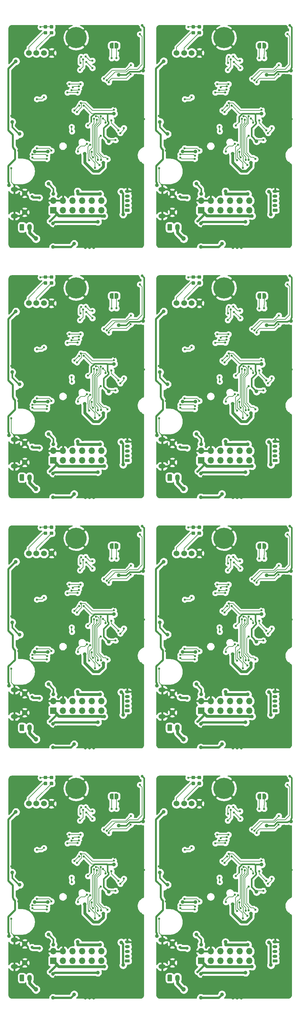
<source format=gbl>
%MOIN*%
%OFA0B0*%
%FSLAX46Y46*%
%IPPOS*%
%LPD*%
%ADD10C,0.22047244094488189*%
%ADD11O,0.066929133858267723X0.066929133858267723*%
%ADD12R,0.066929133858267723X0.066929133858267723*%
%ADD13C,0.0059*%
%ADD14O,0.047244094488188976X0.068897637795275593*%
%ADD15C,0.057086614173228349*%
%ADD16O,0.074803149606299218X0.047244094488188976*%
%ADD17O,0.051181102362204731X0.031496062992125991*%
%ADD18C,0.060000000000000005*%
%ADD19C,0.031496062992125991*%
%ADD20C,0.023622047244094488*%
%ADD21C,0.03937007874015748*%
%ADD22C,0.027559055118110236*%
%ADD23C,0.047244094488188976*%
%ADD24C,0.023622047244094488*%
%ADD25C,0.0078740157480314977*%
%ADD26C,0.015748031496062995*%
%ADD27C,0.031496062992125991*%
%ADD28C,0.01968503937007874*%
%ADD29C,0.01*%
%ADD40C,0.22047244094488189*%
%ADD41O,0.066929133858267723X0.066929133858267723*%
%ADD42R,0.066929133858267723X0.066929133858267723*%
%ADD43C,0.0059*%
%ADD44O,0.047244094488188976X0.068897637795275593*%
%ADD45C,0.057086614173228349*%
%ADD46O,0.074803149606299218X0.047244094488188976*%
%ADD47O,0.051181102362204731X0.031496062992125991*%
%ADD48C,0.060000000000000005*%
%ADD49C,0.031496062992125991*%
%ADD50C,0.023622047244094488*%
%ADD51C,0.03937007874015748*%
%ADD52C,0.027559055118110236*%
%ADD53C,0.047244094488188976*%
%ADD54C,0.023622047244094488*%
%ADD55C,0.0078740157480314977*%
%ADD56C,0.015748031496062995*%
%ADD57C,0.031496062992125991*%
%ADD58C,0.01968503937007874*%
%ADD59C,0.01*%
%ADD60C,0.22047244094488189*%
%ADD61O,0.066929133858267723X0.066929133858267723*%
%ADD62R,0.066929133858267723X0.066929133858267723*%
%ADD63C,0.0059*%
%ADD64O,0.047244094488188976X0.068897637795275593*%
%ADD65C,0.057086614173228349*%
%ADD66O,0.074803149606299218X0.047244094488188976*%
%ADD67O,0.051181102362204731X0.031496062992125991*%
%ADD68C,0.060000000000000005*%
%ADD69C,0.031496062992125991*%
%ADD70C,0.023622047244094488*%
%ADD71C,0.03937007874015748*%
%ADD72C,0.027559055118110236*%
%ADD73C,0.047244094488188976*%
%ADD74C,0.023622047244094488*%
%ADD75C,0.0078740157480314977*%
%ADD76C,0.015748031496062995*%
%ADD77C,0.031496062992125991*%
%ADD78C,0.01968503937007874*%
%ADD79C,0.01*%
%ADD80C,0.22047244094488189*%
%ADD81O,0.066929133858267723X0.066929133858267723*%
%ADD82R,0.066929133858267723X0.066929133858267723*%
%ADD83C,0.0059*%
%ADD84O,0.047244094488188976X0.068897637795275593*%
%ADD85C,0.057086614173228349*%
%ADD86O,0.074803149606299218X0.047244094488188976*%
%ADD87O,0.051181102362204731X0.031496062992125991*%
%ADD88C,0.060000000000000005*%
%ADD89C,0.031496062992125991*%
%ADD90C,0.023622047244094488*%
%ADD91C,0.03937007874015748*%
%ADD92C,0.027559055118110236*%
%ADD93C,0.047244094488188976*%
%ADD94C,0.023622047244094488*%
%ADD95C,0.0078740157480314977*%
%ADD96C,0.015748031496062995*%
%ADD97C,0.031496062992125991*%
%ADD98C,0.01968503937007874*%
%ADD99C,0.01*%
%ADD110C,0.22047244094488189*%
%ADD111O,0.066929133858267723X0.066929133858267723*%
%ADD112R,0.066929133858267723X0.066929133858267723*%
%ADD113C,0.0059*%
%ADD114O,0.047244094488188976X0.068897637795275593*%
%ADD115C,0.057086614173228349*%
%ADD116O,0.074803149606299218X0.047244094488188976*%
%ADD117O,0.051181102362204731X0.031496062992125991*%
%ADD118C,0.060000000000000005*%
%ADD119C,0.031496062992125991*%
%ADD120C,0.023622047244094488*%
%ADD121C,0.03937007874015748*%
%ADD122C,0.027559055118110236*%
%ADD123C,0.047244094488188976*%
%ADD124C,0.023622047244094488*%
%ADD125C,0.0078740157480314977*%
%ADD126C,0.015748031496062995*%
%ADD127C,0.031496062992125991*%
%ADD128C,0.01968503937007874*%
%ADD129C,0.01*%
%ADD140C,0.22047244094488189*%
%ADD141O,0.066929133858267723X0.066929133858267723*%
%ADD142R,0.066929133858267723X0.066929133858267723*%
%ADD143C,0.0059*%
%ADD144O,0.047244094488188976X0.068897637795275593*%
%ADD145C,0.057086614173228349*%
%ADD146O,0.074803149606299218X0.047244094488188976*%
%ADD147O,0.051181102362204731X0.031496062992125991*%
%ADD148C,0.060000000000000005*%
%ADD149C,0.031496062992125991*%
%ADD150C,0.023622047244094488*%
%ADD151C,0.03937007874015748*%
%ADD152C,0.027559055118110236*%
%ADD153C,0.047244094488188976*%
%ADD154C,0.023622047244094488*%
%ADD155C,0.0078740157480314977*%
%ADD156C,0.015748031496062995*%
%ADD157C,0.031496062992125991*%
%ADD158C,0.01968503937007874*%
%ADD159C,0.01*%
%ADD160C,0.22047244094488189*%
%ADD161O,0.066929133858267723X0.066929133858267723*%
%ADD162R,0.066929133858267723X0.066929133858267723*%
%ADD163C,0.0059*%
%ADD164O,0.047244094488188976X0.068897637795275593*%
%ADD165C,0.057086614173228349*%
%ADD166O,0.074803149606299218X0.047244094488188976*%
%ADD167O,0.051181102362204731X0.031496062992125991*%
%ADD168C,0.060000000000000005*%
%ADD169C,0.031496062992125991*%
%ADD170C,0.023622047244094488*%
%ADD171C,0.03937007874015748*%
%ADD172C,0.027559055118110236*%
%ADD173C,0.047244094488188976*%
%ADD174C,0.023622047244094488*%
%ADD175C,0.0078740157480314977*%
%ADD176C,0.015748031496062995*%
%ADD177C,0.031496062992125991*%
%ADD178C,0.01968503937007874*%
%ADD179C,0.01*%
%ADD180C,0.22047244094488189*%
%ADD181O,0.066929133858267723X0.066929133858267723*%
%ADD182R,0.066929133858267723X0.066929133858267723*%
%ADD183C,0.0059*%
%ADD184O,0.047244094488188976X0.068897637795275593*%
%ADD185C,0.057086614173228349*%
%ADD186O,0.074803149606299218X0.047244094488188976*%
%ADD187O,0.051181102362204731X0.031496062992125991*%
%ADD188C,0.060000000000000005*%
%ADD189C,0.031496062992125991*%
%ADD190C,0.023622047244094488*%
%ADD191C,0.03937007874015748*%
%ADD192C,0.027559055118110236*%
%ADD193C,0.047244094488188976*%
%ADD194C,0.023622047244094488*%
%ADD195C,0.0078740157480314977*%
%ADD196C,0.015748031496062995*%
%ADD197C,0.031496062992125991*%
%ADD198C,0.01968503937007874*%
%ADD199C,0.01*%
%LPD*%
D10*
X0000000000Y0000000314D02*
X0000728346Y0002205038D03*
D11*
X0000992125Y0000513700D03*
X0000992125Y0000413700D03*
X0000892124Y0000513700D03*
X0000892124Y0000413700D03*
X0000792124Y0000513700D03*
X0000792124Y0000413700D03*
X0000692125Y0000513700D03*
X0000692125Y0000413700D03*
X0000592125Y0000513700D03*
X0000592125Y0000413700D03*
X0000492125Y0000513700D03*
D12*
X0000492125Y0000413700D03*
D13*
G36*
X0000180098Y0000270936D02*
G01*
X0000181053Y0000270794D01*
X0000181991Y0000270559D01*
X0000182900Y0000270234D01*
X0000183773Y0000269821D01*
X0000184602Y0000269325D01*
X0000185377Y0000268749D01*
X0000186092Y0000268100D01*
X0000186742Y0000267385D01*
X0000187317Y0000266609D01*
X0000187814Y0000265780D01*
X0000188227Y0000264907D01*
X0000188552Y0000263998D01*
X0000188787Y0000263061D01*
X0000188928Y0000262104D01*
X0000188976Y0000261141D01*
X0000188976Y0000211928D01*
X0000188928Y0000210963D01*
X0000188787Y0000210008D01*
X0000188552Y0000209071D01*
X0000188227Y0000208162D01*
X0000187814Y0000207288D01*
X0000187317Y0000206460D01*
X0000186742Y0000205684D01*
X0000186092Y0000204967D01*
X0000185377Y0000204320D01*
X0000184602Y0000203744D01*
X0000183773Y0000203248D01*
X0000182900Y0000202835D01*
X0000181991Y0000202509D01*
X0000181053Y0000202275D01*
X0000180098Y0000202133D01*
X0000179133Y0000202086D01*
X0000151574Y0000202086D01*
X0000150610Y0000202133D01*
X0000149654Y0000202275D01*
X0000148717Y0000202509D01*
X0000147808Y0000202835D01*
X0000146935Y0000203248D01*
X0000146106Y0000203744D01*
X0000145330Y0000204320D01*
X0000144615Y0000204967D01*
X0000143966Y0000205684D01*
X0000143391Y0000206460D01*
X0000142894Y0000207288D01*
X0000142481Y0000208162D01*
X0000142156Y0000209071D01*
X0000141921Y0000210008D01*
X0000141779Y0000210963D01*
X0000141732Y0000211928D01*
X0000141732Y0000261141D01*
X0000141779Y0000262104D01*
X0000141921Y0000263061D01*
X0000142156Y0000263998D01*
X0000142481Y0000264907D01*
X0000142894Y0000265780D01*
X0000143391Y0000266609D01*
X0000143966Y0000267385D01*
X0000144615Y0000268100D01*
X0000145330Y0000268749D01*
X0000146106Y0000269325D01*
X0000146935Y0000269821D01*
X0000147808Y0000270234D01*
X0000148717Y0000270559D01*
X0000149654Y0000270794D01*
X0000150610Y0000270936D01*
X0000151574Y0000270983D01*
X0000179133Y0000270983D01*
X0000180098Y0000270936D01*
G37*
D14*
X0000244094Y0000236534D03*
D15*
X0000192913Y0000590865D03*
X0000192913Y0000394015D03*
D16*
X0000086614Y0000630235D03*
X0000086614Y0000354645D03*
D13*
G36*
X0001278330Y0000429410D02*
G01*
X0001279095Y0000429296D01*
X0001279843Y0000429109D01*
X0001280572Y0000428848D01*
X0001281270Y0000428518D01*
X0001281933Y0000428121D01*
X0001282554Y0000427660D01*
X0001283126Y0000427142D01*
X0001283645Y0000426569D01*
X0001284106Y0000425948D01*
X0001284503Y0000425285D01*
X0001284833Y0000424587D01*
X0001285094Y0000423859D01*
X0001285281Y0000423110D01*
X0001285395Y0000422346D01*
X0001285433Y0000421574D01*
X0001285433Y0000405826D01*
X0001285395Y0000405054D01*
X0001285281Y0000404290D01*
X0001285094Y0000403539D01*
X0001284833Y0000402812D01*
X0001284503Y0000402114D01*
X0001284106Y0000401450D01*
X0001283645Y0000400830D01*
X0001283126Y0000400258D01*
X0001282554Y0000399739D01*
X0001281933Y0000399279D01*
X0001281270Y0000398882D01*
X0001280572Y0000398550D01*
X0001279843Y0000398291D01*
X0001279095Y0000398103D01*
X0001278330Y0000397990D01*
X0001277559Y0000397952D01*
X0001242125Y0000397952D01*
X0001241354Y0000397990D01*
X0001240589Y0000398103D01*
X0001239840Y0000398291D01*
X0001239112Y0000398550D01*
X0001238414Y0000398882D01*
X0001237751Y0000399279D01*
X0001237130Y0000399739D01*
X0001236558Y0000400258D01*
X0001236039Y0000400830D01*
X0001235578Y0000401450D01*
X0001235181Y0000402114D01*
X0001234851Y0000402812D01*
X0001234591Y0000403539D01*
X0001234403Y0000404290D01*
X0001234289Y0000405054D01*
X0001234251Y0000405826D01*
X0001234251Y0000421574D01*
X0001234289Y0000422346D01*
X0001234403Y0000423110D01*
X0001234591Y0000423859D01*
X0001234851Y0000424587D01*
X0001235181Y0000425285D01*
X0001235578Y0000425948D01*
X0001236039Y0000426569D01*
X0001236558Y0000427142D01*
X0001237130Y0000427660D01*
X0001237751Y0000428121D01*
X0001238414Y0000428518D01*
X0001239112Y0000428848D01*
X0001239840Y0000429109D01*
X0001240589Y0000429296D01*
X0001241354Y0000429410D01*
X0001242125Y0000429448D01*
X0001277559Y0000429448D01*
X0001278330Y0000429410D01*
G37*
D17*
X0001259842Y0000462912D03*
X0001259842Y0000512125D03*
X0001259842Y0000561338D03*
X0001259842Y0000610550D03*
D18*
X0000236220Y0002047558D03*
X0000314960Y0002047558D03*
X0000393700Y0002047558D03*
X0000472440Y0002047558D03*
D13*
G36*
X0001127952Y0002151889D02*
G01*
X0001147637Y0002151889D01*
X0001147637Y0002151865D01*
X0001148603Y0002151865D01*
X0001150526Y0002151676D01*
X0001152420Y0002151299D01*
X0001154269Y0002150738D01*
X0001156054Y0002149999D01*
X0001157757Y0002149088D01*
X0001159364Y0002148015D01*
X0001160857Y0002146789D01*
X0001162223Y0002145423D01*
X0001163448Y0002143930D01*
X0001164522Y0002142324D01*
X0001165432Y0002140620D01*
X0001166172Y0002138835D01*
X0001166732Y0002136987D01*
X0001167109Y0002135092D01*
X0001167299Y0002133170D01*
X0001167299Y0002132204D01*
X0001167322Y0002132204D01*
X0001167322Y0002112519D01*
X0001167299Y0002112519D01*
X0001167299Y0002111553D01*
X0001167109Y0002109630D01*
X0001166732Y0002107736D01*
X0001166172Y0002105887D01*
X0001165432Y0002104102D01*
X0001164522Y0002102399D01*
X0001163448Y0002100792D01*
X0001162223Y0002099299D01*
X0001160857Y0002097933D01*
X0001159364Y0002096706D01*
X0001157757Y0002095634D01*
X0001156054Y0002094723D01*
X0001154269Y0002093983D01*
X0001152420Y0002093424D01*
X0001150526Y0002093046D01*
X0001148603Y0002092857D01*
X0001147637Y0002092857D01*
X0001147637Y0002092833D01*
X0001127952Y0002092833D01*
X0001127952Y0002151889D01*
G37*
G36*
X0001096456Y0002092857D02*
G01*
X0001095490Y0002092857D01*
X0001093568Y0002093046D01*
X0001091673Y0002093424D01*
X0001089825Y0002093983D01*
X0001088040Y0002094723D01*
X0001086336Y0002095634D01*
X0001084730Y0002096706D01*
X0001083237Y0002097933D01*
X0001081871Y0002099299D01*
X0001080645Y0002100792D01*
X0001079572Y0002102399D01*
X0001078661Y0002104102D01*
X0001077922Y0002105887D01*
X0001077361Y0002107736D01*
X0001076984Y0002109630D01*
X0001076795Y0002111553D01*
X0001076795Y0002112519D01*
X0001076771Y0002112519D01*
X0001076771Y0002132204D01*
X0001076795Y0002132204D01*
X0001076795Y0002133170D01*
X0001076984Y0002135092D01*
X0001077361Y0002136987D01*
X0001077922Y0002138835D01*
X0001078661Y0002140620D01*
X0001079572Y0002142324D01*
X0001080645Y0002143930D01*
X0001081871Y0002145423D01*
X0001083237Y0002146789D01*
X0001084730Y0002148015D01*
X0001086336Y0002149088D01*
X0001088040Y0002149999D01*
X0001089825Y0002150738D01*
X0001091673Y0002151299D01*
X0001093568Y0002151676D01*
X0001095490Y0002151865D01*
X0001096456Y0002151865D01*
X0001096456Y0002151889D01*
X0001116141Y0002151889D01*
X0001116141Y0002092833D01*
X0001096456Y0002092833D01*
X0001096456Y0002092857D01*
G37*
G36*
X0000420381Y0002273895D02*
G01*
X0000421217Y0002273771D01*
X0000422037Y0002273565D01*
X0000422833Y0002273280D01*
X0000423597Y0002272919D01*
X0000424322Y0002272485D01*
X0000425000Y0002271981D01*
X0000425627Y0002271414D01*
X0000426194Y0002270787D01*
X0000426697Y0002270108D01*
X0000427131Y0002269384D01*
X0000427494Y0002268620D01*
X0000427777Y0002267824D01*
X0000427984Y0002267004D01*
X0000428108Y0002266168D01*
X0000428149Y0002265324D01*
X0000428149Y0002248099D01*
X0000428108Y0002247255D01*
X0000427984Y0002246419D01*
X0000427777Y0002245599D01*
X0000427494Y0002244804D01*
X0000427131Y0002244040D01*
X0000426697Y0002243315D01*
X0000426194Y0002242636D01*
X0000425627Y0002242010D01*
X0000425000Y0002241442D01*
X0000424322Y0002240939D01*
X0000423597Y0002240504D01*
X0000422833Y0002240143D01*
X0000422037Y0002239858D01*
X0000421217Y0002239653D01*
X0000420381Y0002239529D01*
X0000419537Y0002239487D01*
X0000399360Y0002239487D01*
X0000398516Y0002239529D01*
X0000397680Y0002239653D01*
X0000396860Y0002239858D01*
X0000396064Y0002240143D01*
X0000395300Y0002240504D01*
X0000394575Y0002240939D01*
X0000393896Y0002241442D01*
X0000393270Y0002242010D01*
X0000392702Y0002242636D01*
X0000392199Y0002243315D01*
X0000391764Y0002244040D01*
X0000391403Y0002244804D01*
X0000391118Y0002245599D01*
X0000390912Y0002246419D01*
X0000390788Y0002247255D01*
X0000390748Y0002248099D01*
X0000390748Y0002265324D01*
X0000390788Y0002266168D01*
X0000390912Y0002267004D01*
X0000391118Y0002267824D01*
X0000391403Y0002268620D01*
X0000391764Y0002269384D01*
X0000392199Y0002270108D01*
X0000392702Y0002270787D01*
X0000393270Y0002271414D01*
X0000393896Y0002271981D01*
X0000394575Y0002272485D01*
X0000395300Y0002272919D01*
X0000396064Y0002273280D01*
X0000396860Y0002273565D01*
X0000397680Y0002273771D01*
X0000398516Y0002273895D01*
X0000399360Y0002273936D01*
X0000419537Y0002273936D01*
X0000420381Y0002273895D01*
G37*
G36*
X0000420381Y0002335902D02*
G01*
X0000421217Y0002335778D01*
X0000422037Y0002335573D01*
X0000422833Y0002335288D01*
X0000423597Y0002334927D01*
X0000424322Y0002334492D01*
X0000425000Y0002333989D01*
X0000425627Y0002333421D01*
X0000426194Y0002332795D01*
X0000426697Y0002332116D01*
X0000427131Y0002331391D01*
X0000427494Y0002330627D01*
X0000427777Y0002329832D01*
X0000427984Y0002329012D01*
X0000428108Y0002328176D01*
X0000428149Y0002327332D01*
X0000428149Y0002310107D01*
X0000428108Y0002309263D01*
X0000427984Y0002308427D01*
X0000427777Y0002307607D01*
X0000427494Y0002306812D01*
X0000427131Y0002306047D01*
X0000426697Y0002305323D01*
X0000426194Y0002304644D01*
X0000425627Y0002304017D01*
X0000425000Y0002303450D01*
X0000424322Y0002302946D01*
X0000423597Y0002302512D01*
X0000422833Y0002302151D01*
X0000422037Y0002301866D01*
X0000421217Y0002301661D01*
X0000420381Y0002301537D01*
X0000419537Y0002301495D01*
X0000399360Y0002301495D01*
X0000398516Y0002301537D01*
X0000397680Y0002301661D01*
X0000396860Y0002301866D01*
X0000396064Y0002302151D01*
X0000395300Y0002302512D01*
X0000394575Y0002302946D01*
X0000393896Y0002303450D01*
X0000393270Y0002304017D01*
X0000392702Y0002304644D01*
X0000392199Y0002305323D01*
X0000391764Y0002306047D01*
X0000391403Y0002306812D01*
X0000391118Y0002307607D01*
X0000390912Y0002308427D01*
X0000390788Y0002309263D01*
X0000390748Y0002310107D01*
X0000390748Y0002327332D01*
X0000390788Y0002328176D01*
X0000390912Y0002329012D01*
X0000391118Y0002329832D01*
X0000391403Y0002330627D01*
X0000391764Y0002331391D01*
X0000392199Y0002332116D01*
X0000392702Y0002332795D01*
X0000393270Y0002333421D01*
X0000393896Y0002333989D01*
X0000394575Y0002334492D01*
X0000395300Y0002334927D01*
X0000396064Y0002335288D01*
X0000396860Y0002335573D01*
X0000397680Y0002335778D01*
X0000398516Y0002335902D01*
X0000399360Y0002335944D01*
X0000419537Y0002335944D01*
X0000420381Y0002335902D01*
G37*
G36*
X0000483373Y0002335902D02*
G01*
X0000484209Y0002335778D01*
X0000485029Y0002335573D01*
X0000485825Y0002335288D01*
X0000486589Y0002334927D01*
X0000487314Y0002334492D01*
X0000487993Y0002333989D01*
X0000488619Y0002333421D01*
X0000489186Y0002332795D01*
X0000489690Y0002332116D01*
X0000490124Y0002331391D01*
X0000490485Y0002330627D01*
X0000490770Y0002329832D01*
X0000490976Y0002329012D01*
X0000491100Y0002328176D01*
X0000491141Y0002327332D01*
X0000491141Y0002310107D01*
X0000491100Y0002309263D01*
X0000490976Y0002308427D01*
X0000490770Y0002307607D01*
X0000490485Y0002306812D01*
X0000490124Y0002306047D01*
X0000489690Y0002305323D01*
X0000489186Y0002304644D01*
X0000488619Y0002304017D01*
X0000487993Y0002303450D01*
X0000487314Y0002302946D01*
X0000486589Y0002302512D01*
X0000485825Y0002302151D01*
X0000485029Y0002301866D01*
X0000484209Y0002301661D01*
X0000483373Y0002301537D01*
X0000482529Y0002301495D01*
X0000462352Y0002301495D01*
X0000461508Y0002301537D01*
X0000460672Y0002301661D01*
X0000459851Y0002301866D01*
X0000459055Y0002302151D01*
X0000458292Y0002302512D01*
X0000457567Y0002302946D01*
X0000456888Y0002303450D01*
X0000456262Y0002304017D01*
X0000455695Y0002304644D01*
X0000455191Y0002305323D01*
X0000454757Y0002306047D01*
X0000454395Y0002306812D01*
X0000454109Y0002307607D01*
X0000453905Y0002308427D01*
X0000453781Y0002309263D01*
X0000453739Y0002310107D01*
X0000453739Y0002327332D01*
X0000453781Y0002328176D01*
X0000453905Y0002329012D01*
X0000454109Y0002329832D01*
X0000454395Y0002330627D01*
X0000454757Y0002331391D01*
X0000455191Y0002332116D01*
X0000455695Y0002332795D01*
X0000456262Y0002333421D01*
X0000456888Y0002333989D01*
X0000457567Y0002334492D01*
X0000458292Y0002334927D01*
X0000459055Y0002335288D01*
X0000459851Y0002335573D01*
X0000460672Y0002335778D01*
X0000461508Y0002335902D01*
X0000462352Y0002335944D01*
X0000482529Y0002335944D01*
X0000483373Y0002335902D01*
G37*
G36*
X0000483373Y0002273895D02*
G01*
X0000484209Y0002273771D01*
X0000485029Y0002273565D01*
X0000485825Y0002273280D01*
X0000486589Y0002272919D01*
X0000487314Y0002272485D01*
X0000487993Y0002271981D01*
X0000488619Y0002271414D01*
X0000489186Y0002270787D01*
X0000489690Y0002270108D01*
X0000490124Y0002269384D01*
X0000490485Y0002268620D01*
X0000490770Y0002267824D01*
X0000490976Y0002267004D01*
X0000491100Y0002266168D01*
X0000491141Y0002265324D01*
X0000491141Y0002248099D01*
X0000491100Y0002247255D01*
X0000490976Y0002246419D01*
X0000490770Y0002245599D01*
X0000490485Y0002244804D01*
X0000490124Y0002244040D01*
X0000489690Y0002243315D01*
X0000489186Y0002242636D01*
X0000488619Y0002242010D01*
X0000487993Y0002241442D01*
X0000487314Y0002240939D01*
X0000486589Y0002240504D01*
X0000485825Y0002240143D01*
X0000485029Y0002239858D01*
X0000484209Y0002239653D01*
X0000483373Y0002239529D01*
X0000482529Y0002239487D01*
X0000462352Y0002239487D01*
X0000461508Y0002239529D01*
X0000460672Y0002239653D01*
X0000459851Y0002239858D01*
X0000459055Y0002240143D01*
X0000458292Y0002240504D01*
X0000457567Y0002240939D01*
X0000456888Y0002241442D01*
X0000456262Y0002242010D01*
X0000455695Y0002242636D01*
X0000455191Y0002243315D01*
X0000454757Y0002244040D01*
X0000454395Y0002244804D01*
X0000454109Y0002245599D01*
X0000453905Y0002246419D01*
X0000453781Y0002247255D01*
X0000453739Y0002248099D01*
X0000453739Y0002265324D01*
X0000453781Y0002266168D01*
X0000453905Y0002267004D01*
X0000454109Y0002267824D01*
X0000454395Y0002268620D01*
X0000454757Y0002269384D01*
X0000455191Y0002270108D01*
X0000455695Y0002270787D01*
X0000456262Y0002271414D01*
X0000456888Y0002271981D01*
X0000457567Y0002272485D01*
X0000458292Y0002272919D01*
X0000459055Y0002273280D01*
X0000459851Y0002273565D01*
X0000460672Y0002273771D01*
X0000461508Y0002273895D01*
X0000462352Y0002273936D01*
X0000482529Y0002273936D01*
X0000483373Y0002273895D01*
G37*
D19*
X0000271653Y0000555432D03*
X0000346456Y0000543621D03*
D20*
X0001137795Y0001023936D03*
D19*
X0001137795Y0000638109D03*
X0001098425Y0000960944D03*
X0001125984Y0000878267D03*
X0001389763Y0000193227D03*
X0001389763Y0000063306D03*
X0000791338Y0000197163D03*
D20*
X0001311023Y0001425511D03*
X0001385826Y0001681416D03*
X0001354330Y0001819212D03*
X0001381889Y0002314960D03*
X0001216535Y0001972755D03*
X0000992125Y0001976692D03*
X0001035433Y0002079054D03*
X0001035433Y0002173542D03*
X0001165354Y0002173542D03*
X0000728346Y0001299527D03*
X0001338582Y0000728660D03*
X0001401573Y0000905826D03*
X0001248030Y0001039684D03*
X0000122047Y0001752282D03*
X0000935994Y0001664655D03*
X0000791367Y0001649889D03*
X0000511811Y0001358581D03*
X0000637795Y0001460944D03*
X0000110235Y0001453070D03*
X0000173228Y0001271967D03*
X0000673228Y0000575117D03*
X0000245735Y0000436293D03*
X0001433070Y0001358581D03*
X0001170724Y0001157794D03*
X0001066929Y0000527873D03*
X0000629264Y0001710727D03*
X0001171259Y0002071180D03*
D21*
X0001129921Y0000299527D03*
D19*
X0000767716Y0000118424D03*
X0000791338Y0000063306D03*
X0000822834Y0000027560D03*
X0000866141Y0000027560D03*
X0000909448Y0000027558D03*
X0000811023Y0000118424D03*
D20*
X0000066929Y0002216849D03*
X0000503936Y0001921574D03*
X0000228346Y0001929447D03*
X0000562992Y0001941259D03*
X0000159454Y0001926620D03*
D19*
X0000515748Y0000244408D03*
D20*
X0001407480Y0001081023D03*
X0000054858Y0000850447D03*
X0000614173Y0001197164D03*
X0000519684Y0000929447D03*
D19*
X0000622047Y0000921572D03*
D20*
X0000188976Y0001102676D03*
X0000125984Y0001031809D03*
X0000053149Y0001394015D03*
X0000692913Y0001021967D03*
X0001313142Y0002198090D03*
X0001127373Y0001486626D03*
D21*
X0001425196Y0001862519D03*
X0001009435Y0000905793D03*
X0000818897Y0001000313D03*
D22*
X0001413667Y0002331723D03*
D21*
X0000492125Y0000582991D03*
X0000441740Y0000688493D03*
D20*
X0000358267Y0002315275D03*
X0000851097Y0001293622D03*
D21*
X0000062992Y0001331022D03*
X0000141732Y0001205038D03*
X0000299212Y0001023937D03*
X0000433070Y0001023936D03*
D20*
X0001137796Y0001142047D03*
D21*
X0001066929Y0001131012D03*
D20*
X0000809223Y0001500202D03*
D21*
X0001120015Y0001416687D03*
X0001172242Y0001819211D03*
D20*
X0001186963Y0001214837D03*
X0001224409Y0001268029D03*
X0001094488Y0001346771D03*
X0001168628Y0001244932D03*
X0001055118Y0000945196D03*
X0000984507Y0001185093D03*
D21*
X0001019685Y0000354645D03*
D20*
X0000452755Y0000299527D03*
D21*
X0000102362Y0001960944D03*
X0000031496Y0000673542D03*
D20*
X0000275590Y0000960944D03*
X0000425887Y0000947861D03*
X0000275590Y0000992440D03*
X0000427429Y0000979320D03*
X0000903550Y0000962076D03*
X0000889763Y0001020567D03*
X0000800168Y0001981585D03*
X0000767716Y0001870391D03*
X0000638087Y0001635043D03*
X0000743123Y0001637121D03*
X0000319988Y0001058278D03*
X0000472440Y0001031809D03*
X0000777923Y0001525854D03*
X0000736525Y0001433172D03*
X0001119785Y0001456057D03*
X0000842518Y0001102676D03*
X0000748031Y0001023936D03*
X0000681102Y0001279842D03*
X0000685039Y0001232597D03*
D21*
X0000953874Y0000292772D03*
X0000488465Y0000278042D03*
X0000744094Y0000610550D03*
X0000976377Y0000582991D03*
X0001196850Y0000606613D03*
X0001216535Y0000370393D03*
D23*
X0000310530Y0000118424D03*
D20*
X0000758119Y0001698517D03*
X0000694165Y0001689104D03*
X0000756732Y0001666775D03*
X0000680464Y0001660744D03*
X0000986956Y0000938116D03*
X0000985035Y0001389599D03*
X0000972440Y0000882204D03*
X0000944325Y0001354645D03*
X0000933070Y0001390076D03*
X0000954611Y0000936027D03*
X0000925196Y0000854645D03*
X0000914181Y0001363778D03*
X0001147108Y0001993520D03*
X0001096456Y0001992439D03*
D21*
X0000488188Y0000031808D03*
X0000707606Y0000065868D03*
D20*
X0001068926Y0001742468D03*
X0001295274Y0001827086D03*
X0001046654Y0001764740D03*
X0001390166Y0002242440D03*
X0001019015Y0001779842D03*
X0001298313Y0001919884D03*
X0000393700Y0001586928D03*
X0000775590Y0001724723D03*
X0000657480Y0001724723D03*
X0000320866Y0001567637D03*
X0000779527Y0002008188D03*
X0000772608Y0001942214D03*
X0000826772Y0002010603D03*
X0000896972Y0001967892D03*
X0000833384Y0001954420D03*
X0000897640Y0001890078D03*
X0000865323Y0000931996D03*
X0000874014Y0001094802D03*
X0001007317Y0001367339D03*
X0001032613Y0001322746D03*
X0000710629Y0001451101D03*
X0000761979Y0001498626D03*
D24*
X0000279527Y0000547558D02*
X0000271653Y0000555432D01*
X0000342519Y0000547558D02*
X0000279527Y0000547558D01*
D25*
X0000086614Y0000673542D02*
X0000086614Y0000630235D01*
X0000054858Y0000705298D02*
X0000086614Y0000673542D01*
X0000054858Y0000850447D02*
X0000054858Y0000705298D01*
X0000629264Y0001710727D02*
X0000610413Y0001710727D01*
X0000610413Y0001710727D02*
X0000600000Y0001700314D01*
X0001127373Y0001486626D02*
X0001141061Y0001500314D01*
D26*
X0000885826Y0001332797D02*
X0000885826Y0001383621D01*
X0000885826Y0001383621D02*
X0000919842Y0001417637D01*
X0001425196Y0001862519D02*
X0001425196Y0001890357D01*
X0001427447Y0002317944D02*
X0001413667Y0002331723D01*
X0001425196Y0001890357D02*
X0001433070Y0001898232D01*
X0001433070Y0001898232D02*
X0001433070Y0002312320D01*
X0001433070Y0002312320D02*
X0001427447Y0002317944D01*
X0000492125Y0000638109D02*
X0000441740Y0000688493D01*
X0000492125Y0000582991D02*
X0000492125Y0000638109D01*
D25*
X0000472440Y0002318719D02*
X0000409448Y0002318719D01*
X0000409448Y0002318719D02*
X0000361712Y0002318719D01*
X0000361712Y0002318719D02*
X0000358267Y0002315275D01*
X0000882399Y0001324922D02*
X0000862908Y0001305433D01*
X0000862908Y0001305433D02*
X0000851097Y0001293622D01*
D26*
X0001046554Y0001417637D02*
X0001054429Y0001409762D01*
X0000919842Y0001417637D02*
X0001046554Y0001417637D01*
X0000133858Y0001205038D02*
X0000141732Y0001205038D01*
X0000062992Y0001275905D02*
X0000133858Y0001205038D01*
X0000062992Y0001331022D02*
X0000062992Y0001275905D01*
X0000299212Y0001023937D02*
X0000433070Y0001023937D01*
X0000433070Y0001023937D02*
X0000433070Y0001023936D01*
D27*
X0001009435Y0000866756D02*
X0000961889Y0000819212D01*
X0000818897Y0000972475D02*
X0000818897Y0001000313D01*
X0001009435Y0000905793D02*
X0001009435Y0000866756D01*
X0000908188Y0000819212D02*
X0000818897Y0000908502D01*
X0000818897Y0000908502D02*
X0000818897Y0000972475D01*
X0000961889Y0000819212D02*
X0000908188Y0000819212D01*
D25*
X0001137796Y0001142047D02*
X0001077964Y0001142047D01*
X0001077964Y0001142047D02*
X0001066929Y0001131012D01*
X0000821034Y0001488391D02*
X0000809223Y0001500202D01*
X0000891789Y0001417637D02*
X0000821034Y0001488391D01*
X0000919842Y0001417637D02*
X0000891789Y0001417637D01*
D26*
X0001092176Y0001416687D02*
X0001120015Y0001416687D01*
X0001054429Y0001409762D02*
X0001061354Y0001416687D01*
X0001061354Y0001416687D02*
X0001092176Y0001416687D01*
X0001389484Y0001854645D02*
X0001283183Y0001854645D01*
X0001425196Y0001862519D02*
X0001397357Y0001862519D01*
X0001283183Y0001854645D02*
X0001247751Y0001819211D01*
X0001247751Y0001819211D02*
X0001200081Y0001819211D01*
X0001397357Y0001862519D02*
X0001389484Y0001854645D01*
X0001200081Y0001819211D02*
X0001172242Y0001819211D01*
X0001054429Y0001339585D02*
X0001062992Y0001331023D01*
X0001062992Y0001134949D02*
X0001066929Y0001131012D01*
X0001054429Y0001409762D02*
X0001054429Y0001339585D01*
X0001062992Y0001312337D02*
X0001015748Y0001265093D01*
X0001062992Y0001331023D02*
X0001062992Y0001312337D01*
X0001015748Y0001182193D02*
X0001066929Y0001131012D01*
X0001015748Y0001265093D02*
X0001015748Y0001182193D01*
D25*
X0001186963Y0001214837D02*
X0001224409Y0001252282D01*
X0001224409Y0001252282D02*
X0001224409Y0001268029D01*
X0001094488Y0001346771D02*
X0001094488Y0001319073D01*
X0001094488Y0001319073D02*
X0001156817Y0001256743D01*
X0001156817Y0001256743D02*
X0001168628Y0001244932D01*
X0001055118Y0000945196D02*
X0001035433Y0000964881D01*
X0001010459Y0000964881D02*
X0000964565Y0001010775D01*
X0001035433Y0000964881D02*
X0001010459Y0000964881D01*
X0000964565Y0001165153D02*
X0000984507Y0001185093D01*
X0000964565Y0001010775D02*
X0000964565Y0001165153D01*
D27*
X0000991846Y0000354645D02*
X0001019685Y0000354645D01*
X0000519684Y0000386141D02*
X0000549212Y0000356613D01*
X0000549212Y0000356613D02*
X0000989877Y0000356613D01*
X0000989877Y0000356613D02*
X0000991846Y0000354645D01*
X0000492125Y0000413700D02*
X0000519684Y0000386141D01*
D24*
X0000519684Y0000386141D02*
X0000519684Y0000366456D01*
X0000464566Y0000311338D02*
X0000452755Y0000299527D01*
X0000519684Y0000366456D02*
X0000464566Y0000311338D01*
D28*
X0000094488Y0001039684D02*
X0000094488Y0000941653D01*
X0000023622Y0001882204D02*
X0000023622Y0001244408D01*
X0000094488Y0000941653D02*
X0000025331Y0000872496D01*
X0000023622Y0001244408D02*
X0000070866Y0001197164D01*
X0000070866Y0001197164D02*
X0000070866Y0001071180D01*
X0000078740Y0001063306D02*
X0000078740Y0001055432D01*
X0000102362Y0001960944D02*
X0000023622Y0001882204D01*
X0000078740Y0001055432D02*
X0000094488Y0001039684D01*
X0000025331Y0000872496D02*
X0000025331Y0000707546D01*
X0000025331Y0000707546D02*
X0000031496Y0000701381D01*
X0000070866Y0001071180D02*
X0000078740Y0001063306D01*
X0000031496Y0000701381D02*
X0000031496Y0000673542D01*
D25*
X0000275590Y0000960944D02*
X0000288673Y0000947861D01*
X0000288673Y0000947861D02*
X0000409184Y0000947861D01*
X0000409184Y0000947861D02*
X0000425887Y0000947861D01*
X0000275590Y0000992440D02*
X0000414308Y0000992440D01*
X0000414308Y0000992440D02*
X0000415618Y0000991130D01*
X0000415618Y0000991130D02*
X0000427429Y0000979320D01*
X0000889763Y0001003865D02*
X0000889763Y0001020567D01*
X0000889763Y0000975863D02*
X0000889763Y0001003865D01*
X0000903550Y0000962076D02*
X0000889763Y0000975863D01*
X0000779527Y0001882204D02*
X0000767716Y0001870391D01*
X0000800168Y0001981585D02*
X0000800168Y0001902845D01*
X0000800168Y0001902845D02*
X0000779527Y0001882204D01*
X0000743123Y0001637121D02*
X0000640165Y0001637121D01*
X0000640165Y0001637121D02*
X0000638087Y0001635043D01*
X0000460629Y0001043620D02*
X0000472440Y0001031809D01*
X0000445972Y0001058278D02*
X0000460629Y0001043620D01*
X0000319988Y0001058278D02*
X0000445972Y0001058278D01*
X0000785600Y0001482250D02*
X0000785600Y0001518176D01*
X0000736525Y0001433172D02*
X0000785600Y0001482250D01*
X0000785600Y0001518176D02*
X0000777923Y0001525854D01*
X0000897637Y0001449133D02*
X0001112861Y0001449133D01*
X0000820915Y0001525854D02*
X0000897637Y0001449133D01*
X0001112861Y0001449133D02*
X0001119785Y0001456057D01*
X0000777923Y0001525854D02*
X0000820915Y0001525854D01*
X0000748031Y0001040639D02*
X0000748031Y0001023936D01*
X0000748031Y0001048513D02*
X0000748031Y0001040639D01*
X0000778572Y0001079054D02*
X0000748031Y0001048513D01*
X0000818897Y0001079054D02*
X0000778572Y0001079054D01*
X0000842518Y0001102676D02*
X0000818897Y0001079054D01*
X0000681102Y0001236534D02*
X0000685039Y0001232597D01*
X0000681102Y0001279842D02*
X0000681102Y0001236534D01*
D24*
X0000503194Y0000292772D02*
X0000488465Y0000278042D01*
X0000953874Y0000292772D02*
X0000503194Y0000292772D01*
D27*
X0000744094Y0000610550D02*
X0000744094Y0000582711D01*
X0000807602Y0000582711D02*
X0000807882Y0000582991D01*
X0000744094Y0000582711D02*
X0000807602Y0000582711D01*
X0000807882Y0000582991D02*
X0000976377Y0000582991D01*
D24*
X0001212598Y0000590865D02*
X0001212598Y0000431416D01*
X0001196850Y0000606613D02*
X0001212598Y0000590865D01*
X0001212598Y0000374330D02*
X0001216535Y0000370393D01*
X0001212598Y0000431416D02*
X0001212598Y0000374330D01*
D27*
X0000307086Y0000118424D02*
X0000310530Y0000118424D01*
X0000244094Y0000181416D02*
X0000307086Y0000118424D01*
X0000244094Y0000236534D02*
X0000244094Y0000181416D01*
D25*
X0000703578Y0001698517D02*
X0000694165Y0001689104D01*
X0000758119Y0001698517D02*
X0000703578Y0001698517D01*
X0000680464Y0001660744D02*
X0000750701Y0001660744D01*
X0000750701Y0001660744D02*
X0000756732Y0001666775D01*
X0000986956Y0000938116D02*
X0000986956Y0000966112D01*
X0000986956Y0001387677D02*
X0000985035Y0001389599D01*
X0000944881Y0001008188D02*
X0000944881Y0001277255D01*
X0000983695Y0001388258D02*
X0000985035Y0001389599D01*
X0000986956Y0000966112D02*
X0000944881Y0001008188D01*
X0000983695Y0001316069D02*
X0000983695Y0001388258D01*
X0000985035Y0001389599D02*
X0000985035Y0001389599D01*
X0000944881Y0001277255D02*
X0000983695Y0001316069D01*
X0000913385Y0001290302D02*
X0000944325Y0001321241D01*
X0000913385Y0000985649D02*
X0000913385Y0001290302D01*
X0000929053Y0000925591D02*
X0000929053Y0000969980D01*
X0000944325Y0001337942D02*
X0000944325Y0001354645D01*
X0000944325Y0001321241D02*
X0000944325Y0001337942D01*
X0000972440Y0000882204D02*
X0000929053Y0000925591D01*
X0000929053Y0000969980D02*
X0000913385Y0000985649D01*
X0000967947Y0001322592D02*
X0000929133Y0001283779D01*
X0000954611Y0000966694D02*
X0000954611Y0000952730D01*
X0000949774Y0001390076D02*
X0000967947Y0001371904D01*
X0000933070Y0001390076D02*
X0000949774Y0001390076D01*
X0000954611Y0000952730D02*
X0000954611Y0000936027D01*
X0000967947Y0001371904D02*
X0000967947Y0001322592D01*
X0000929133Y0001283779D02*
X0000929133Y0000992172D01*
X0000929133Y0000992172D02*
X0000954611Y0000966694D01*
X0000866141Y0001009228D02*
X0000866141Y0001031906D01*
X0000870078Y0001005292D02*
X0000866141Y0001009228D01*
X0000925196Y0000906989D02*
X0000870078Y0000962107D01*
X0000914181Y0001347075D02*
X0000914181Y0001363778D01*
X0000866141Y0001031906D02*
X0000897637Y0001063403D01*
X0000870078Y0000962107D02*
X0000870078Y0001005292D01*
X0000925196Y0000854645D02*
X0000925196Y0000906989D01*
X0000914181Y0001314681D02*
X0000914181Y0001347075D01*
X0000897637Y0001063403D02*
X0000897637Y0001298137D01*
X0000897637Y0001298137D02*
X0000914181Y0001314681D01*
X0001147108Y0001993520D02*
X0001147108Y0002031281D01*
X0001147637Y0002031810D02*
X0001147637Y0002122361D01*
X0001147108Y0002031281D02*
X0001147637Y0002031810D01*
X0001096456Y0001992439D02*
X0001096456Y0002031810D01*
X0001096456Y0002031810D02*
X0001096456Y0002122361D01*
X0001096456Y0002031810D02*
X0001096456Y0002031810D01*
D24*
X0000488188Y0000031808D02*
X0000673548Y0000031808D01*
X0000687921Y0000046183D02*
X0000707606Y0000065868D01*
X0000673548Y0000031808D02*
X0000687921Y0000046183D01*
D25*
X0001283464Y0001815275D02*
X0001295274Y0001827086D01*
X0001068926Y0001754280D02*
X0001098425Y0001783779D01*
X0001251968Y0001783779D02*
X0001283464Y0001815275D01*
X0001098425Y0001783779D02*
X0001251968Y0001783779D01*
X0001068926Y0001742468D02*
X0001068926Y0001754280D01*
X0001401977Y0002228817D02*
X0001390166Y0002240628D01*
X0001046654Y0001764740D02*
X0001132622Y0001850707D01*
X0001132622Y0001850707D02*
X0001251408Y0001850707D01*
X0001413385Y0002217409D02*
X0001401977Y0002228817D01*
X0001251408Y0001850707D02*
X0001278967Y0001878266D01*
X0001278967Y0001878266D02*
X0001366141Y0001878266D01*
X0001366141Y0001878266D02*
X0001413385Y0001925511D01*
X0001413385Y0001925511D02*
X0001413385Y0002217409D01*
X0001019015Y0001779842D02*
X0001105630Y0001866456D01*
X0001105630Y0001866456D02*
X0001244885Y0001866456D01*
X0001244885Y0001866456D02*
X0001298313Y0001919884D01*
X0000775590Y0001724723D02*
X0000657480Y0001724723D01*
X0000337569Y0001567637D02*
X0000320866Y0001567637D01*
X0000393700Y0001586928D02*
X0000374409Y0001567637D01*
X0000374409Y0001567637D02*
X0000337569Y0001567637D01*
X0000779527Y0002008188D02*
X0000767716Y0001996377D01*
X0000767716Y0001947107D02*
X0000772608Y0001942214D01*
X0000767716Y0001996377D02*
X0000767716Y0001947107D01*
X0000826772Y0002010603D02*
X0000869483Y0001967892D01*
X0000869483Y0001967892D02*
X0000880269Y0001967892D01*
X0000880269Y0001967892D02*
X0000896972Y0001967892D01*
X0000833384Y0001954420D02*
X0000897640Y0001890162D01*
X0000897640Y0001890162D02*
X0000897640Y0001890078D01*
X0000862203Y0001082991D02*
X0000874014Y0001094802D01*
X0000853512Y0000999586D02*
X0000850392Y0001002706D01*
X0000865323Y0000931996D02*
X0000853512Y0000943807D01*
X0000850392Y0001071180D02*
X0000862203Y0001082991D01*
X0000853512Y0000943807D02*
X0000853512Y0000999586D01*
X0000850392Y0001002706D02*
X0000850392Y0001071180D01*
X0001007317Y0001367339D02*
X0001032613Y0001342043D01*
X0001032613Y0001339449D02*
X0001032613Y0001322746D01*
X0001032613Y0001342043D02*
X0001032613Y0001339449D01*
X0000236220Y0002089983D02*
X0000236220Y0002047558D01*
X0000236220Y0002106121D02*
X0000236220Y0002089983D01*
X0000386811Y0002256712D02*
X0000236220Y0002106121D01*
X0000409448Y0002256712D02*
X0000386811Y0002256712D01*
X0000472933Y0002256712D02*
X0000488188Y0002256712D01*
X0000314960Y0002098739D02*
X0000472933Y0002256712D01*
X0000314960Y0002047558D02*
X0000314960Y0002098739D01*
X0000758154Y0001498626D02*
X0000761979Y0001498626D01*
X0000710629Y0001451101D02*
X0000758154Y0001498626D01*
D29*
G36*
X0000325925Y0002332562D02*
G01*
X0000323174Y0002325920D01*
X0000321771Y0002318869D01*
X0000321771Y0002311680D01*
X0000323174Y0002304629D01*
X0000325925Y0002297987D01*
X0000329919Y0002292010D01*
X0000335002Y0002286926D01*
X0000340980Y0002282932D01*
X0000347622Y0002280181D01*
X0000354673Y0002278778D01*
X0000361862Y0002278778D01*
X0000368913Y0002280181D01*
X0000369786Y0002280543D01*
X0000369047Y0002279160D01*
X0000366474Y0002277048D01*
X0000365577Y0002275956D01*
X0000216975Y0002127354D01*
X0000215883Y0002126458D01*
X0000212306Y0002122099D01*
X0000210513Y0002118745D01*
X0000209648Y0002117127D01*
X0000208011Y0002111732D01*
X0000207459Y0002106121D01*
X0000207598Y0002104715D01*
X0000207598Y0002094202D01*
X0000201360Y0002090034D01*
X0000193743Y0002082418D01*
X0000187759Y0002073461D01*
X0000183636Y0002063508D01*
X0000181535Y0002052944D01*
X0000181535Y0002042171D01*
X0000183636Y0002031607D01*
X0000187759Y0002021655D01*
X0000193743Y0002012697D01*
X0000201360Y0002005081D01*
X0000210317Y0001999097D01*
X0000220269Y0001994975D01*
X0000230834Y0001992873D01*
X0000241606Y0001992873D01*
X0000252170Y0001994975D01*
X0000262123Y0001999097D01*
X0000271080Y0002005081D01*
X0000275590Y0002009592D01*
X0000280100Y0002005081D01*
X0000289057Y0001999097D01*
X0000299009Y0001994975D01*
X0000309574Y0001992873D01*
X0000320346Y0001992873D01*
X0000330911Y0001994975D01*
X0000340863Y0001999097D01*
X0000349819Y0002005081D01*
X0000354330Y0002009592D01*
X0000358841Y0002005081D01*
X0000367797Y0001999097D01*
X0000377749Y0001994975D01*
X0000388314Y0001992873D01*
X0000399086Y0001992873D01*
X0000409651Y0001994975D01*
X0000419603Y0001999097D01*
X0000428560Y0002005081D01*
X0000433022Y0002009544D01*
X0000441496Y0002009544D01*
X0000444134Y0002000090D01*
X0000453938Y0001995481D01*
X0000464454Y0001992872D01*
X0000475276Y0001992365D01*
X0000485989Y0001993978D01*
X0000496182Y0001997651D01*
X0000500747Y0002000090D01*
X0000503384Y0002009544D01*
X0000472440Y0002040487D01*
X0000441496Y0002009544D01*
X0000433022Y0002009544D01*
X0000436177Y0002012697D01*
X0000442162Y0002021655D01*
X0000444067Y0002026256D01*
X0000465369Y0002047558D01*
X0000479512Y0002047558D01*
X0000510455Y0002016614D01*
X0000519907Y0002019251D01*
X0000524517Y0002029056D01*
X0000527126Y0002039571D01*
X0000527634Y0002050393D01*
X0000526020Y0002061106D01*
X0000522347Y0002071298D01*
X0000519907Y0002075864D01*
X0000510455Y0002078501D01*
X0000479512Y0002047558D01*
X0000465369Y0002047558D01*
X0000444067Y0002068860D01*
X0000442162Y0002073461D01*
X0000436177Y0002082418D01*
X0000433022Y0002085572D01*
X0000441496Y0002085572D01*
X0000472440Y0002054628D01*
X0000503384Y0002085572D01*
X0000500747Y0002095025D01*
X0000490942Y0002099635D01*
X0000480427Y0002102244D01*
X0000469605Y0002102751D01*
X0000458892Y0002101138D01*
X0000448699Y0002097465D01*
X0000444134Y0002095025D01*
X0000441496Y0002085572D01*
X0000433022Y0002085572D01*
X0000428560Y0002090034D01*
X0000419603Y0002096019D01*
X0000409651Y0002100142D01*
X0000399086Y0002102243D01*
X0000388314Y0002102243D01*
X0000377749Y0002100142D01*
X0000367797Y0002096019D01*
X0000358841Y0002090034D01*
X0000354330Y0002085524D01*
X0000349819Y0002090034D01*
X0000347970Y0002091270D01*
X0000366600Y0002109901D01*
X0000640280Y0002109901D01*
X0000652571Y0002092236D01*
X0000676033Y0002079621D01*
X0000701506Y0002071825D01*
X0000728011Y0002069148D01*
X0000754528Y0002071694D01*
X0000780039Y0002079364D01*
X0000803564Y0002091864D01*
X0000804121Y0002092236D01*
X0000816412Y0002109901D01*
X0000728346Y0002197967D01*
X0000640280Y0002109901D01*
X0000366600Y0002109901D01*
X0000462072Y0002205374D01*
X0000592456Y0002205374D01*
X0000595002Y0002178856D01*
X0000602672Y0002153345D01*
X0000615171Y0002129821D01*
X0000615544Y0002129263D01*
X0000633209Y0002116972D01*
X0000721275Y0002205038D01*
X0000735416Y0002205038D01*
X0000823483Y0002116972D01*
X0000841147Y0002129263D01*
X0000842729Y0002132204D01*
X0001051967Y0002132204D01*
X0001051967Y0002112519D01*
X0001052061Y0002111556D01*
X0001052061Y0002110589D01*
X0001052538Y0002105750D01*
X0001053291Y0002101965D01*
X0001054702Y0002097312D01*
X0001056179Y0002093747D01*
X0001058471Y0002089459D01*
X0001060615Y0002086250D01*
X0001063700Y0002082491D01*
X0001066429Y0002079762D01*
X0001067834Y0002078609D01*
X0001067834Y0002033216D01*
X0001067696Y0002031810D01*
X0001067834Y0002030403D01*
X0001067834Y0002015295D01*
X0001064114Y0002009726D01*
X0001061363Y0002003085D01*
X0001059960Y0001996034D01*
X0001059960Y0001988845D01*
X0001061363Y0001981794D01*
X0001064114Y0001975152D01*
X0001068108Y0001969175D01*
X0001073191Y0001964092D01*
X0001079169Y0001960097D01*
X0001085811Y0001957346D01*
X0001092862Y0001955943D01*
X0001100051Y0001955943D01*
X0001107102Y0001957346D01*
X0001113744Y0001960097D01*
X0001119721Y0001964092D01*
X0001122323Y0001966693D01*
X0001123844Y0001965173D01*
X0001129821Y0001961178D01*
X0001136463Y0001958428D01*
X0001143514Y0001957024D01*
X0001150703Y0001957024D01*
X0001157754Y0001958428D01*
X0001164396Y0001961178D01*
X0001170373Y0001965173D01*
X0001175457Y0001970256D01*
X0001179451Y0001976234D01*
X0001182202Y0001982876D01*
X0001183604Y0001989927D01*
X0001183604Y0001997116D01*
X0001182202Y0002004166D01*
X0001179451Y0002010809D01*
X0001175730Y0002016376D01*
X0001175730Y0002025821D01*
X0001175845Y0002026199D01*
X0001176259Y0002030403D01*
X0001176259Y0002030403D01*
X0001176398Y0002031810D01*
X0001176259Y0002033216D01*
X0001176259Y0002078609D01*
X0001177665Y0002079762D01*
X0001180393Y0002082491D01*
X0001183478Y0002086250D01*
X0001185622Y0002089459D01*
X0001187914Y0002093747D01*
X0001189391Y0002097312D01*
X0001190803Y0002101965D01*
X0001191555Y0002105750D01*
X0001192032Y0002110589D01*
X0001192032Y0002111556D01*
X0001192127Y0002112519D01*
X0001192127Y0002132204D01*
X0001192032Y0002133166D01*
X0001192032Y0002134133D01*
X0001191555Y0002138972D01*
X0001190803Y0002142757D01*
X0001189391Y0002147410D01*
X0001187914Y0002150975D01*
X0001185622Y0002155264D01*
X0001183478Y0002158472D01*
X0001180393Y0002162231D01*
X0001177665Y0002164960D01*
X0001173906Y0002168045D01*
X0001170697Y0002170189D01*
X0001166409Y0002172481D01*
X0001162844Y0002173958D01*
X0001158191Y0002175369D01*
X0001154406Y0002176122D01*
X0001149567Y0002176598D01*
X0001148600Y0002176598D01*
X0001147637Y0002176693D01*
X0001127952Y0002176693D01*
X0001123113Y0002176217D01*
X0001122047Y0002175893D01*
X0001120980Y0002176217D01*
X0001116141Y0002176693D01*
X0001096456Y0002176693D01*
X0001095494Y0002176598D01*
X0001094527Y0002176598D01*
X0001089688Y0002176122D01*
X0001085903Y0002175369D01*
X0001081250Y0002173958D01*
X0001077685Y0002172481D01*
X0001073396Y0002170189D01*
X0001070187Y0002168045D01*
X0001066429Y0002164960D01*
X0001063700Y0002162231D01*
X0001060615Y0002158472D01*
X0001058471Y0002155264D01*
X0001056179Y0002150975D01*
X0001054702Y0002147410D01*
X0001053291Y0002142757D01*
X0001052538Y0002138972D01*
X0001052061Y0002134133D01*
X0001052061Y0002133166D01*
X0001051967Y0002132204D01*
X0000842729Y0002132204D01*
X0000853764Y0002152726D01*
X0000861560Y0002178199D01*
X0000864236Y0002204703D01*
X0000861690Y0002231220D01*
X0000854020Y0002256732D01*
X0000841521Y0002280256D01*
X0000841147Y0002280814D01*
X0000823483Y0002293104D01*
X0000735416Y0002205038D01*
X0000721275Y0002205038D01*
X0000633209Y0002293104D01*
X0000615544Y0002280814D01*
X0000602928Y0002257351D01*
X0000595132Y0002231878D01*
X0000592456Y0002205374D01*
X0000462072Y0002205374D01*
X0000471381Y0002214683D01*
X0000482529Y0002214683D01*
X0000489047Y0002215325D01*
X0000495317Y0002217226D01*
X0000501094Y0002220314D01*
X0000506158Y0002224470D01*
X0000510314Y0002229534D01*
X0000513402Y0002235311D01*
X0000515304Y0002241580D01*
X0000515946Y0002248099D01*
X0000515946Y0002249615D01*
X0000516395Y0002251101D01*
X0000516949Y0002256712D01*
X0000516395Y0002262322D01*
X0000515946Y0002263808D01*
X0000515946Y0002265324D01*
X0000515304Y0002271843D01*
X0000513402Y0002278112D01*
X0000510314Y0002283889D01*
X0000507174Y0002287716D01*
X0000510314Y0002291542D01*
X0000513402Y0002297319D01*
X0000515304Y0002303588D01*
X0000515946Y0002310107D01*
X0000515946Y0002327332D01*
X0000515329Y0002333582D01*
X0000686197Y0002333582D01*
X0000676652Y0002330713D01*
X0000653128Y0002318213D01*
X0000652571Y0002317841D01*
X0000640280Y0002300175D01*
X0000728346Y0002212109D01*
X0000816412Y0002300175D01*
X0000804121Y0002317841D01*
X0000780659Y0002330456D01*
X0000770444Y0002333582D01*
X0001375203Y0002333582D01*
X0001375203Y0002327935D01*
X0001376681Y0002320503D01*
X0001379580Y0002313503D01*
X0001383790Y0002307203D01*
X0001389147Y0002301846D01*
X0001395447Y0002297636D01*
X0001400511Y0002295539D01*
X0001400511Y0002277593D01*
X0001393761Y0002278936D01*
X0001386572Y0002278936D01*
X0001379521Y0002277533D01*
X0001372879Y0002274782D01*
X0001366901Y0002270788D01*
X0001361818Y0002265705D01*
X0001357824Y0002259727D01*
X0001355073Y0002253085D01*
X0001353670Y0002246034D01*
X0001353670Y0002238845D01*
X0001355073Y0002231794D01*
X0001357824Y0002225153D01*
X0001361818Y0002219175D01*
X0001366901Y0002214092D01*
X0001372879Y0002210098D01*
X0001379521Y0002207346D01*
X0001383827Y0002206490D01*
X0001384763Y0002205553D01*
X0001384763Y0001937366D01*
X0001354285Y0001906888D01*
X0001332433Y0001906888D01*
X0001333407Y0001909237D01*
X0001334809Y0001916290D01*
X0001334809Y0001923479D01*
X0001333407Y0001930530D01*
X0001330655Y0001937172D01*
X0001326661Y0001943149D01*
X0001321578Y0001948233D01*
X0001315600Y0001952227D01*
X0001308959Y0001954978D01*
X0001301907Y0001956380D01*
X0001294719Y0001956380D01*
X0001287668Y0001954978D01*
X0001281026Y0001952227D01*
X0001275048Y0001948233D01*
X0001269965Y0001943149D01*
X0001265971Y0001937172D01*
X0001263220Y0001930530D01*
X0001261913Y0001923962D01*
X0001233029Y0001895078D01*
X0001107035Y0001895078D01*
X0001105630Y0001895216D01*
X0001100019Y0001894664D01*
X0001096702Y0001893658D01*
X0001094623Y0001893027D01*
X0001089651Y0001890369D01*
X0001085293Y0001886792D01*
X0001084397Y0001885698D01*
X0001014937Y0001816241D01*
X0001008370Y0001814935D01*
X0001001728Y0001812184D01*
X0000995750Y0001808190D01*
X0000990667Y0001803106D01*
X0000986673Y0001797129D01*
X0000983922Y0001790487D01*
X0000982519Y0001783435D01*
X0000982519Y0001776247D01*
X0000983922Y0001769196D01*
X0000986673Y0001762554D01*
X0000990667Y0001756576D01*
X0000995750Y0001751493D01*
X0001001728Y0001747499D01*
X0001008370Y0001744748D01*
X0001015420Y0001743345D01*
X0001017057Y0001743345D01*
X0001018307Y0001741475D01*
X0001023390Y0001736392D01*
X0001029368Y0001732398D01*
X0001034470Y0001730284D01*
X0001036584Y0001725182D01*
X0001040578Y0001719204D01*
X0001045661Y0001714121D01*
X0001051639Y0001710126D01*
X0001058281Y0001707375D01*
X0001065332Y0001705972D01*
X0001072521Y0001705972D01*
X0001079572Y0001707375D01*
X0001086213Y0001710126D01*
X0001092191Y0001714121D01*
X0001097274Y0001719204D01*
X0001101268Y0001725182D01*
X0001104020Y0001731823D01*
X0001105422Y0001738874D01*
X0001105422Y0001746063D01*
X0001104720Y0001749596D01*
X0001110280Y0001755156D01*
X0001250562Y0001755156D01*
X0001251968Y0001755018D01*
X0001257579Y0001755571D01*
X0001257958Y0001755686D01*
X0001262974Y0001757207D01*
X0001267946Y0001759865D01*
X0001272305Y0001763442D01*
X0001273201Y0001764534D01*
X0001299352Y0001790686D01*
X0001305921Y0001791991D01*
X0001312562Y0001794743D01*
X0001318540Y0001798737D01*
X0001323623Y0001803819D01*
X0001327616Y0001809798D01*
X0001330369Y0001816439D01*
X0001331492Y0001822086D01*
X0001387885Y0001822086D01*
X0001389484Y0001821928D01*
X0001391082Y0001822086D01*
X0001391083Y0001822086D01*
X0001395866Y0001822557D01*
X0001402004Y0001824418D01*
X0001402198Y0001824522D01*
X0001404179Y0001823198D01*
X0001412254Y0001819854D01*
X0001420826Y0001818149D01*
X0001428070Y0001818149D01*
X0001428070Y0001084391D01*
X0001427731Y0001080930D01*
X0001427132Y0001078948D01*
X0001426160Y0001077119D01*
X0001424850Y0001075514D01*
X0001423256Y0001074194D01*
X0001420258Y0001072573D01*
X0001418526Y0001071846D01*
X0001417237Y0001071149D01*
X0001415890Y0001070575D01*
X0001415540Y0001070381D01*
X0001404167Y0001063956D01*
X0001402042Y0001062466D01*
X0001399900Y0001061005D01*
X0001399595Y0001060747D01*
X0001389686Y0001052236D01*
X0001387892Y0001050362D01*
X0001386073Y0001048513D01*
X0001385824Y0001048200D01*
X0001377757Y0001037925D01*
X0001376362Y0001035739D01*
X0001374935Y0001033571D01*
X0001374753Y0001033217D01*
X0001368835Y0001021571D01*
X0001367892Y0001019157D01*
X0001366914Y0001016753D01*
X0001366802Y0001016369D01*
X0001363259Y0001003795D01*
X0001362803Y0001001243D01*
X0001362310Y0000998696D01*
X0001362276Y0000998298D01*
X0001361242Y0000985276D01*
X0001361291Y0000982682D01*
X0001361302Y0000980088D01*
X0001361346Y0000979691D01*
X0001362861Y0000966717D01*
X0001363412Y0000964182D01*
X0001363928Y0000961640D01*
X0001364048Y0000961259D01*
X0001368054Y0000948825D01*
X0001369087Y0000946445D01*
X0001370086Y0000944052D01*
X0001370278Y0000943702D01*
X0001376623Y0000932284D01*
X0001378098Y0000930149D01*
X0001379543Y0000927996D01*
X0001379798Y0000927689D01*
X0001388242Y0000917721D01*
X0001390103Y0000915915D01*
X0001391940Y0000914082D01*
X0001392251Y0000913831D01*
X0001402468Y0000905693D01*
X0001404646Y0000904282D01*
X0001406802Y0000902842D01*
X0001407156Y0000902656D01*
X0001418759Y0000896657D01*
X0001418760Y0000896657D01*
X0001423092Y0000894417D01*
X0001424712Y0000893126D01*
X0001426049Y0000891547D01*
X0001427056Y0000889736D01*
X0001427691Y0000887765D01*
X0001428070Y0000884517D01*
X0001428070Y0000060455D01*
X0001427356Y0000053169D01*
X0001425647Y0000047510D01*
X0001422871Y0000042289D01*
X0001419134Y0000037707D01*
X0001414579Y0000033938D01*
X0001409377Y0000031126D01*
X0001403729Y0000029378D01*
X0001396536Y0000028621D01*
X0000731727Y0000028621D01*
X0000735890Y0000031403D01*
X0000742070Y0000037583D01*
X0000746926Y0000044850D01*
X0000750271Y0000052925D01*
X0000751976Y0000061498D01*
X0000751976Y0000070238D01*
X0000750271Y0000078810D01*
X0000746926Y0000086885D01*
X0000742070Y0000094152D01*
X0000735890Y0000100332D01*
X0000728623Y0000105188D01*
X0000720548Y0000108533D01*
X0000711976Y0000110238D01*
X0000703236Y0000110238D01*
X0000694664Y0000108533D01*
X0000686589Y0000105188D01*
X0000679321Y0000100332D01*
X0000673141Y0000094152D01*
X0000668285Y0000086885D01*
X0000664941Y0000078810D01*
X0000663949Y0000073824D01*
X0000658431Y0000068306D01*
X0000513432Y0000068306D01*
X0000509206Y0000071130D01*
X0000501131Y0000074475D01*
X0000492559Y0000076180D01*
X0000483818Y0000076180D01*
X0000475246Y0000074475D01*
X0000467170Y0000071130D01*
X0000459904Y0000066275D01*
X0000453724Y0000060093D01*
X0000448868Y0000052827D01*
X0000445524Y0000044751D01*
X0000443818Y0000036180D01*
X0000443818Y0000028621D01*
X0000060454Y0000028621D01*
X0000053169Y0000029336D01*
X0000047510Y0000031045D01*
X0000042289Y0000033821D01*
X0000037707Y0000037558D01*
X0000033938Y0000042113D01*
X0000031126Y0000047314D01*
X0000029378Y0000052963D01*
X0000028621Y0000060156D01*
X0000028621Y0000261141D01*
X0000116927Y0000261141D01*
X0000116927Y0000211928D01*
X0000117593Y0000205169D01*
X0000119564Y0000198669D01*
X0000122766Y0000192679D01*
X0000127075Y0000187429D01*
X0000132325Y0000183120D01*
X0000138315Y0000179918D01*
X0000144815Y0000177947D01*
X0000151574Y0000177281D01*
X0000179133Y0000177281D01*
X0000185893Y0000177947D01*
X0000192392Y0000179918D01*
X0000198382Y0000183120D01*
X0000203632Y0000187429D01*
X0000203661Y0000187464D01*
X0000203661Y0000183403D01*
X0000203465Y0000181416D01*
X0000203661Y0000179430D01*
X0000204246Y0000173490D01*
X0000206558Y0000165868D01*
X0000210311Y0000158844D01*
X0000215365Y0000152687D01*
X0000216907Y0000151421D01*
X0000264139Y0000104190D01*
X0000267721Y0000095542D01*
X0000273008Y0000087630D01*
X0000279736Y0000080902D01*
X0000287648Y0000075615D01*
X0000296440Y0000071974D01*
X0000305772Y0000070117D01*
X0000315288Y0000070117D01*
X0000324621Y0000071974D01*
X0000333412Y0000075615D01*
X0000341324Y0000080902D01*
X0000348053Y0000087630D01*
X0000353339Y0000095542D01*
X0000356980Y0000104334D01*
X0000358837Y0000113666D01*
X0000358837Y0000123182D01*
X0000356980Y0000132515D01*
X0000353339Y0000141306D01*
X0000348053Y0000149218D01*
X0000341324Y0000155947D01*
X0000333412Y0000161233D01*
X0000324621Y0000164874D01*
X0000316127Y0000166564D01*
X0000284527Y0000198164D01*
X0000284527Y0000198876D01*
X0000288940Y0000207132D01*
X0000291702Y0000216238D01*
X0000292401Y0000223335D01*
X0000292401Y0000249734D01*
X0000291702Y0000256830D01*
X0000288940Y0000265937D01*
X0000284454Y0000274329D01*
X0000278417Y0000281685D01*
X0000271062Y0000287721D01*
X0000262670Y0000292207D01*
X0000253564Y0000294969D01*
X0000244094Y0000295902D01*
X0000234623Y0000294969D01*
X0000225517Y0000292207D01*
X0000217126Y0000287721D01*
X0000209770Y0000281685D01*
X0000208244Y0000279824D01*
X0000207941Y0000280390D01*
X0000203632Y0000285640D01*
X0000198382Y0000289949D01*
X0000192392Y0000293150D01*
X0000185893Y0000295122D01*
X0000179133Y0000295788D01*
X0000151574Y0000295788D01*
X0000144815Y0000295122D01*
X0000138315Y0000293150D01*
X0000132325Y0000289949D01*
X0000127075Y0000285640D01*
X0000122766Y0000280390D01*
X0000119564Y0000274400D01*
X0000117593Y0000267900D01*
X0000116927Y0000261141D01*
X0000028621Y0000261141D01*
X0000028621Y0000299527D01*
X0000416083Y0000299527D01*
X0000416259Y0000297734D01*
X0000416259Y0000295932D01*
X0000416611Y0000294165D01*
X0000416788Y0000292372D01*
X0000417310Y0000290648D01*
X0000417661Y0000288881D01*
X0000418352Y0000287216D01*
X0000418874Y0000285493D01*
X0000419724Y0000283904D01*
X0000420413Y0000282239D01*
X0000421414Y0000280741D01*
X0000422263Y0000279152D01*
X0000423406Y0000277760D01*
X0000424407Y0000276262D01*
X0000425681Y0000274987D01*
X0000426823Y0000273595D01*
X0000428216Y0000272452D01*
X0000429491Y0000271178D01*
X0000430989Y0000270177D01*
X0000432381Y0000269034D01*
X0000433970Y0000268185D01*
X0000435468Y0000267184D01*
X0000437133Y0000266495D01*
X0000438722Y0000265645D01*
X0000440445Y0000265123D01*
X0000442110Y0000264433D01*
X0000443877Y0000264081D01*
X0000445601Y0000263559D01*
X0000446473Y0000263473D01*
X0000449144Y0000257025D01*
X0000454000Y0000249757D01*
X0000460181Y0000243577D01*
X0000467448Y0000238721D01*
X0000475523Y0000235377D01*
X0000484094Y0000233672D01*
X0000492835Y0000233672D01*
X0000501407Y0000235377D01*
X0000509482Y0000238721D01*
X0000516749Y0000243577D01*
X0000522929Y0000249757D01*
X0000527285Y0000256276D01*
X0000928631Y0000256276D01*
X0000932857Y0000253452D01*
X0000940932Y0000250107D01*
X0000949505Y0000248402D01*
X0000958245Y0000248402D01*
X0000966817Y0000250107D01*
X0000974892Y0000253452D01*
X0000982159Y0000258307D01*
X0000988339Y0000264488D01*
X0000993195Y0000271755D01*
X0000996540Y0000279830D01*
X0000998244Y0000288402D01*
X0000998244Y0000297142D01*
X0000996540Y0000305714D01*
X0000993195Y0000313789D01*
X0000992969Y0000314127D01*
X0000993832Y0000314212D01*
X0001001354Y0000314212D01*
X0001006742Y0000311980D01*
X0001015314Y0000310275D01*
X0001024054Y0000310275D01*
X0001032627Y0000311980D01*
X0001040702Y0000315324D01*
X0001047968Y0000320180D01*
X0001054149Y0000326360D01*
X0001059005Y0000333628D01*
X0001062350Y0000341702D01*
X0001064055Y0000350275D01*
X0001064055Y0000359014D01*
X0001062350Y0000367587D01*
X0001059005Y0000375662D01*
X0001054149Y0000382929D01*
X0001047968Y0000389109D01*
X0001045550Y0000390725D01*
X0001048040Y0000396738D01*
X0001050275Y0000407972D01*
X0001050275Y0000419427D01*
X0001048040Y0000430661D01*
X0001043657Y0000441244D01*
X0001037293Y0000450768D01*
X0001029194Y0000458868D01*
X0001021962Y0000463700D01*
X0001029194Y0000468532D01*
X0001037293Y0000476632D01*
X0001043657Y0000486156D01*
X0001048040Y0000496738D01*
X0001050275Y0000507973D01*
X0001050275Y0000519427D01*
X0001048040Y0000530661D01*
X0001043657Y0000541244D01*
X0001037293Y0000550768D01*
X0001029194Y0000558868D01*
X0001019670Y0000565231D01*
X0001017431Y0000566159D01*
X0001019042Y0000570049D01*
X0001020748Y0000578621D01*
X0001020748Y0000587361D01*
X0001019042Y0000595933D01*
X0001015698Y0000604008D01*
X0001011037Y0000610983D01*
X0001152480Y0000610983D01*
X0001152480Y0000602243D01*
X0001154185Y0000593671D01*
X0001157530Y0000585596D01*
X0001162385Y0000578329D01*
X0001168566Y0000572149D01*
X0001175833Y0000567293D01*
X0001176102Y0000567181D01*
X0001176102Y0000433210D01*
X0001176102Y0000433209D01*
X0001176102Y0000388723D01*
X0001173870Y0000383335D01*
X0001172165Y0000374763D01*
X0001172165Y0000366023D01*
X0001173870Y0000357450D01*
X0001177215Y0000349376D01*
X0001182070Y0000342107D01*
X0001188251Y0000335928D01*
X0001195518Y0000331072D01*
X0001203593Y0000327728D01*
X0001212165Y0000326022D01*
X0001220905Y0000326022D01*
X0001229477Y0000327728D01*
X0001237552Y0000331072D01*
X0001244819Y0000335928D01*
X0001250999Y0000342107D01*
X0001255855Y0000349376D01*
X0001259200Y0000357450D01*
X0001260905Y0000366023D01*
X0001260905Y0000373146D01*
X0001277559Y0000373146D01*
X0001283934Y0000373775D01*
X0001290064Y0000375635D01*
X0001295714Y0000378655D01*
X0001300666Y0000382718D01*
X0001304730Y0000387671D01*
X0001307750Y0000393320D01*
X0001309609Y0000399451D01*
X0001310237Y0000405826D01*
X0001310237Y0000421574D01*
X0001309609Y0000427949D01*
X0001307750Y0000434079D01*
X0001304730Y0000439729D01*
X0001303767Y0000440903D01*
X0001307221Y0000447364D01*
X0001309533Y0000454986D01*
X0001310313Y0000462912D01*
X0001309533Y0000470839D01*
X0001307221Y0000478459D01*
X0001303466Y0000485484D01*
X0001301797Y0000487519D01*
X0001303466Y0000489553D01*
X0001307221Y0000496577D01*
X0001309533Y0000504198D01*
X0001310313Y0000512125D01*
X0001309533Y0000520051D01*
X0001307221Y0000527673D01*
X0001303466Y0000534697D01*
X0001301797Y0000536731D01*
X0001303466Y0000538765D01*
X0001307221Y0000545790D01*
X0001309533Y0000553411D01*
X0001310313Y0000561338D01*
X0001309533Y0000569264D01*
X0001307221Y0000576885D01*
X0001303466Y0000583910D01*
X0001302237Y0000585407D01*
X0001304931Y0000588969D01*
X0001308464Y0000596260D01*
X0001308844Y0000599285D01*
X0001303818Y0000605550D01*
X0001264842Y0000605550D01*
X0001264842Y0000604763D01*
X0001254842Y0000604763D01*
X0001254842Y0000605550D01*
X0001254055Y0000605550D01*
X0001254055Y0000615550D01*
X0001254842Y0000615550D01*
X0001254842Y0000645344D01*
X0001264842Y0000645344D01*
X0001264842Y0000615550D01*
X0001303818Y0000615550D01*
X0001308844Y0000621815D01*
X0001308464Y0000624840D01*
X0001304931Y0000632130D01*
X0001300043Y0000638593D01*
X0001293989Y0000643977D01*
X0001287000Y0000648076D01*
X0001279347Y0000650733D01*
X0001271321Y0000651845D01*
X0001264842Y0000645344D01*
X0001254842Y0000645344D01*
X0001248362Y0000651845D01*
X0001240337Y0000650733D01*
X0001232683Y0000648076D01*
X0001225695Y0000643977D01*
X0001223593Y0000642107D01*
X0001217867Y0000645933D01*
X0001209792Y0000649278D01*
X0001201220Y0000650983D01*
X0001192480Y0000650983D01*
X0001183908Y0000649278D01*
X0001175833Y0000645933D01*
X0001168566Y0000641078D01*
X0001162385Y0000634897D01*
X0001157530Y0000627630D01*
X0001154185Y0000619555D01*
X0001152480Y0000610983D01*
X0001011037Y0000610983D01*
X0001010842Y0000611275D01*
X0001004662Y0000617456D01*
X0000997395Y0000622311D01*
X0000989320Y0000625656D01*
X0000980748Y0000627361D01*
X0000972007Y0000627361D01*
X0000963435Y0000625656D01*
X0000958047Y0000623424D01*
X0000809868Y0000623424D01*
X0000807882Y0000623620D01*
X0000805896Y0000623424D01*
X0000805896Y0000623424D01*
X0000803055Y0000623144D01*
X0000786828Y0000623144D01*
X0000786759Y0000623492D01*
X0000783414Y0000631567D01*
X0000778558Y0000638834D01*
X0000772377Y0000645015D01*
X0000765111Y0000649870D01*
X0000757036Y0000653215D01*
X0000748463Y0000654920D01*
X0000739724Y0000654920D01*
X0000731152Y0000653215D01*
X0000723077Y0000649870D01*
X0000715810Y0000645015D01*
X0000709630Y0000638834D01*
X0000704774Y0000631567D01*
X0000701429Y0000623492D01*
X0000699724Y0000614920D01*
X0000699724Y0000606180D01*
X0000701429Y0000597608D01*
X0000703661Y0000592220D01*
X0000703661Y0000584698D01*
X0000703465Y0000582711D01*
X0000704246Y0000574785D01*
X0000705604Y0000570308D01*
X0000697852Y0000571849D01*
X0000686398Y0000571849D01*
X0000675164Y0000569615D01*
X0000664581Y0000565231D01*
X0000655057Y0000558868D01*
X0000646958Y0000550768D01*
X0000642098Y0000543497D01*
X0000639180Y0000548399D01*
X0000631506Y0000556912D01*
X0000622319Y0000563764D01*
X0000611972Y0000568693D01*
X0000606176Y0000570451D01*
X0000597125Y0000565674D01*
X0000597125Y0000518700D01*
X0000597913Y0000518700D01*
X0000597913Y0000508700D01*
X0000597125Y0000508700D01*
X0000597125Y0000507912D01*
X0000587125Y0000507912D01*
X0000587125Y0000508700D01*
X0000497124Y0000508700D01*
X0000497124Y0000507912D01*
X0000487125Y0000507912D01*
X0000487125Y0000508700D01*
X0000440125Y0000508700D01*
X0000435374Y0000499649D01*
X0000439206Y0000488847D01*
X0000445071Y0000479001D01*
X0000452265Y0000471020D01*
X0000449169Y0000470081D01*
X0000444880Y0000467788D01*
X0000441122Y0000464704D01*
X0000438036Y0000460945D01*
X0000435745Y0000456657D01*
X0000434333Y0000452003D01*
X0000433856Y0000447164D01*
X0000433856Y0000380235D01*
X0000434333Y0000375396D01*
X0000435745Y0000370742D01*
X0000438036Y0000366455D01*
X0000441122Y0000362696D01*
X0000444880Y0000359611D01*
X0000449169Y0000357319D01*
X0000453822Y0000355907D01*
X0000457190Y0000355576D01*
X0000440027Y0000338412D01*
X0000429491Y0000327875D01*
X0000429491Y0000327875D01*
X0000424407Y0000322791D01*
X0000423406Y0000321293D01*
X0000422263Y0000319901D01*
X0000421414Y0000318312D01*
X0000420413Y0000316814D01*
X0000419724Y0000315149D01*
X0000418874Y0000313561D01*
X0000418352Y0000311837D01*
X0000417661Y0000310172D01*
X0000417310Y0000308405D01*
X0000416788Y0000306681D01*
X0000416611Y0000304889D01*
X0000416259Y0000303121D01*
X0000416259Y0000301319D01*
X0000416083Y0000299527D01*
X0000028621Y0000299527D01*
X0000028621Y0000334249D01*
X0000029629Y0000331788D01*
X0000034918Y0000323799D01*
X0000041664Y0000316995D01*
X0000049608Y0000311637D01*
X0000058445Y0000307932D01*
X0000067834Y0000306023D01*
X0000081614Y0000306023D01*
X0000081614Y0000349645D01*
X0000091614Y0000349645D01*
X0000091614Y0000306023D01*
X0000105393Y0000306023D01*
X0000114782Y0000307932D01*
X0000123619Y0000311637D01*
X0000131563Y0000316995D01*
X0000138310Y0000323799D01*
X0000143599Y0000331788D01*
X0000147227Y0000340657D01*
X0000147380Y0000342140D01*
X0000142469Y0000349645D01*
X0000091614Y0000349645D01*
X0000081614Y0000349645D01*
X0000080826Y0000349645D01*
X0000080826Y0000357041D01*
X0000163010Y0000357041D01*
X0000165471Y0000347737D01*
X0000175026Y0000343273D01*
X0000185268Y0000340757D01*
X0000195806Y0000340290D01*
X0000206231Y0000341887D01*
X0000216144Y0000345487D01*
X0000220355Y0000347737D01*
X0000222815Y0000357041D01*
X0000192913Y0000386944D01*
X0000163010Y0000357041D01*
X0000080826Y0000357041D01*
X0000080826Y0000359645D01*
X0000081614Y0000359645D01*
X0000081614Y0000403267D01*
X0000091614Y0000403267D01*
X0000091614Y0000359645D01*
X0000142469Y0000359645D01*
X0000146948Y0000366490D01*
X0000155939Y0000364112D01*
X0000185842Y0000394015D01*
X0000199984Y0000394015D01*
X0000229887Y0000364112D01*
X0000239190Y0000366572D01*
X0000243654Y0000376127D01*
X0000246170Y0000386371D01*
X0000246637Y0000396907D01*
X0000245041Y0000407333D01*
X0000241441Y0000417246D01*
X0000239190Y0000421457D01*
X0000229887Y0000423916D01*
X0000199984Y0000394015D01*
X0000185842Y0000394015D01*
X0000155939Y0000423916D01*
X0000146635Y0000421457D01*
X0000142171Y0000411901D01*
X0000139656Y0000401658D01*
X0000139188Y0000391122D01*
X0000140575Y0000382068D01*
X0000138310Y0000385490D01*
X0000131563Y0000392295D01*
X0000123619Y0000397652D01*
X0000114782Y0000401357D01*
X0000105393Y0000403267D01*
X0000091614Y0000403267D01*
X0000081614Y0000403267D01*
X0000067834Y0000403267D01*
X0000058445Y0000401357D01*
X0000049608Y0000397652D01*
X0000041664Y0000392295D01*
X0000034918Y0000385490D01*
X0000029629Y0000377500D01*
X0000028621Y0000375039D01*
X0000028621Y0000430988D01*
X0000163010Y0000430988D01*
X0000192913Y0000401085D01*
X0000222815Y0000430988D01*
X0000220355Y0000440292D01*
X0000210800Y0000444757D01*
X0000200557Y0000447271D01*
X0000190020Y0000447739D01*
X0000179594Y0000446143D01*
X0000169681Y0000442543D01*
X0000165471Y0000440292D01*
X0000163010Y0000430988D01*
X0000028621Y0000430988D01*
X0000028621Y0000553891D01*
X0000163010Y0000553891D01*
X0000165471Y0000544588D01*
X0000175026Y0000540123D01*
X0000185268Y0000537608D01*
X0000195806Y0000537141D01*
X0000206231Y0000538737D01*
X0000216144Y0000542337D01*
X0000220355Y0000544588D01*
X0000222815Y0000553891D01*
X0000192913Y0000583794D01*
X0000163010Y0000553891D01*
X0000028621Y0000553891D01*
X0000028621Y0000609841D01*
X0000029629Y0000607380D01*
X0000034918Y0000599390D01*
X0000041664Y0000592585D01*
X0000049608Y0000587228D01*
X0000058445Y0000583523D01*
X0000067834Y0000581613D01*
X0000081614Y0000581613D01*
X0000081614Y0000625235D01*
X0000091614Y0000625235D01*
X0000091614Y0000581613D01*
X0000105393Y0000581613D01*
X0000114782Y0000583523D01*
X0000123619Y0000587228D01*
X0000131563Y0000592585D01*
X0000138310Y0000599390D01*
X0000140794Y0000603142D01*
X0000139656Y0000598509D01*
X0000139188Y0000587972D01*
X0000140785Y0000577547D01*
X0000144385Y0000567633D01*
X0000146635Y0000563423D01*
X0000155939Y0000560962D01*
X0000185842Y0000590865D01*
X0000199984Y0000590865D01*
X0000229887Y0000560962D01*
X0000231619Y0000561420D01*
X0000231220Y0000559414D01*
X0000231220Y0000551450D01*
X0000232773Y0000543638D01*
X0000235821Y0000536280D01*
X0000240246Y0000529657D01*
X0000245878Y0000524026D01*
X0000252500Y0000519601D01*
X0000259859Y0000516553D01*
X0000260262Y0000516472D01*
X0000263019Y0000514999D01*
X0000265493Y0000513677D01*
X0000272372Y0000511590D01*
X0000277734Y0000511062D01*
X0000277734Y0000511062D01*
X0000279527Y0000510885D01*
X0000281319Y0000511062D01*
X0000322407Y0000511062D01*
X0000327304Y0000507789D01*
X0000334662Y0000504742D01*
X0000342474Y0000503187D01*
X0000350439Y0000503187D01*
X0000358250Y0000504742D01*
X0000365608Y0000507789D01*
X0000372230Y0000512215D01*
X0000377863Y0000517846D01*
X0000382287Y0000524469D01*
X0000385334Y0000531827D01*
X0000386889Y0000539639D01*
X0000386889Y0000547603D01*
X0000385334Y0000555415D01*
X0000382287Y0000562773D01*
X0000377863Y0000569396D01*
X0000372230Y0000575027D01*
X0000365608Y0000579452D01*
X0000358250Y0000582500D01*
X0000350439Y0000584054D01*
X0000300212Y0000584054D01*
X0000297427Y0000586838D01*
X0000290805Y0000591263D01*
X0000283447Y0000594311D01*
X0000275635Y0000595865D01*
X0000267670Y0000595865D01*
X0000259859Y0000594311D01*
X0000252500Y0000591263D01*
X0000246344Y0000587150D01*
X0000246637Y0000593758D01*
X0000245041Y0000604184D01*
X0000241441Y0000614097D01*
X0000239190Y0000618307D01*
X0000229887Y0000620768D01*
X0000199984Y0000590865D01*
X0000185842Y0000590865D01*
X0000155939Y0000620768D01*
X0000146948Y0000618390D01*
X0000142469Y0000625235D01*
X0000091614Y0000625235D01*
X0000081614Y0000625235D01*
X0000080826Y0000625235D01*
X0000080826Y0000627839D01*
X0000163010Y0000627839D01*
X0000192913Y0000597936D01*
X0000222815Y0000627839D01*
X0000220355Y0000637143D01*
X0000210800Y0000641607D01*
X0000200557Y0000644122D01*
X0000190020Y0000644590D01*
X0000179594Y0000642993D01*
X0000169681Y0000639393D01*
X0000165471Y0000637143D01*
X0000163010Y0000627839D01*
X0000080826Y0000627839D01*
X0000080826Y0000635235D01*
X0000081614Y0000635235D01*
X0000081614Y0000678857D01*
X0000091614Y0000678857D01*
X0000091614Y0000635235D01*
X0000142469Y0000635235D01*
X0000147380Y0000642740D01*
X0000147227Y0000644223D01*
X0000143599Y0000653091D01*
X0000138310Y0000661081D01*
X0000131563Y0000667885D01*
X0000123619Y0000673243D01*
X0000114782Y0000676948D01*
X0000105393Y0000678857D01*
X0000091614Y0000678857D01*
X0000081614Y0000678857D01*
X0000075678Y0000678857D01*
X0000074551Y0000684522D01*
X0000076193Y0000683820D01*
X0000076561Y0000683705D01*
X0000076561Y0000683705D01*
X0000076561Y0000683705D01*
X0000076562Y0000683705D01*
X0000079504Y0000682817D01*
X0000081960Y0000682331D01*
X0000084411Y0000681810D01*
X0000084795Y0000681769D01*
X0000084795Y0000681769D01*
X0000084795Y0000681769D01*
X0000087854Y0000681469D01*
X0000087854Y0000681469D01*
X0000089193Y0000681338D01*
X0000166711Y0000681338D01*
X0000166807Y0000681346D01*
X0000167086Y0000681349D01*
X0000168334Y0000681480D01*
X0000169590Y0000681480D01*
X0000169974Y0000681521D01*
X0000191354Y0000683919D01*
X0000193803Y0000684439D01*
X0000196261Y0000684926D01*
X0000196630Y0000685040D01*
X0000196630Y0000685040D01*
X0000217136Y0000691545D01*
X0000219440Y0000692532D01*
X0000220245Y0000692864D01*
X0000397370Y0000692864D01*
X0000397370Y0000684124D01*
X0000399076Y0000675552D01*
X0000402420Y0000667476D01*
X0000407276Y0000660210D01*
X0000413456Y0000654029D01*
X0000420723Y0000649174D01*
X0000428798Y0000645828D01*
X0000437370Y0000644123D01*
X0000440065Y0000644123D01*
X0000459566Y0000624623D01*
X0000459566Y0000613181D01*
X0000457661Y0000611275D01*
X0000452805Y0000604008D01*
X0000449461Y0000595933D01*
X0000447755Y0000587361D01*
X0000447755Y0000578621D01*
X0000449461Y0000570049D01*
X0000452805Y0000561974D01*
X0000455042Y0000558626D01*
X0000452745Y0000556912D01*
X0000445071Y0000548399D01*
X0000439206Y0000538552D01*
X0000435374Y0000527751D01*
X0000440125Y0000518700D01*
X0000487125Y0000518700D01*
X0000487125Y0000519487D01*
X0000497124Y0000519487D01*
X0000497124Y0000518700D01*
X0000587125Y0000518700D01*
X0000587125Y0000565674D01*
X0000578075Y0000570451D01*
X0000572279Y0000568693D01*
X0000561932Y0000563764D01*
X0000552745Y0000556912D01*
X0000545071Y0000548399D01*
X0000542125Y0000543454D01*
X0000539180Y0000548399D01*
X0000531506Y0000556912D01*
X0000529208Y0000558626D01*
X0000531446Y0000561974D01*
X0000534790Y0000570049D01*
X0000536496Y0000578621D01*
X0000536496Y0000587361D01*
X0000534790Y0000595933D01*
X0000531446Y0000604008D01*
X0000526590Y0000611275D01*
X0000524685Y0000613181D01*
X0000524685Y0000636510D01*
X0000524842Y0000638109D01*
X0000524685Y0000639708D01*
X0000524685Y0000639709D01*
X0000524213Y0000644492D01*
X0000522352Y0000650629D01*
X0000520406Y0000654267D01*
X0000519328Y0000656285D01*
X0000516279Y0000660001D01*
X0000516279Y0000660001D01*
X0000515260Y0000661243D01*
X0000514016Y0000662263D01*
X0000486111Y0000690170D01*
X0000486111Y0000692864D01*
X0000484404Y0000701437D01*
X0000481061Y0000709511D01*
X0000476205Y0000716779D01*
X0000470025Y0000722959D01*
X0000462758Y0000727814D01*
X0000454683Y0000731159D01*
X0000446111Y0000732864D01*
X0000437370Y0000732864D01*
X0000428798Y0000731159D01*
X0000420723Y0000727814D01*
X0000413456Y0000722959D01*
X0000407276Y0000716779D01*
X0000402420Y0000709511D01*
X0000399076Y0000701437D01*
X0000397370Y0000692864D01*
X0000220245Y0000692864D01*
X0000221756Y0000693487D01*
X0000222095Y0000693670D01*
X0000222095Y0000693670D01*
X0000222095Y0000693670D01*
X0000240948Y0000704035D01*
X0000243015Y0000705450D01*
X0000245102Y0000706836D01*
X0000245399Y0000707082D01*
X0000245399Y0000707082D01*
X0000245399Y0000707083D01*
X0000261880Y0000720912D01*
X0000263633Y0000722702D01*
X0000265410Y0000724466D01*
X0000265654Y0000724765D01*
X0000279135Y0000741532D01*
X0000280506Y0000743628D01*
X0000281907Y0000745705D01*
X0000282088Y0000746045D01*
X0000292056Y0000765112D01*
X0000292994Y0000767434D01*
X0000293965Y0000769744D01*
X0000294076Y0000770113D01*
X0000300151Y0000790752D01*
X0000300620Y0000793210D01*
X0000301124Y0000795666D01*
X0000301162Y0000796050D01*
X0000303111Y0000817476D01*
X0000303094Y0000819981D01*
X0000303111Y0000822486D01*
X0000303074Y0000822870D01*
X0000303074Y0000822870D01*
X0000303074Y0000822871D01*
X0000300825Y0000844267D01*
X0000300321Y0000846720D01*
X0000299852Y0000849181D01*
X0000299740Y0000849550D01*
X0000299740Y0000849550D01*
X0000299740Y0000849551D01*
X0000293378Y0000870103D01*
X0000292408Y0000872410D01*
X0000291469Y0000874733D01*
X0000291288Y0000875075D01*
X0000291288Y0000875075D01*
X0000291288Y0000875075D01*
X0000281055Y0000894000D01*
X0000279655Y0000896077D01*
X0000278283Y0000898172D01*
X0000278039Y0000898472D01*
X0000278039Y0000898472D01*
X0000278039Y0000898472D01*
X0000264325Y0000915049D01*
X0000262549Y0000916813D01*
X0000260795Y0000918604D01*
X0000260498Y0000918850D01*
X0000243825Y0000932447D01*
X0000241739Y0000933834D01*
X0000239672Y0000935249D01*
X0000239333Y0000935432D01*
X0000220337Y0000945532D01*
X0000218020Y0000946488D01*
X0000215717Y0000947474D01*
X0000215350Y0000947588D01*
X0000215350Y0000947588D01*
X0000215350Y0000947588D01*
X0000194754Y0000953807D01*
X0000192297Y0000954293D01*
X0000189846Y0000954814D01*
X0000189462Y0000954854D01*
X0000168051Y0000956954D01*
X0000168050Y0000956954D01*
X0000166711Y0000957086D01*
X0000129013Y0000957086D01*
X0000129013Y0000996033D01*
X0000239094Y0000996033D01*
X0000239094Y0000988845D01*
X0000240497Y0000981794D01*
X0000242610Y0000976692D01*
X0000240497Y0000971588D01*
X0000239094Y0000964538D01*
X0000239094Y0000957349D01*
X0000240497Y0000950298D01*
X0000243248Y0000943657D01*
X0000247242Y0000937679D01*
X0000252325Y0000932595D01*
X0000258303Y0000928602D01*
X0000264945Y0000925850D01*
X0000271996Y0000924448D01*
X0000272085Y0000924448D01*
X0000272694Y0000923948D01*
X0000277667Y0000921290D01*
X0000283062Y0000919653D01*
X0000287267Y0000919239D01*
X0000287267Y0000919239D01*
X0000288673Y0000919101D01*
X0000290079Y0000919239D01*
X0000403031Y0000919239D01*
X0000408600Y0000915518D01*
X0000415242Y0000912768D01*
X0000422292Y0000911364D01*
X0000429482Y0000911364D01*
X0000436533Y0000912768D01*
X0000443174Y0000915518D01*
X0000449151Y0000919513D01*
X0000454235Y0000924596D01*
X0000458229Y0000930573D01*
X0000460981Y0000937216D01*
X0000462383Y0000944267D01*
X0000462383Y0000951456D01*
X0000460981Y0000958507D01*
X0000459616Y0000961800D01*
X0000459770Y0000962032D01*
X0000462522Y0000968674D01*
X0000463924Y0000975725D01*
X0000463924Y0000982914D01*
X0000462522Y0000989964D01*
X0000462324Y0000990442D01*
X0000467471Y0000995587D01*
X0000468846Y0000995313D01*
X0000476035Y0000995313D01*
X0000483086Y0000996716D01*
X0000489728Y0000999467D01*
X0000495705Y0001003462D01*
X0000500789Y0001008545D01*
X0000504783Y0001014523D01*
X0000507534Y0001021165D01*
X0000508937Y0001028215D01*
X0000508937Y0001035404D01*
X0000507534Y0001042456D01*
X0000504783Y0001049097D01*
X0000500789Y0001055075D01*
X0000495705Y0001060158D01*
X0000489728Y0001064152D01*
X0000483086Y0001066904D01*
X0000476518Y0001068210D01*
X0000467206Y0001077522D01*
X0000466309Y0001078615D01*
X0000461951Y0001082192D01*
X0000457101Y0001084784D01*
X0000545972Y0001084784D01*
X0000545972Y0001076080D01*
X0000547670Y0001067544D01*
X0000551001Y0001059503D01*
X0000555836Y0001052266D01*
X0000561991Y0001046111D01*
X0000569228Y0001041276D01*
X0000577269Y0001037944D01*
X0000585805Y0001036246D01*
X0000594509Y0001036246D01*
X0000603045Y0001037944D01*
X0000611086Y0001041276D01*
X0000618323Y0001046111D01*
X0000624478Y0001052266D01*
X0000629313Y0001059503D01*
X0000632643Y0001067544D01*
X0000634342Y0001076080D01*
X0000634342Y0001084784D01*
X0000632643Y0001093320D01*
X0000629313Y0001101362D01*
X0000624478Y0001108598D01*
X0000618323Y0001114753D01*
X0000611086Y0001119588D01*
X0000603045Y0001122919D01*
X0000594509Y0001124617D01*
X0000585805Y0001124617D01*
X0000577269Y0001122919D01*
X0000569228Y0001119588D01*
X0000561991Y0001114753D01*
X0000555836Y0001108598D01*
X0000551001Y0001101362D01*
X0000547670Y0001093320D01*
X0000545972Y0001084784D01*
X0000457101Y0001084784D01*
X0000456978Y0001084849D01*
X0000451583Y0001086486D01*
X0000447377Y0001086900D01*
X0000445972Y0001087039D01*
X0000444567Y0001086900D01*
X0000342843Y0001086900D01*
X0000337276Y0001090620D01*
X0000330634Y0001093372D01*
X0000323583Y0001094774D01*
X0000316394Y0001094774D01*
X0000309343Y0001093372D01*
X0000302701Y0001090620D01*
X0000296723Y0001086626D01*
X0000291640Y0001081543D01*
X0000287646Y0001075565D01*
X0000284895Y0001068924D01*
X0000284268Y0001065772D01*
X0000278195Y0001063257D01*
X0000270928Y0001058401D01*
X0000264748Y0001052221D01*
X0000259892Y0001044953D01*
X0000256547Y0001036879D01*
X0000254842Y0001028307D01*
X0000254842Y0001022470D01*
X0000252325Y0001020788D01*
X0000247242Y0001015705D01*
X0000243248Y0001009727D01*
X0000240497Y0001003085D01*
X0000239094Y0000996033D01*
X0000129013Y0000996033D01*
X0000129013Y0001037987D01*
X0000129180Y0001039684D01*
X0000129013Y0001041380D01*
X0000129013Y0001041380D01*
X0000128514Y0001046453D01*
X0000126540Y0001052961D01*
X0000123335Y0001058959D01*
X0000119020Y0001064217D01*
X0000117703Y0001065298D01*
X0000112699Y0001070303D01*
X0000111248Y0001075085D01*
X0000110793Y0001076583D01*
X0000107587Y0001082581D01*
X0000105393Y0001085255D01*
X0000105393Y0001142952D01*
X0000110086Y0001142952D01*
X0000117518Y0001144430D01*
X0000124519Y0001147329D01*
X0000130816Y0001151539D01*
X0000136176Y0001156897D01*
X0000138696Y0001160668D01*
X0000146102Y0001160668D01*
X0000154674Y0001162373D01*
X0000162749Y0001165718D01*
X0000170016Y0001170574D01*
X0000176196Y0001176754D01*
X0000181052Y0001184021D01*
X0000184397Y0001192096D01*
X0000186102Y0001200668D01*
X0000186102Y0001209409D01*
X0000184397Y0001217981D01*
X0000181052Y0001226056D01*
X0000176196Y0001233323D01*
X0000170016Y0001239503D01*
X0000162749Y0001244359D01*
X0000154674Y0001247703D01*
X0000146102Y0001249409D01*
X0000137362Y0001249409D01*
X0000135836Y0001249105D01*
X0000101506Y0001283436D01*
X0000644606Y0001283436D01*
X0000644606Y0001276247D01*
X0000646007Y0001269196D01*
X0000648760Y0001262554D01*
X0000652480Y0001256986D01*
X0000652480Y0001249362D01*
X0000649944Y0001243243D01*
X0000648543Y0001236192D01*
X0000648543Y0001229003D01*
X0000649944Y0001221952D01*
X0000652696Y0001215310D01*
X0000656691Y0001209333D01*
X0000661774Y0001204249D01*
X0000667752Y0001200255D01*
X0000674392Y0001197504D01*
X0000681444Y0001196101D01*
X0000688633Y0001196101D01*
X0000695684Y0001197504D01*
X0000702326Y0001200255D01*
X0000708304Y0001204249D01*
X0000713387Y0001209333D01*
X0000717381Y0001215310D01*
X0000720132Y0001221952D01*
X0000721535Y0001229003D01*
X0000721535Y0001236192D01*
X0000720132Y0001243243D01*
X0000717381Y0001249885D01*
X0000713387Y0001255862D01*
X0000710741Y0001258508D01*
X0000713444Y0001262554D01*
X0000716195Y0001269196D01*
X0000717598Y0001276247D01*
X0000717598Y0001283436D01*
X0000716195Y0001290487D01*
X0000713444Y0001297129D01*
X0000709450Y0001303106D01*
X0000704367Y0001308190D01*
X0000698389Y0001312184D01*
X0000691747Y0001314934D01*
X0000684696Y0001316338D01*
X0000677506Y0001316338D01*
X0000670455Y0001314934D01*
X0000663814Y0001312184D01*
X0000657837Y0001308190D01*
X0000652753Y0001303106D01*
X0000648760Y0001297129D01*
X0000646007Y0001290487D01*
X0000644606Y0001283436D01*
X0000101506Y0001283436D01*
X0000095550Y0001289391D01*
X0000095550Y0001300833D01*
X0000097456Y0001302738D01*
X0000102312Y0001310005D01*
X0000105657Y0001318080D01*
X0000107362Y0001326652D01*
X0000107362Y0001335392D01*
X0000105657Y0001343965D01*
X0000102312Y0001352039D01*
X0000097456Y0001359307D01*
X0000091276Y0001365487D01*
X0000084009Y0001370343D01*
X0000075934Y0001373687D01*
X0000067362Y0001375392D01*
X0000058622Y0001375392D01*
X0000058149Y0001375298D01*
X0000058149Y0001454696D01*
X0000674133Y0001454696D01*
X0000674133Y0001447507D01*
X0000675536Y0001440456D01*
X0000678287Y0001433813D01*
X0000682281Y0001427836D01*
X0000687365Y0001422753D01*
X0000693342Y0001418759D01*
X0000699984Y0001416008D01*
X0000704733Y0001415061D01*
X0000708177Y0001409908D01*
X0000713260Y0001404825D01*
X0000719238Y0001400829D01*
X0000725880Y0001398080D01*
X0000732931Y0001396676D01*
X0000740120Y0001396676D01*
X0000747171Y0001398080D01*
X0000753813Y0001400829D01*
X0000759790Y0001404825D01*
X0000764874Y0001409908D01*
X0000768868Y0001415886D01*
X0000771619Y0001422528D01*
X0000772925Y0001429096D01*
X0000804846Y0001461016D01*
X0000805938Y0001461913D01*
X0000806433Y0001462515D01*
X0000862467Y0001406481D01*
X0000861672Y0001405513D01*
X0000861672Y0001405513D01*
X0000858623Y0001401797D01*
X0000855600Y0001396141D01*
X0000853738Y0001390004D01*
X0000853110Y0001383621D01*
X0000853267Y0001382022D01*
X0000853267Y0001336270D01*
X0000847019Y0001330022D01*
X0000840452Y0001328715D01*
X0000833810Y0001325964D01*
X0000827832Y0001321970D01*
X0000822749Y0001316887D01*
X0000818755Y0001310909D01*
X0000816004Y0001304267D01*
X0000814601Y0001297216D01*
X0000814601Y0001290027D01*
X0000816004Y0001282976D01*
X0000818755Y0001276335D01*
X0000822749Y0001270357D01*
X0000827832Y0001265273D01*
X0000833810Y0001261280D01*
X0000840452Y0001258528D01*
X0000847502Y0001257126D01*
X0000854692Y0001257126D01*
X0000861743Y0001258528D01*
X0000868384Y0001261280D01*
X0000869015Y0001261701D01*
X0000869015Y0001131019D01*
X0000866325Y0001130484D01*
X0000865784Y0001131025D01*
X0000859807Y0001135019D01*
X0000853165Y0001137770D01*
X0000846114Y0001139172D01*
X0000838925Y0001139172D01*
X0000831874Y0001137770D01*
X0000830958Y0001137390D01*
X0000829313Y0001141362D01*
X0000824478Y0001148598D01*
X0000818323Y0001154753D01*
X0000811085Y0001159588D01*
X0000803045Y0001162919D01*
X0000794509Y0001164617D01*
X0000785805Y0001164617D01*
X0000777269Y0001162919D01*
X0000769228Y0001159588D01*
X0000761991Y0001154753D01*
X0000755836Y0001148598D01*
X0000751001Y0001141362D01*
X0000747670Y0001133320D01*
X0000745972Y0001124784D01*
X0000745972Y0001116080D01*
X0000747670Y0001107544D01*
X0000751001Y0001099503D01*
X0000754022Y0001094982D01*
X0000728785Y0001069746D01*
X0000727694Y0001068850D01*
X0000724117Y0001064492D01*
X0000721561Y0001059709D01*
X0000721460Y0001059519D01*
X0000719823Y0001054124D01*
X0000719269Y0001048513D01*
X0000719409Y0001047107D01*
X0000719409Y0001046791D01*
X0000715689Y0001041223D01*
X0000712937Y0001034581D01*
X0000711535Y0001027531D01*
X0000711535Y0001020341D01*
X0000712937Y0001013290D01*
X0000715689Y0001006648D01*
X0000719683Y0001000671D01*
X0000724766Y0000995588D01*
X0000730744Y0000991594D01*
X0000737385Y0000988842D01*
X0000744436Y0000987440D01*
X0000751626Y0000987440D01*
X0000758677Y0000988842D01*
X0000765318Y0000991594D01*
X0000771296Y0000995588D01*
X0000774527Y0000998819D01*
X0000774527Y0000995943D01*
X0000776232Y0000987372D01*
X0000778463Y0000981983D01*
X0000778463Y0000970489D01*
X0000778463Y0000970489D01*
X0000778463Y0000910488D01*
X0000778268Y0000908502D01*
X0000778463Y0000906517D01*
X0000778463Y0000906516D01*
X0000779049Y0000900576D01*
X0000781361Y0000892955D01*
X0000785116Y0000885930D01*
X0000790168Y0000879774D01*
X0000791711Y0000878507D01*
X0000878193Y0000792024D01*
X0000879459Y0000790483D01*
X0000881002Y0000789217D01*
X0000881002Y0000789217D01*
X0000883898Y0000786840D01*
X0000885616Y0000785430D01*
X0000892640Y0000781676D01*
X0000897280Y0000780268D01*
X0000900262Y0000779364D01*
X0000900977Y0000779293D01*
X0000906201Y0000778777D01*
X0000906201Y0000778777D01*
X0000908188Y0000778583D01*
X0000910174Y0000778777D01*
X0000959902Y0000778777D01*
X0000961889Y0000778583D01*
X0000963875Y0000778777D01*
X0000963876Y0000778777D01*
X0000969816Y0000779364D01*
X0000977437Y0000781676D01*
X0000984461Y0000785430D01*
X0000990618Y0000790483D01*
X0000991884Y0000792026D01*
X0001036621Y0000836762D01*
X0001038164Y0000838028D01*
X0001043217Y0000844185D01*
X0001046971Y0000851209D01*
X0001049283Y0000858831D01*
X0001049868Y0000864771D01*
X0001049868Y0000864771D01*
X0001050064Y0000866756D01*
X0001049868Y0000868743D01*
X0001049868Y0000887463D01*
X0001052100Y0000892851D01*
X0001053805Y0000901423D01*
X0001053805Y0000908700D01*
X0001058712Y0000908700D01*
X0001065763Y0000910102D01*
X0001072405Y0000912853D01*
X0001078382Y0000916847D01*
X0001083466Y0000921931D01*
X0001087460Y0000927908D01*
X0001090211Y0000934550D01*
X0001091614Y0000941601D01*
X0001091614Y0000948790D01*
X0001090211Y0000955841D01*
X0001087460Y0000962483D01*
X0001083466Y0000968461D01*
X0001078382Y0000973544D01*
X0001072405Y0000977538D01*
X0001065763Y0000980289D01*
X0001059195Y0000981596D01*
X0001056666Y0000984125D01*
X0001055769Y0000985218D01*
X0001051411Y0000988794D01*
X0001046438Y0000991452D01*
X0001041044Y0000993088D01*
X0001036837Y0000993503D01*
X0001035433Y0000993641D01*
X0001034027Y0000993503D01*
X0001022316Y0000993503D01*
X0000993188Y0001022629D01*
X0000993188Y0001149609D01*
X0000995151Y0001150000D01*
X0000999921Y0001151975D01*
X0001022559Y0001129337D01*
X0001022559Y0001126642D01*
X0001024264Y0001118070D01*
X0001027609Y0001109995D01*
X0001032465Y0001102728D01*
X0001038645Y0001096547D01*
X0001045912Y0001091692D01*
X0001053987Y0001088347D01*
X0001062559Y0001086642D01*
X0001071299Y0001086642D01*
X0001079871Y0001088347D01*
X0001087946Y0001091692D01*
X0001095213Y0001096547D01*
X0001101394Y0001102728D01*
X0001106249Y0001109995D01*
X0001107670Y0001113425D01*
X0001114941Y0001113425D01*
X0001120509Y0001109704D01*
X0001127151Y0001106953D01*
X0001134202Y0001105550D01*
X0001141391Y0001105550D01*
X0001148442Y0001106953D01*
X0001155083Y0001109704D01*
X0001161061Y0001113698D01*
X0001166144Y0001118782D01*
X0001170138Y0001124759D01*
X0001172890Y0001131401D01*
X0001174292Y0001138452D01*
X0001174292Y0001145641D01*
X0001172890Y0001152692D01*
X0001170138Y0001159334D01*
X0001166144Y0001165311D01*
X0001161061Y0001170395D01*
X0001155083Y0001174389D01*
X0001148442Y0001177140D01*
X0001141391Y0001178543D01*
X0001134202Y0001178543D01*
X0001127151Y0001177140D01*
X0001120509Y0001174389D01*
X0001114941Y0001170669D01*
X0001087134Y0001170669D01*
X0001079871Y0001173677D01*
X0001071299Y0001175382D01*
X0001068604Y0001175382D01*
X0001048307Y0001195680D01*
X0001048307Y0001251607D01*
X0001084883Y0001288184D01*
X0001084892Y0001288191D01*
X0001132228Y0001240855D01*
X0001133535Y0001234287D01*
X0001136286Y0001227645D01*
X0001140280Y0001221667D01*
X0001145364Y0001216584D01*
X0001150467Y0001213174D01*
X0001150467Y0001211242D01*
X0001151870Y0001204191D01*
X0001154621Y0001197549D01*
X0001158615Y0001191572D01*
X0001163698Y0001186488D01*
X0001169676Y0001182494D01*
X0001176318Y0001179743D01*
X0001183369Y0001178341D01*
X0001190558Y0001178341D01*
X0001197609Y0001179743D01*
X0001204250Y0001182494D01*
X0001210228Y0001186488D01*
X0001215311Y0001191572D01*
X0001219305Y0001197549D01*
X0001222057Y0001204191D01*
X0001223363Y0001210759D01*
X0001243654Y0001231050D01*
X0001244746Y0001231946D01*
X0001248322Y0001236304D01*
X0001250980Y0001241276D01*
X0001251726Y0001243734D01*
X0001252757Y0001244766D01*
X0001256751Y0001250743D01*
X0001259502Y0001257385D01*
X0001260905Y0001264436D01*
X0001260905Y0001271625D01*
X0001259502Y0001278676D01*
X0001256751Y0001285318D01*
X0001252757Y0001291295D01*
X0001247674Y0001296379D01*
X0001241696Y0001300373D01*
X0001235054Y0001303124D01*
X0001228003Y0001304527D01*
X0001220814Y0001304527D01*
X0001213763Y0001303124D01*
X0001207122Y0001300373D01*
X0001201144Y0001296379D01*
X0001196061Y0001291295D01*
X0001192067Y0001285318D01*
X0001189315Y0001278676D01*
X0001188671Y0001275434D01*
X0001185916Y0001277274D01*
X0001179274Y0001280026D01*
X0001172706Y0001281332D01*
X0001125919Y0001328119D01*
X0001126830Y0001329483D01*
X0001129581Y0001336123D01*
X0001130984Y0001343176D01*
X0001130984Y0001350365D01*
X0001129581Y0001357416D01*
X0001126830Y0001364058D01*
X0001122836Y0001370036D01*
X0001120554Y0001372317D01*
X0001124385Y0001372317D01*
X0001132957Y0001374022D01*
X0001141032Y0001377367D01*
X0001148299Y0001382223D01*
X0001154479Y0001388402D01*
X0001159335Y0001395670D01*
X0001162680Y0001403745D01*
X0001164385Y0001412317D01*
X0001164385Y0001421057D01*
X0001162680Y0001429630D01*
X0001159335Y0001437704D01*
X0001154613Y0001444771D01*
X0001154879Y0001445412D01*
X0001156281Y0001452463D01*
X0001156281Y0001459652D01*
X0001154879Y0001466703D01*
X0001152128Y0001473345D01*
X0001148134Y0001479322D01*
X0001143050Y0001484406D01*
X0001137073Y0001488399D01*
X0001130431Y0001491151D01*
X0001123380Y0001492553D01*
X0001116191Y0001492553D01*
X0001109140Y0001491151D01*
X0001102498Y0001488399D01*
X0001096521Y0001484406D01*
X0001091437Y0001479322D01*
X0001090390Y0001477755D01*
X0000909493Y0001477755D01*
X0000842150Y0001545098D01*
X0000841253Y0001546191D01*
X0000836895Y0001549767D01*
X0000831922Y0001552425D01*
X0000826527Y0001554062D01*
X0000822322Y0001554476D01*
X0000820915Y0001554614D01*
X0000819510Y0001554476D01*
X0000800779Y0001554476D01*
X0000795211Y0001558196D01*
X0000788569Y0001560947D01*
X0000781518Y0001562350D01*
X0000774329Y0001562350D01*
X0000767278Y0001560947D01*
X0000760636Y0001558196D01*
X0000754658Y0001554202D01*
X0000749575Y0001549119D01*
X0000745581Y0001543141D01*
X0000742830Y0001536499D01*
X0000741427Y0001529448D01*
X0000741427Y0001528787D01*
X0000738714Y0001526974D01*
X0000733631Y0001521891D01*
X0000729637Y0001515912D01*
X0000726884Y0001509271D01*
X0000726529Y0001507478D01*
X0000706552Y0001487501D01*
X0000699984Y0001486195D01*
X0000693342Y0001483444D01*
X0000687365Y0001479450D01*
X0000682281Y0001474366D01*
X0000678287Y0001468389D01*
X0000675536Y0001461747D01*
X0000674133Y0001454696D01*
X0000058149Y0001454696D01*
X0000058149Y0001571231D01*
X0000284370Y0001571231D01*
X0000284370Y0001564042D01*
X0000285772Y0001556991D01*
X0000288523Y0001550349D01*
X0000292517Y0001544372D01*
X0000297601Y0001539288D01*
X0000303578Y0001535294D01*
X0000310220Y0001532541D01*
X0000317271Y0001531141D01*
X0000324460Y0001531141D01*
X0000331511Y0001532541D01*
X0000338153Y0001535294D01*
X0000343721Y0001539015D01*
X0000373003Y0001539015D01*
X0000374409Y0001538876D01*
X0000380019Y0001539429D01*
X0000385415Y0001541066D01*
X0000390387Y0001543722D01*
X0000394746Y0001547300D01*
X0000395642Y0001548392D01*
X0000397778Y0001550528D01*
X0000404346Y0001551835D01*
X0000410988Y0001554586D01*
X0000416965Y0001558580D01*
X0000422049Y0001563663D01*
X0000426043Y0001569641D01*
X0000428793Y0001576283D01*
X0000430196Y0001583334D01*
X0000430196Y0001590523D01*
X0000428793Y0001597574D01*
X0000426043Y0001604215D01*
X0000422049Y0001610193D01*
X0000416965Y0001615276D01*
X0000410988Y0001619270D01*
X0000404346Y0001622022D01*
X0000397295Y0001623424D01*
X0000390106Y0001623424D01*
X0000383055Y0001622022D01*
X0000376413Y0001619270D01*
X0000370435Y0001615276D01*
X0000365352Y0001610193D01*
X0000361358Y0001604215D01*
X0000358607Y0001597574D01*
X0000358345Y0001596259D01*
X0000343721Y0001596259D01*
X0000338153Y0001599979D01*
X0000331511Y0001602730D01*
X0000324460Y0001604133D01*
X0000317271Y0001604133D01*
X0000310220Y0001602730D01*
X0000303578Y0001599979D01*
X0000297601Y0001595985D01*
X0000292517Y0001590902D01*
X0000288523Y0001584924D01*
X0000285772Y0001578282D01*
X0000284370Y0001571231D01*
X0000058149Y0001571231D01*
X0000058149Y0001638638D01*
X0000601591Y0001638638D01*
X0000601591Y0001631449D01*
X0000602993Y0001624398D01*
X0000605744Y0001617755D01*
X0000609738Y0001611778D01*
X0000614822Y0001606695D01*
X0000620799Y0001602701D01*
X0000627441Y0001599950D01*
X0000634492Y0001598547D01*
X0000641681Y0001598547D01*
X0000648732Y0001599950D01*
X0000655374Y0001602701D01*
X0000661352Y0001606695D01*
X0000663156Y0001608499D01*
X0000720268Y0001608499D01*
X0000725836Y0001604779D01*
X0000732477Y0001602028D01*
X0000739528Y0001600625D01*
X0000746717Y0001600625D01*
X0000753768Y0001602028D01*
X0000760410Y0001604779D01*
X0000766388Y0001608772D01*
X0000771471Y0001613856D01*
X0000775465Y0001619834D01*
X0000778216Y0001626476D01*
X0000779619Y0001633527D01*
X0000779619Y0001638173D01*
X0000779997Y0001638427D01*
X0000785081Y0001643510D01*
X0000789075Y0001649488D01*
X0000791826Y0001656130D01*
X0000793228Y0001663181D01*
X0000793228Y0001670370D01*
X0000791826Y0001677421D01*
X0000790330Y0001681032D01*
X0000790461Y0001681229D01*
X0000793212Y0001687871D01*
X0000794298Y0001693331D01*
X0000798854Y0001696375D01*
X0000803938Y0001701459D01*
X0000807932Y0001707436D01*
X0000810684Y0001714078D01*
X0000812086Y0001721129D01*
X0000812086Y0001728318D01*
X0000810684Y0001735369D01*
X0000807932Y0001742011D01*
X0000803938Y0001747988D01*
X0000798854Y0001753072D01*
X0000792877Y0001757065D01*
X0000786236Y0001759817D01*
X0000779185Y0001761219D01*
X0000771996Y0001761219D01*
X0000764945Y0001759817D01*
X0000758303Y0001757065D01*
X0000752735Y0001753345D01*
X0000680335Y0001753345D01*
X0000674767Y0001757065D01*
X0000668125Y0001759817D01*
X0000661074Y0001761219D01*
X0000653884Y0001761219D01*
X0000646834Y0001759817D01*
X0000640192Y0001757065D01*
X0000634214Y0001753072D01*
X0000629131Y0001747988D01*
X0000625137Y0001742011D01*
X0000622386Y0001735369D01*
X0000620984Y0001728318D01*
X0000620984Y0001721129D01*
X0000622386Y0001714078D01*
X0000625137Y0001707436D01*
X0000629131Y0001701459D01*
X0000634214Y0001696375D01*
X0000640192Y0001692381D01*
X0000646834Y0001689630D01*
X0000653884Y0001688227D01*
X0000656335Y0001688227D01*
X0000652116Y0001684009D01*
X0000648122Y0001678031D01*
X0000645370Y0001671389D01*
X0000645259Y0001670828D01*
X0000641681Y0001671539D01*
X0000634492Y0001671539D01*
X0000627441Y0001670137D01*
X0000620799Y0001667386D01*
X0000614822Y0001663392D01*
X0000609738Y0001658308D01*
X0000605744Y0001652331D01*
X0000602993Y0001645689D01*
X0000601591Y0001638638D01*
X0000058149Y0001638638D01*
X0000058149Y0001867902D01*
X0000064234Y0001873987D01*
X0000731220Y0001873987D01*
X0000731220Y0001866798D01*
X0000732622Y0001859747D01*
X0000735373Y0001853105D01*
X0000739367Y0001847128D01*
X0000744451Y0001842044D01*
X0000750428Y0001838050D01*
X0000757070Y0001835299D01*
X0000764121Y0001833897D01*
X0000771309Y0001833897D01*
X0000778361Y0001835299D01*
X0000785003Y0001838050D01*
X0000790980Y0001842044D01*
X0000796064Y0001847128D01*
X0000800058Y0001853105D01*
X0000802808Y0001859747D01*
X0000804116Y0001866314D01*
X0000819412Y0001881611D01*
X0000820504Y0001882508D01*
X0000824081Y0001886866D01*
X0000826739Y0001891836D01*
X0000828376Y0001897234D01*
X0000828790Y0001901439D01*
X0000828790Y0001901439D01*
X0000828928Y0001902845D01*
X0000828790Y0001904250D01*
X0000828790Y0001918122D01*
X0000829306Y0001918020D01*
X0000861219Y0001886107D01*
X0000862546Y0001879432D01*
X0000865298Y0001872789D01*
X0000869292Y0001866813D01*
X0000874375Y0001861729D01*
X0000880353Y0001857735D01*
X0000886994Y0001854984D01*
X0000894045Y0001853582D01*
X0000901234Y0001853582D01*
X0000908285Y0001854984D01*
X0000914927Y0001857735D01*
X0000920905Y0001861729D01*
X0000925988Y0001866813D01*
X0000929982Y0001872789D01*
X0000932733Y0001879432D01*
X0000934136Y0001886483D01*
X0000934136Y0001893672D01*
X0000932733Y0001900723D01*
X0000929982Y0001907365D01*
X0000925988Y0001913343D01*
X0000920905Y0001918426D01*
X0000914927Y0001922420D01*
X0000908285Y0001925171D01*
X0000901825Y0001926456D01*
X0000896885Y0001931396D01*
X0000900567Y0001931396D01*
X0000907618Y0001932798D01*
X0000914260Y0001935550D01*
X0000920237Y0001939544D01*
X0000925321Y0001944627D01*
X0000929315Y0001950604D01*
X0000932066Y0001957246D01*
X0000933468Y0001964297D01*
X0000933468Y0001971486D01*
X0000932066Y0001978537D01*
X0000929315Y0001985178D01*
X0000925321Y0001991157D01*
X0000920237Y0001996240D01*
X0000914260Y0002000233D01*
X0000907618Y0002002984D01*
X0000900567Y0002004388D01*
X0000893378Y0002004388D01*
X0000886327Y0002002984D01*
X0000879685Y0002000233D01*
X0000878446Y0001999406D01*
X0000863172Y0002014681D01*
X0000861865Y0002021248D01*
X0000859114Y0002027890D01*
X0000855120Y0002033868D01*
X0000850037Y0002038951D01*
X0000844059Y0002042945D01*
X0000837417Y0002045696D01*
X0000830367Y0002047098D01*
X0000823177Y0002047098D01*
X0000816127Y0002045696D01*
X0000809485Y0002042945D01*
X0000803507Y0002038951D01*
X0000801773Y0002037217D01*
X0000796815Y0002040530D01*
X0000790173Y0002043282D01*
X0000783122Y0002044684D01*
X0000775932Y0002044684D01*
X0000768882Y0002043282D01*
X0000762240Y0002040530D01*
X0000756263Y0002036536D01*
X0000751179Y0002031453D01*
X0000747185Y0002025475D01*
X0000744433Y0002018832D01*
X0000743031Y0002011782D01*
X0000743031Y0002010911D01*
X0000742508Y0002009933D01*
X0000741145Y0002007383D01*
X0000739508Y0002001987D01*
X0000738956Y0001996377D01*
X0000739094Y0001994971D01*
X0000739094Y0001956673D01*
X0000737515Y0001952860D01*
X0000736113Y0001945809D01*
X0000736113Y0001938620D01*
X0000737515Y0001931569D01*
X0000740266Y0001924927D01*
X0000744260Y0001918950D01*
X0000749344Y0001913866D01*
X0000755321Y0001909870D01*
X0000761963Y0001907121D01*
X0000763625Y0001906790D01*
X0000757070Y0001905486D01*
X0000750428Y0001902734D01*
X0000744451Y0001898741D01*
X0000739367Y0001893658D01*
X0000735373Y0001887680D01*
X0000732622Y0001881038D01*
X0000731220Y0001873987D01*
X0000064234Y0001873987D01*
X0000106843Y0001916596D01*
X0000115304Y0001918279D01*
X0000123379Y0001921623D01*
X0000130646Y0001926479D01*
X0000136826Y0001932660D01*
X0000141682Y0001939927D01*
X0000145027Y0001948002D01*
X0000146732Y0001956574D01*
X0000146732Y0001965314D01*
X0000145027Y0001973886D01*
X0000141682Y0001981961D01*
X0000136826Y0001989228D01*
X0000130646Y0001995408D01*
X0000123379Y0002000264D01*
X0000115304Y0002003609D01*
X0000106732Y0002005313D01*
X0000097992Y0002005313D01*
X0000089419Y0002003609D01*
X0000081345Y0002000264D01*
X0000074077Y0001995408D01*
X0000067897Y0001989228D01*
X0000063041Y0001981961D01*
X0000059697Y0001973886D01*
X0000058014Y0001965425D01*
X0000028621Y0001936033D01*
X0000028621Y0002301749D01*
X0000029336Y0002309034D01*
X0000031045Y0002314694D01*
X0000033821Y0002319915D01*
X0000037558Y0002324497D01*
X0000042113Y0002328265D01*
X0000047314Y0002331078D01*
X0000052963Y0002332826D01*
X0000060156Y0002333582D01*
X0000326606Y0002333582D01*
X0000325925Y0002332562D01*
G37*
X0000325925Y0002332562D02*
X0000323174Y0002325920D01*
X0000321771Y0002318869D01*
X0000321771Y0002311680D01*
X0000323174Y0002304629D01*
X0000325925Y0002297987D01*
X0000329919Y0002292010D01*
X0000335002Y0002286926D01*
X0000340980Y0002282932D01*
X0000347622Y0002280181D01*
X0000354673Y0002278778D01*
X0000361862Y0002278778D01*
X0000368913Y0002280181D01*
X0000369786Y0002280543D01*
X0000369047Y0002279160D01*
X0000366474Y0002277048D01*
X0000365577Y0002275956D01*
X0000216975Y0002127354D01*
X0000215883Y0002126458D01*
X0000212306Y0002122099D01*
X0000210513Y0002118745D01*
X0000209648Y0002117127D01*
X0000208011Y0002111732D01*
X0000207459Y0002106121D01*
X0000207598Y0002104715D01*
X0000207598Y0002094202D01*
X0000201360Y0002090034D01*
X0000193743Y0002082418D01*
X0000187759Y0002073461D01*
X0000183636Y0002063508D01*
X0000181535Y0002052944D01*
X0000181535Y0002042171D01*
X0000183636Y0002031607D01*
X0000187759Y0002021655D01*
X0000193743Y0002012697D01*
X0000201360Y0002005081D01*
X0000210317Y0001999097D01*
X0000220269Y0001994975D01*
X0000230834Y0001992873D01*
X0000241606Y0001992873D01*
X0000252170Y0001994975D01*
X0000262123Y0001999097D01*
X0000271080Y0002005081D01*
X0000275590Y0002009592D01*
X0000280100Y0002005081D01*
X0000289057Y0001999097D01*
X0000299009Y0001994975D01*
X0000309574Y0001992873D01*
X0000320346Y0001992873D01*
X0000330911Y0001994975D01*
X0000340863Y0001999097D01*
X0000349819Y0002005081D01*
X0000354330Y0002009592D01*
X0000358841Y0002005081D01*
X0000367797Y0001999097D01*
X0000377749Y0001994975D01*
X0000388314Y0001992873D01*
X0000399086Y0001992873D01*
X0000409651Y0001994975D01*
X0000419603Y0001999097D01*
X0000428560Y0002005081D01*
X0000433022Y0002009544D01*
X0000441496Y0002009544D01*
X0000444134Y0002000090D01*
X0000453938Y0001995481D01*
X0000464454Y0001992872D01*
X0000475276Y0001992365D01*
X0000485989Y0001993978D01*
X0000496182Y0001997651D01*
X0000500747Y0002000090D01*
X0000503384Y0002009544D01*
X0000472440Y0002040487D01*
X0000441496Y0002009544D01*
X0000433022Y0002009544D01*
X0000436177Y0002012697D01*
X0000442162Y0002021655D01*
X0000444067Y0002026256D01*
X0000465369Y0002047558D01*
X0000479512Y0002047558D01*
X0000510455Y0002016614D01*
X0000519907Y0002019251D01*
X0000524517Y0002029056D01*
X0000527126Y0002039571D01*
X0000527634Y0002050393D01*
X0000526020Y0002061106D01*
X0000522347Y0002071298D01*
X0000519907Y0002075864D01*
X0000510455Y0002078501D01*
X0000479512Y0002047558D01*
X0000465369Y0002047558D01*
X0000444067Y0002068860D01*
X0000442162Y0002073461D01*
X0000436177Y0002082418D01*
X0000433022Y0002085572D01*
X0000441496Y0002085572D01*
X0000472440Y0002054628D01*
X0000503384Y0002085572D01*
X0000500747Y0002095025D01*
X0000490942Y0002099635D01*
X0000480427Y0002102244D01*
X0000469605Y0002102751D01*
X0000458892Y0002101138D01*
X0000448699Y0002097465D01*
X0000444134Y0002095025D01*
X0000441496Y0002085572D01*
X0000433022Y0002085572D01*
X0000428560Y0002090034D01*
X0000419603Y0002096019D01*
X0000409651Y0002100142D01*
X0000399086Y0002102243D01*
X0000388314Y0002102243D01*
X0000377749Y0002100142D01*
X0000367797Y0002096019D01*
X0000358841Y0002090034D01*
X0000354330Y0002085524D01*
X0000349819Y0002090034D01*
X0000347970Y0002091270D01*
X0000366600Y0002109901D01*
X0000640280Y0002109901D01*
X0000652571Y0002092236D01*
X0000676033Y0002079621D01*
X0000701506Y0002071825D01*
X0000728011Y0002069148D01*
X0000754528Y0002071694D01*
X0000780039Y0002079364D01*
X0000803564Y0002091864D01*
X0000804121Y0002092236D01*
X0000816412Y0002109901D01*
X0000728346Y0002197967D01*
X0000640280Y0002109901D01*
X0000366600Y0002109901D01*
X0000462072Y0002205374D01*
X0000592456Y0002205374D01*
X0000595002Y0002178856D01*
X0000602672Y0002153345D01*
X0000615171Y0002129821D01*
X0000615544Y0002129263D01*
X0000633209Y0002116972D01*
X0000721275Y0002205038D01*
X0000735416Y0002205038D01*
X0000823483Y0002116972D01*
X0000841147Y0002129263D01*
X0000842729Y0002132204D01*
X0001051967Y0002132204D01*
X0001051967Y0002112519D01*
X0001052061Y0002111556D01*
X0001052061Y0002110589D01*
X0001052538Y0002105750D01*
X0001053291Y0002101965D01*
X0001054702Y0002097312D01*
X0001056179Y0002093747D01*
X0001058471Y0002089459D01*
X0001060615Y0002086250D01*
X0001063700Y0002082491D01*
X0001066429Y0002079762D01*
X0001067834Y0002078609D01*
X0001067834Y0002033216D01*
X0001067696Y0002031810D01*
X0001067834Y0002030403D01*
X0001067834Y0002015295D01*
X0001064114Y0002009726D01*
X0001061363Y0002003085D01*
X0001059960Y0001996034D01*
X0001059960Y0001988845D01*
X0001061363Y0001981794D01*
X0001064114Y0001975152D01*
X0001068108Y0001969175D01*
X0001073191Y0001964092D01*
X0001079169Y0001960097D01*
X0001085811Y0001957346D01*
X0001092862Y0001955943D01*
X0001100051Y0001955943D01*
X0001107102Y0001957346D01*
X0001113744Y0001960097D01*
X0001119721Y0001964092D01*
X0001122323Y0001966693D01*
X0001123844Y0001965173D01*
X0001129821Y0001961178D01*
X0001136463Y0001958428D01*
X0001143514Y0001957024D01*
X0001150703Y0001957024D01*
X0001157754Y0001958428D01*
X0001164396Y0001961178D01*
X0001170373Y0001965173D01*
X0001175457Y0001970256D01*
X0001179451Y0001976234D01*
X0001182202Y0001982876D01*
X0001183604Y0001989927D01*
X0001183604Y0001997116D01*
X0001182202Y0002004166D01*
X0001179451Y0002010809D01*
X0001175730Y0002016376D01*
X0001175730Y0002025821D01*
X0001175845Y0002026199D01*
X0001176259Y0002030403D01*
X0001176259Y0002030403D01*
X0001176398Y0002031810D01*
X0001176259Y0002033216D01*
X0001176259Y0002078609D01*
X0001177665Y0002079762D01*
X0001180393Y0002082491D01*
X0001183478Y0002086250D01*
X0001185622Y0002089459D01*
X0001187914Y0002093747D01*
X0001189391Y0002097312D01*
X0001190803Y0002101965D01*
X0001191555Y0002105750D01*
X0001192032Y0002110589D01*
X0001192032Y0002111556D01*
X0001192127Y0002112519D01*
X0001192127Y0002132204D01*
X0001192032Y0002133166D01*
X0001192032Y0002134133D01*
X0001191555Y0002138972D01*
X0001190803Y0002142757D01*
X0001189391Y0002147410D01*
X0001187914Y0002150975D01*
X0001185622Y0002155264D01*
X0001183478Y0002158472D01*
X0001180393Y0002162231D01*
X0001177665Y0002164960D01*
X0001173906Y0002168045D01*
X0001170697Y0002170189D01*
X0001166409Y0002172481D01*
X0001162844Y0002173958D01*
X0001158191Y0002175369D01*
X0001154406Y0002176122D01*
X0001149567Y0002176598D01*
X0001148600Y0002176598D01*
X0001147637Y0002176693D01*
X0001127952Y0002176693D01*
X0001123113Y0002176217D01*
X0001122047Y0002175893D01*
X0001120980Y0002176217D01*
X0001116141Y0002176693D01*
X0001096456Y0002176693D01*
X0001095494Y0002176598D01*
X0001094527Y0002176598D01*
X0001089688Y0002176122D01*
X0001085903Y0002175369D01*
X0001081250Y0002173958D01*
X0001077685Y0002172481D01*
X0001073396Y0002170189D01*
X0001070187Y0002168045D01*
X0001066429Y0002164960D01*
X0001063700Y0002162231D01*
X0001060615Y0002158472D01*
X0001058471Y0002155264D01*
X0001056179Y0002150975D01*
X0001054702Y0002147410D01*
X0001053291Y0002142757D01*
X0001052538Y0002138972D01*
X0001052061Y0002134133D01*
X0001052061Y0002133166D01*
X0001051967Y0002132204D01*
X0000842729Y0002132204D01*
X0000853764Y0002152726D01*
X0000861560Y0002178199D01*
X0000864236Y0002204703D01*
X0000861690Y0002231220D01*
X0000854020Y0002256732D01*
X0000841521Y0002280256D01*
X0000841147Y0002280814D01*
X0000823483Y0002293104D01*
X0000735416Y0002205038D01*
X0000721275Y0002205038D01*
X0000633209Y0002293104D01*
X0000615544Y0002280814D01*
X0000602928Y0002257351D01*
X0000595132Y0002231878D01*
X0000592456Y0002205374D01*
X0000462072Y0002205374D01*
X0000471381Y0002214683D01*
X0000482529Y0002214683D01*
X0000489047Y0002215325D01*
X0000495317Y0002217226D01*
X0000501094Y0002220314D01*
X0000506158Y0002224470D01*
X0000510314Y0002229534D01*
X0000513402Y0002235311D01*
X0000515304Y0002241580D01*
X0000515946Y0002248099D01*
X0000515946Y0002249615D01*
X0000516395Y0002251101D01*
X0000516949Y0002256712D01*
X0000516395Y0002262322D01*
X0000515946Y0002263808D01*
X0000515946Y0002265324D01*
X0000515304Y0002271843D01*
X0000513402Y0002278112D01*
X0000510314Y0002283889D01*
X0000507174Y0002287716D01*
X0000510314Y0002291542D01*
X0000513402Y0002297319D01*
X0000515304Y0002303588D01*
X0000515946Y0002310107D01*
X0000515946Y0002327332D01*
X0000515329Y0002333582D01*
X0000686197Y0002333582D01*
X0000676652Y0002330713D01*
X0000653128Y0002318213D01*
X0000652571Y0002317841D01*
X0000640280Y0002300175D01*
X0000728346Y0002212109D01*
X0000816412Y0002300175D01*
X0000804121Y0002317841D01*
X0000780659Y0002330456D01*
X0000770444Y0002333582D01*
X0001375203Y0002333582D01*
X0001375203Y0002327935D01*
X0001376681Y0002320503D01*
X0001379580Y0002313503D01*
X0001383790Y0002307203D01*
X0001389147Y0002301846D01*
X0001395447Y0002297636D01*
X0001400511Y0002295539D01*
X0001400511Y0002277593D01*
X0001393761Y0002278936D01*
X0001386572Y0002278936D01*
X0001379521Y0002277533D01*
X0001372879Y0002274782D01*
X0001366901Y0002270788D01*
X0001361818Y0002265705D01*
X0001357824Y0002259727D01*
X0001355073Y0002253085D01*
X0001353670Y0002246034D01*
X0001353670Y0002238845D01*
X0001355073Y0002231794D01*
X0001357824Y0002225153D01*
X0001361818Y0002219175D01*
X0001366901Y0002214092D01*
X0001372879Y0002210098D01*
X0001379521Y0002207346D01*
X0001383827Y0002206490D01*
X0001384763Y0002205553D01*
X0001384763Y0001937366D01*
X0001354285Y0001906888D01*
X0001332433Y0001906888D01*
X0001333407Y0001909237D01*
X0001334809Y0001916290D01*
X0001334809Y0001923479D01*
X0001333407Y0001930530D01*
X0001330655Y0001937172D01*
X0001326661Y0001943149D01*
X0001321578Y0001948233D01*
X0001315600Y0001952227D01*
X0001308959Y0001954978D01*
X0001301907Y0001956380D01*
X0001294719Y0001956380D01*
X0001287668Y0001954978D01*
X0001281026Y0001952227D01*
X0001275048Y0001948233D01*
X0001269965Y0001943149D01*
X0001265971Y0001937172D01*
X0001263220Y0001930530D01*
X0001261913Y0001923962D01*
X0001233029Y0001895078D01*
X0001107035Y0001895078D01*
X0001105630Y0001895216D01*
X0001100019Y0001894664D01*
X0001096702Y0001893658D01*
X0001094623Y0001893027D01*
X0001089651Y0001890369D01*
X0001085293Y0001886792D01*
X0001084397Y0001885698D01*
X0001014937Y0001816241D01*
X0001008370Y0001814935D01*
X0001001728Y0001812184D01*
X0000995750Y0001808190D01*
X0000990667Y0001803106D01*
X0000986673Y0001797129D01*
X0000983922Y0001790487D01*
X0000982519Y0001783435D01*
X0000982519Y0001776247D01*
X0000983922Y0001769196D01*
X0000986673Y0001762554D01*
X0000990667Y0001756576D01*
X0000995750Y0001751493D01*
X0001001728Y0001747499D01*
X0001008370Y0001744748D01*
X0001015420Y0001743345D01*
X0001017057Y0001743345D01*
X0001018307Y0001741475D01*
X0001023390Y0001736392D01*
X0001029368Y0001732398D01*
X0001034470Y0001730284D01*
X0001036584Y0001725182D01*
X0001040578Y0001719204D01*
X0001045661Y0001714121D01*
X0001051639Y0001710126D01*
X0001058281Y0001707375D01*
X0001065332Y0001705972D01*
X0001072521Y0001705972D01*
X0001079572Y0001707375D01*
X0001086213Y0001710126D01*
X0001092191Y0001714121D01*
X0001097274Y0001719204D01*
X0001101268Y0001725182D01*
X0001104020Y0001731823D01*
X0001105422Y0001738874D01*
X0001105422Y0001746063D01*
X0001104720Y0001749596D01*
X0001110280Y0001755156D01*
X0001250562Y0001755156D01*
X0001251968Y0001755018D01*
X0001257579Y0001755571D01*
X0001257958Y0001755686D01*
X0001262974Y0001757207D01*
X0001267946Y0001759865D01*
X0001272305Y0001763442D01*
X0001273201Y0001764534D01*
X0001299352Y0001790686D01*
X0001305921Y0001791991D01*
X0001312562Y0001794743D01*
X0001318540Y0001798737D01*
X0001323623Y0001803819D01*
X0001327616Y0001809798D01*
X0001330369Y0001816439D01*
X0001331492Y0001822086D01*
X0001387885Y0001822086D01*
X0001389484Y0001821928D01*
X0001391082Y0001822086D01*
X0001391083Y0001822086D01*
X0001395866Y0001822557D01*
X0001402004Y0001824418D01*
X0001402198Y0001824522D01*
X0001404179Y0001823198D01*
X0001412254Y0001819854D01*
X0001420826Y0001818149D01*
X0001428070Y0001818149D01*
X0001428070Y0001084391D01*
X0001427731Y0001080930D01*
X0001427132Y0001078948D01*
X0001426160Y0001077119D01*
X0001424850Y0001075514D01*
X0001423256Y0001074194D01*
X0001420258Y0001072573D01*
X0001418526Y0001071846D01*
X0001417237Y0001071149D01*
X0001415890Y0001070575D01*
X0001415540Y0001070381D01*
X0001404167Y0001063956D01*
X0001402042Y0001062466D01*
X0001399900Y0001061005D01*
X0001399595Y0001060747D01*
X0001389686Y0001052236D01*
X0001387892Y0001050362D01*
X0001386073Y0001048513D01*
X0001385824Y0001048200D01*
X0001377757Y0001037925D01*
X0001376362Y0001035739D01*
X0001374935Y0001033571D01*
X0001374753Y0001033217D01*
X0001368835Y0001021571D01*
X0001367892Y0001019157D01*
X0001366914Y0001016753D01*
X0001366802Y0001016369D01*
X0001363259Y0001003795D01*
X0001362803Y0001001243D01*
X0001362310Y0000998696D01*
X0001362276Y0000998298D01*
X0001361242Y0000985276D01*
X0001361291Y0000982682D01*
X0001361302Y0000980088D01*
X0001361346Y0000979691D01*
X0001362861Y0000966717D01*
X0001363412Y0000964182D01*
X0001363928Y0000961640D01*
X0001364048Y0000961259D01*
X0001368054Y0000948825D01*
X0001369087Y0000946445D01*
X0001370086Y0000944052D01*
X0001370278Y0000943702D01*
X0001376623Y0000932284D01*
X0001378098Y0000930149D01*
X0001379543Y0000927996D01*
X0001379798Y0000927689D01*
X0001388242Y0000917721D01*
X0001390103Y0000915915D01*
X0001391940Y0000914082D01*
X0001392251Y0000913831D01*
X0001402468Y0000905693D01*
X0001404646Y0000904282D01*
X0001406802Y0000902842D01*
X0001407156Y0000902656D01*
X0001418759Y0000896657D01*
X0001418760Y0000896657D01*
X0001423092Y0000894417D01*
X0001424712Y0000893126D01*
X0001426049Y0000891547D01*
X0001427056Y0000889736D01*
X0001427691Y0000887765D01*
X0001428070Y0000884517D01*
X0001428070Y0000060455D01*
X0001427356Y0000053169D01*
X0001425647Y0000047510D01*
X0001422871Y0000042289D01*
X0001419134Y0000037707D01*
X0001414579Y0000033938D01*
X0001409377Y0000031126D01*
X0001403729Y0000029378D01*
X0001396536Y0000028621D01*
X0000731727Y0000028621D01*
X0000735890Y0000031403D01*
X0000742070Y0000037583D01*
X0000746926Y0000044850D01*
X0000750271Y0000052925D01*
X0000751976Y0000061498D01*
X0000751976Y0000070238D01*
X0000750271Y0000078810D01*
X0000746926Y0000086885D01*
X0000742070Y0000094152D01*
X0000735890Y0000100332D01*
X0000728623Y0000105188D01*
X0000720548Y0000108533D01*
X0000711976Y0000110238D01*
X0000703236Y0000110238D01*
X0000694664Y0000108533D01*
X0000686589Y0000105188D01*
X0000679321Y0000100332D01*
X0000673141Y0000094152D01*
X0000668285Y0000086885D01*
X0000664941Y0000078810D01*
X0000663949Y0000073824D01*
X0000658431Y0000068306D01*
X0000513432Y0000068306D01*
X0000509206Y0000071130D01*
X0000501131Y0000074475D01*
X0000492559Y0000076180D01*
X0000483818Y0000076180D01*
X0000475246Y0000074475D01*
X0000467170Y0000071130D01*
X0000459904Y0000066275D01*
X0000453724Y0000060093D01*
X0000448868Y0000052827D01*
X0000445524Y0000044751D01*
X0000443818Y0000036180D01*
X0000443818Y0000028621D01*
X0000060454Y0000028621D01*
X0000053169Y0000029336D01*
X0000047510Y0000031045D01*
X0000042289Y0000033821D01*
X0000037707Y0000037558D01*
X0000033938Y0000042113D01*
X0000031126Y0000047314D01*
X0000029378Y0000052963D01*
X0000028621Y0000060156D01*
X0000028621Y0000261141D01*
X0000116927Y0000261141D01*
X0000116927Y0000211928D01*
X0000117593Y0000205169D01*
X0000119564Y0000198669D01*
X0000122766Y0000192679D01*
X0000127075Y0000187429D01*
X0000132325Y0000183120D01*
X0000138315Y0000179918D01*
X0000144815Y0000177947D01*
X0000151574Y0000177281D01*
X0000179133Y0000177281D01*
X0000185893Y0000177947D01*
X0000192392Y0000179918D01*
X0000198382Y0000183120D01*
X0000203632Y0000187429D01*
X0000203661Y0000187464D01*
X0000203661Y0000183403D01*
X0000203465Y0000181416D01*
X0000203661Y0000179430D01*
X0000204246Y0000173490D01*
X0000206558Y0000165868D01*
X0000210311Y0000158844D01*
X0000215365Y0000152687D01*
X0000216907Y0000151421D01*
X0000264139Y0000104190D01*
X0000267721Y0000095542D01*
X0000273008Y0000087630D01*
X0000279736Y0000080902D01*
X0000287648Y0000075615D01*
X0000296440Y0000071974D01*
X0000305772Y0000070117D01*
X0000315288Y0000070117D01*
X0000324621Y0000071974D01*
X0000333412Y0000075615D01*
X0000341324Y0000080902D01*
X0000348053Y0000087630D01*
X0000353339Y0000095542D01*
X0000356980Y0000104334D01*
X0000358837Y0000113666D01*
X0000358837Y0000123182D01*
X0000356980Y0000132515D01*
X0000353339Y0000141306D01*
X0000348053Y0000149218D01*
X0000341324Y0000155947D01*
X0000333412Y0000161233D01*
X0000324621Y0000164874D01*
X0000316127Y0000166564D01*
X0000284527Y0000198164D01*
X0000284527Y0000198876D01*
X0000288940Y0000207132D01*
X0000291702Y0000216238D01*
X0000292401Y0000223335D01*
X0000292401Y0000249734D01*
X0000291702Y0000256830D01*
X0000288940Y0000265937D01*
X0000284454Y0000274329D01*
X0000278417Y0000281685D01*
X0000271062Y0000287721D01*
X0000262670Y0000292207D01*
X0000253564Y0000294969D01*
X0000244094Y0000295902D01*
X0000234623Y0000294969D01*
X0000225517Y0000292207D01*
X0000217126Y0000287721D01*
X0000209770Y0000281685D01*
X0000208244Y0000279824D01*
X0000207941Y0000280390D01*
X0000203632Y0000285640D01*
X0000198382Y0000289949D01*
X0000192392Y0000293150D01*
X0000185893Y0000295122D01*
X0000179133Y0000295788D01*
X0000151574Y0000295788D01*
X0000144815Y0000295122D01*
X0000138315Y0000293150D01*
X0000132325Y0000289949D01*
X0000127075Y0000285640D01*
X0000122766Y0000280390D01*
X0000119564Y0000274400D01*
X0000117593Y0000267900D01*
X0000116927Y0000261141D01*
X0000028621Y0000261141D01*
X0000028621Y0000299527D01*
X0000416083Y0000299527D01*
X0000416259Y0000297734D01*
X0000416259Y0000295932D01*
X0000416611Y0000294165D01*
X0000416788Y0000292372D01*
X0000417310Y0000290648D01*
X0000417661Y0000288881D01*
X0000418352Y0000287216D01*
X0000418874Y0000285493D01*
X0000419724Y0000283904D01*
X0000420413Y0000282239D01*
X0000421414Y0000280741D01*
X0000422263Y0000279152D01*
X0000423406Y0000277760D01*
X0000424407Y0000276262D01*
X0000425681Y0000274987D01*
X0000426823Y0000273595D01*
X0000428216Y0000272452D01*
X0000429491Y0000271178D01*
X0000430989Y0000270177D01*
X0000432381Y0000269034D01*
X0000433970Y0000268185D01*
X0000435468Y0000267184D01*
X0000437133Y0000266495D01*
X0000438722Y0000265645D01*
X0000440445Y0000265123D01*
X0000442110Y0000264433D01*
X0000443877Y0000264081D01*
X0000445601Y0000263559D01*
X0000446473Y0000263473D01*
X0000449144Y0000257025D01*
X0000454000Y0000249757D01*
X0000460181Y0000243577D01*
X0000467448Y0000238721D01*
X0000475523Y0000235377D01*
X0000484094Y0000233672D01*
X0000492835Y0000233672D01*
X0000501407Y0000235377D01*
X0000509482Y0000238721D01*
X0000516749Y0000243577D01*
X0000522929Y0000249757D01*
X0000527285Y0000256276D01*
X0000928631Y0000256276D01*
X0000932857Y0000253452D01*
X0000940932Y0000250107D01*
X0000949505Y0000248402D01*
X0000958245Y0000248402D01*
X0000966817Y0000250107D01*
X0000974892Y0000253452D01*
X0000982159Y0000258307D01*
X0000988339Y0000264488D01*
X0000993195Y0000271755D01*
X0000996540Y0000279830D01*
X0000998244Y0000288402D01*
X0000998244Y0000297142D01*
X0000996540Y0000305714D01*
X0000993195Y0000313789D01*
X0000992969Y0000314127D01*
X0000993832Y0000314212D01*
X0001001354Y0000314212D01*
X0001006742Y0000311980D01*
X0001015314Y0000310275D01*
X0001024054Y0000310275D01*
X0001032627Y0000311980D01*
X0001040702Y0000315324D01*
X0001047968Y0000320180D01*
X0001054149Y0000326360D01*
X0001059005Y0000333628D01*
X0001062350Y0000341702D01*
X0001064055Y0000350275D01*
X0001064055Y0000359014D01*
X0001062350Y0000367587D01*
X0001059005Y0000375662D01*
X0001054149Y0000382929D01*
X0001047968Y0000389109D01*
X0001045550Y0000390725D01*
X0001048040Y0000396738D01*
X0001050275Y0000407972D01*
X0001050275Y0000419427D01*
X0001048040Y0000430661D01*
X0001043657Y0000441244D01*
X0001037293Y0000450768D01*
X0001029194Y0000458868D01*
X0001021962Y0000463700D01*
X0001029194Y0000468532D01*
X0001037293Y0000476632D01*
X0001043657Y0000486156D01*
X0001048040Y0000496738D01*
X0001050275Y0000507973D01*
X0001050275Y0000519427D01*
X0001048040Y0000530661D01*
X0001043657Y0000541244D01*
X0001037293Y0000550768D01*
X0001029194Y0000558868D01*
X0001019670Y0000565231D01*
X0001017431Y0000566159D01*
X0001019042Y0000570049D01*
X0001020748Y0000578621D01*
X0001020748Y0000587361D01*
X0001019042Y0000595933D01*
X0001015698Y0000604008D01*
X0001011037Y0000610983D01*
X0001152480Y0000610983D01*
X0001152480Y0000602243D01*
X0001154185Y0000593671D01*
X0001157530Y0000585596D01*
X0001162385Y0000578329D01*
X0001168566Y0000572149D01*
X0001175833Y0000567293D01*
X0001176102Y0000567181D01*
X0001176102Y0000433210D01*
X0001176102Y0000433209D01*
X0001176102Y0000388723D01*
X0001173870Y0000383335D01*
X0001172165Y0000374763D01*
X0001172165Y0000366023D01*
X0001173870Y0000357450D01*
X0001177215Y0000349376D01*
X0001182070Y0000342107D01*
X0001188251Y0000335928D01*
X0001195518Y0000331072D01*
X0001203593Y0000327728D01*
X0001212165Y0000326022D01*
X0001220905Y0000326022D01*
X0001229477Y0000327728D01*
X0001237552Y0000331072D01*
X0001244819Y0000335928D01*
X0001250999Y0000342107D01*
X0001255855Y0000349376D01*
X0001259200Y0000357450D01*
X0001260905Y0000366023D01*
X0001260905Y0000373146D01*
X0001277559Y0000373146D01*
X0001283934Y0000373775D01*
X0001290064Y0000375635D01*
X0001295714Y0000378655D01*
X0001300666Y0000382718D01*
X0001304730Y0000387671D01*
X0001307750Y0000393320D01*
X0001309609Y0000399451D01*
X0001310237Y0000405826D01*
X0001310237Y0000421574D01*
X0001309609Y0000427949D01*
X0001307750Y0000434079D01*
X0001304730Y0000439729D01*
X0001303767Y0000440903D01*
X0001307221Y0000447364D01*
X0001309533Y0000454986D01*
X0001310313Y0000462912D01*
X0001309533Y0000470839D01*
X0001307221Y0000478459D01*
X0001303466Y0000485484D01*
X0001301797Y0000487519D01*
X0001303466Y0000489553D01*
X0001307221Y0000496577D01*
X0001309533Y0000504198D01*
X0001310313Y0000512125D01*
X0001309533Y0000520051D01*
X0001307221Y0000527673D01*
X0001303466Y0000534697D01*
X0001301797Y0000536731D01*
X0001303466Y0000538765D01*
X0001307221Y0000545790D01*
X0001309533Y0000553411D01*
X0001310313Y0000561338D01*
X0001309533Y0000569264D01*
X0001307221Y0000576885D01*
X0001303466Y0000583910D01*
X0001302237Y0000585407D01*
X0001304931Y0000588969D01*
X0001308464Y0000596260D01*
X0001308844Y0000599285D01*
X0001303818Y0000605550D01*
X0001264842Y0000605550D01*
X0001264842Y0000604763D01*
X0001254842Y0000604763D01*
X0001254842Y0000605550D01*
X0001254055Y0000605550D01*
X0001254055Y0000615550D01*
X0001254842Y0000615550D01*
X0001254842Y0000645344D01*
X0001264842Y0000645344D01*
X0001264842Y0000615550D01*
X0001303818Y0000615550D01*
X0001308844Y0000621815D01*
X0001308464Y0000624840D01*
X0001304931Y0000632130D01*
X0001300043Y0000638593D01*
X0001293989Y0000643977D01*
X0001287000Y0000648076D01*
X0001279347Y0000650733D01*
X0001271321Y0000651845D01*
X0001264842Y0000645344D01*
X0001254842Y0000645344D01*
X0001248362Y0000651845D01*
X0001240337Y0000650733D01*
X0001232683Y0000648076D01*
X0001225695Y0000643977D01*
X0001223593Y0000642107D01*
X0001217867Y0000645933D01*
X0001209792Y0000649278D01*
X0001201220Y0000650983D01*
X0001192480Y0000650983D01*
X0001183908Y0000649278D01*
X0001175833Y0000645933D01*
X0001168566Y0000641078D01*
X0001162385Y0000634897D01*
X0001157530Y0000627630D01*
X0001154185Y0000619555D01*
X0001152480Y0000610983D01*
X0001011037Y0000610983D01*
X0001010842Y0000611275D01*
X0001004662Y0000617456D01*
X0000997395Y0000622311D01*
X0000989320Y0000625656D01*
X0000980748Y0000627361D01*
X0000972007Y0000627361D01*
X0000963435Y0000625656D01*
X0000958047Y0000623424D01*
X0000809868Y0000623424D01*
X0000807882Y0000623620D01*
X0000805896Y0000623424D01*
X0000805896Y0000623424D01*
X0000803055Y0000623144D01*
X0000786828Y0000623144D01*
X0000786759Y0000623492D01*
X0000783414Y0000631567D01*
X0000778558Y0000638834D01*
X0000772377Y0000645015D01*
X0000765111Y0000649870D01*
X0000757036Y0000653215D01*
X0000748463Y0000654920D01*
X0000739724Y0000654920D01*
X0000731152Y0000653215D01*
X0000723077Y0000649870D01*
X0000715810Y0000645015D01*
X0000709630Y0000638834D01*
X0000704774Y0000631567D01*
X0000701429Y0000623492D01*
X0000699724Y0000614920D01*
X0000699724Y0000606180D01*
X0000701429Y0000597608D01*
X0000703661Y0000592220D01*
X0000703661Y0000584698D01*
X0000703465Y0000582711D01*
X0000704246Y0000574785D01*
X0000705604Y0000570308D01*
X0000697852Y0000571849D01*
X0000686398Y0000571849D01*
X0000675164Y0000569615D01*
X0000664581Y0000565231D01*
X0000655057Y0000558868D01*
X0000646958Y0000550768D01*
X0000642098Y0000543497D01*
X0000639180Y0000548399D01*
X0000631506Y0000556912D01*
X0000622319Y0000563764D01*
X0000611972Y0000568693D01*
X0000606176Y0000570451D01*
X0000597125Y0000565674D01*
X0000597125Y0000518700D01*
X0000597913Y0000518700D01*
X0000597913Y0000508700D01*
X0000597125Y0000508700D01*
X0000597125Y0000507912D01*
X0000587125Y0000507912D01*
X0000587125Y0000508700D01*
X0000497124Y0000508700D01*
X0000497124Y0000507912D01*
X0000487125Y0000507912D01*
X0000487125Y0000508700D01*
X0000440125Y0000508700D01*
X0000435374Y0000499649D01*
X0000439206Y0000488847D01*
X0000445071Y0000479001D01*
X0000452265Y0000471020D01*
X0000449169Y0000470081D01*
X0000444880Y0000467788D01*
X0000441122Y0000464704D01*
X0000438036Y0000460945D01*
X0000435745Y0000456657D01*
X0000434333Y0000452003D01*
X0000433856Y0000447164D01*
X0000433856Y0000380235D01*
X0000434333Y0000375396D01*
X0000435745Y0000370742D01*
X0000438036Y0000366455D01*
X0000441122Y0000362696D01*
X0000444880Y0000359611D01*
X0000449169Y0000357319D01*
X0000453822Y0000355907D01*
X0000457190Y0000355576D01*
X0000440027Y0000338412D01*
X0000429491Y0000327875D01*
X0000429491Y0000327875D01*
X0000424407Y0000322791D01*
X0000423406Y0000321293D01*
X0000422263Y0000319901D01*
X0000421414Y0000318312D01*
X0000420413Y0000316814D01*
X0000419724Y0000315149D01*
X0000418874Y0000313561D01*
X0000418352Y0000311837D01*
X0000417661Y0000310172D01*
X0000417310Y0000308405D01*
X0000416788Y0000306681D01*
X0000416611Y0000304889D01*
X0000416259Y0000303121D01*
X0000416259Y0000301319D01*
X0000416083Y0000299527D01*
X0000028621Y0000299527D01*
X0000028621Y0000334249D01*
X0000029629Y0000331788D01*
X0000034918Y0000323799D01*
X0000041664Y0000316995D01*
X0000049608Y0000311637D01*
X0000058445Y0000307932D01*
X0000067834Y0000306023D01*
X0000081614Y0000306023D01*
X0000081614Y0000349645D01*
X0000091614Y0000349645D01*
X0000091614Y0000306023D01*
X0000105393Y0000306023D01*
X0000114782Y0000307932D01*
X0000123619Y0000311637D01*
X0000131563Y0000316995D01*
X0000138310Y0000323799D01*
X0000143599Y0000331788D01*
X0000147227Y0000340657D01*
X0000147380Y0000342140D01*
X0000142469Y0000349645D01*
X0000091614Y0000349645D01*
X0000081614Y0000349645D01*
X0000080826Y0000349645D01*
X0000080826Y0000357041D01*
X0000163010Y0000357041D01*
X0000165471Y0000347737D01*
X0000175026Y0000343273D01*
X0000185268Y0000340757D01*
X0000195806Y0000340290D01*
X0000206231Y0000341887D01*
X0000216144Y0000345487D01*
X0000220355Y0000347737D01*
X0000222815Y0000357041D01*
X0000192913Y0000386944D01*
X0000163010Y0000357041D01*
X0000080826Y0000357041D01*
X0000080826Y0000359645D01*
X0000081614Y0000359645D01*
X0000081614Y0000403267D01*
X0000091614Y0000403267D01*
X0000091614Y0000359645D01*
X0000142469Y0000359645D01*
X0000146948Y0000366490D01*
X0000155939Y0000364112D01*
X0000185842Y0000394015D01*
X0000199984Y0000394015D01*
X0000229887Y0000364112D01*
X0000239190Y0000366572D01*
X0000243654Y0000376127D01*
X0000246170Y0000386371D01*
X0000246637Y0000396907D01*
X0000245041Y0000407333D01*
X0000241441Y0000417246D01*
X0000239190Y0000421457D01*
X0000229887Y0000423916D01*
X0000199984Y0000394015D01*
X0000185842Y0000394015D01*
X0000155939Y0000423916D01*
X0000146635Y0000421457D01*
X0000142171Y0000411901D01*
X0000139656Y0000401658D01*
X0000139188Y0000391122D01*
X0000140575Y0000382068D01*
X0000138310Y0000385490D01*
X0000131563Y0000392295D01*
X0000123619Y0000397652D01*
X0000114782Y0000401357D01*
X0000105393Y0000403267D01*
X0000091614Y0000403267D01*
X0000081614Y0000403267D01*
X0000067834Y0000403267D01*
X0000058445Y0000401357D01*
X0000049608Y0000397652D01*
X0000041664Y0000392295D01*
X0000034918Y0000385490D01*
X0000029629Y0000377500D01*
X0000028621Y0000375039D01*
X0000028621Y0000430988D01*
X0000163010Y0000430988D01*
X0000192913Y0000401085D01*
X0000222815Y0000430988D01*
X0000220355Y0000440292D01*
X0000210800Y0000444757D01*
X0000200557Y0000447271D01*
X0000190020Y0000447739D01*
X0000179594Y0000446143D01*
X0000169681Y0000442543D01*
X0000165471Y0000440292D01*
X0000163010Y0000430988D01*
X0000028621Y0000430988D01*
X0000028621Y0000553891D01*
X0000163010Y0000553891D01*
X0000165471Y0000544588D01*
X0000175026Y0000540123D01*
X0000185268Y0000537608D01*
X0000195806Y0000537141D01*
X0000206231Y0000538737D01*
X0000216144Y0000542337D01*
X0000220355Y0000544588D01*
X0000222815Y0000553891D01*
X0000192913Y0000583794D01*
X0000163010Y0000553891D01*
X0000028621Y0000553891D01*
X0000028621Y0000609841D01*
X0000029629Y0000607380D01*
X0000034918Y0000599390D01*
X0000041664Y0000592585D01*
X0000049608Y0000587228D01*
X0000058445Y0000583523D01*
X0000067834Y0000581613D01*
X0000081614Y0000581613D01*
X0000081614Y0000625235D01*
X0000091614Y0000625235D01*
X0000091614Y0000581613D01*
X0000105393Y0000581613D01*
X0000114782Y0000583523D01*
X0000123619Y0000587228D01*
X0000131563Y0000592585D01*
X0000138310Y0000599390D01*
X0000140794Y0000603142D01*
X0000139656Y0000598509D01*
X0000139188Y0000587972D01*
X0000140785Y0000577547D01*
X0000144385Y0000567633D01*
X0000146635Y0000563423D01*
X0000155939Y0000560962D01*
X0000185842Y0000590865D01*
X0000199984Y0000590865D01*
X0000229887Y0000560962D01*
X0000231619Y0000561420D01*
X0000231220Y0000559414D01*
X0000231220Y0000551450D01*
X0000232773Y0000543638D01*
X0000235821Y0000536280D01*
X0000240246Y0000529657D01*
X0000245878Y0000524026D01*
X0000252500Y0000519601D01*
X0000259859Y0000516553D01*
X0000260262Y0000516472D01*
X0000263019Y0000514999D01*
X0000265493Y0000513677D01*
X0000272372Y0000511590D01*
X0000277734Y0000511062D01*
X0000277734Y0000511062D01*
X0000279527Y0000510885D01*
X0000281319Y0000511062D01*
X0000322407Y0000511062D01*
X0000327304Y0000507789D01*
X0000334662Y0000504742D01*
X0000342474Y0000503187D01*
X0000350439Y0000503187D01*
X0000358250Y0000504742D01*
X0000365608Y0000507789D01*
X0000372230Y0000512215D01*
X0000377863Y0000517846D01*
X0000382287Y0000524469D01*
X0000385334Y0000531827D01*
X0000386889Y0000539639D01*
X0000386889Y0000547603D01*
X0000385334Y0000555415D01*
X0000382287Y0000562773D01*
X0000377863Y0000569396D01*
X0000372230Y0000575027D01*
X0000365608Y0000579452D01*
X0000358250Y0000582500D01*
X0000350439Y0000584054D01*
X0000300212Y0000584054D01*
X0000297427Y0000586838D01*
X0000290805Y0000591263D01*
X0000283447Y0000594311D01*
X0000275635Y0000595865D01*
X0000267670Y0000595865D01*
X0000259859Y0000594311D01*
X0000252500Y0000591263D01*
X0000246344Y0000587150D01*
X0000246637Y0000593758D01*
X0000245041Y0000604184D01*
X0000241441Y0000614097D01*
X0000239190Y0000618307D01*
X0000229887Y0000620768D01*
X0000199984Y0000590865D01*
X0000185842Y0000590865D01*
X0000155939Y0000620768D01*
X0000146948Y0000618390D01*
X0000142469Y0000625235D01*
X0000091614Y0000625235D01*
X0000081614Y0000625235D01*
X0000080826Y0000625235D01*
X0000080826Y0000627839D01*
X0000163010Y0000627839D01*
X0000192913Y0000597936D01*
X0000222815Y0000627839D01*
X0000220355Y0000637143D01*
X0000210800Y0000641607D01*
X0000200557Y0000644122D01*
X0000190020Y0000644590D01*
X0000179594Y0000642993D01*
X0000169681Y0000639393D01*
X0000165471Y0000637143D01*
X0000163010Y0000627839D01*
X0000080826Y0000627839D01*
X0000080826Y0000635235D01*
X0000081614Y0000635235D01*
X0000081614Y0000678857D01*
X0000091614Y0000678857D01*
X0000091614Y0000635235D01*
X0000142469Y0000635235D01*
X0000147380Y0000642740D01*
X0000147227Y0000644223D01*
X0000143599Y0000653091D01*
X0000138310Y0000661081D01*
X0000131563Y0000667885D01*
X0000123619Y0000673243D01*
X0000114782Y0000676948D01*
X0000105393Y0000678857D01*
X0000091614Y0000678857D01*
X0000081614Y0000678857D01*
X0000075678Y0000678857D01*
X0000074551Y0000684522D01*
X0000076193Y0000683820D01*
X0000076561Y0000683705D01*
X0000076561Y0000683705D01*
X0000076561Y0000683705D01*
X0000076562Y0000683705D01*
X0000079504Y0000682817D01*
X0000081960Y0000682331D01*
X0000084411Y0000681810D01*
X0000084795Y0000681769D01*
X0000084795Y0000681769D01*
X0000084795Y0000681769D01*
X0000087854Y0000681469D01*
X0000087854Y0000681469D01*
X0000089193Y0000681338D01*
X0000166711Y0000681338D01*
X0000166807Y0000681346D01*
X0000167086Y0000681349D01*
X0000168334Y0000681480D01*
X0000169590Y0000681480D01*
X0000169974Y0000681521D01*
X0000191354Y0000683919D01*
X0000193803Y0000684439D01*
X0000196261Y0000684926D01*
X0000196630Y0000685040D01*
X0000196630Y0000685040D01*
X0000217136Y0000691545D01*
X0000219440Y0000692532D01*
X0000220245Y0000692864D01*
X0000397370Y0000692864D01*
X0000397370Y0000684124D01*
X0000399076Y0000675552D01*
X0000402420Y0000667476D01*
X0000407276Y0000660210D01*
X0000413456Y0000654029D01*
X0000420723Y0000649174D01*
X0000428798Y0000645828D01*
X0000437370Y0000644123D01*
X0000440065Y0000644123D01*
X0000459566Y0000624623D01*
X0000459566Y0000613181D01*
X0000457661Y0000611275D01*
X0000452805Y0000604008D01*
X0000449461Y0000595933D01*
X0000447755Y0000587361D01*
X0000447755Y0000578621D01*
X0000449461Y0000570049D01*
X0000452805Y0000561974D01*
X0000455042Y0000558626D01*
X0000452745Y0000556912D01*
X0000445071Y0000548399D01*
X0000439206Y0000538552D01*
X0000435374Y0000527751D01*
X0000440125Y0000518700D01*
X0000487125Y0000518700D01*
X0000487125Y0000519487D01*
X0000497124Y0000519487D01*
X0000497124Y0000518700D01*
X0000587125Y0000518700D01*
X0000587125Y0000565674D01*
X0000578075Y0000570451D01*
X0000572279Y0000568693D01*
X0000561932Y0000563764D01*
X0000552745Y0000556912D01*
X0000545071Y0000548399D01*
X0000542125Y0000543454D01*
X0000539180Y0000548399D01*
X0000531506Y0000556912D01*
X0000529208Y0000558626D01*
X0000531446Y0000561974D01*
X0000534790Y0000570049D01*
X0000536496Y0000578621D01*
X0000536496Y0000587361D01*
X0000534790Y0000595933D01*
X0000531446Y0000604008D01*
X0000526590Y0000611275D01*
X0000524685Y0000613181D01*
X0000524685Y0000636510D01*
X0000524842Y0000638109D01*
X0000524685Y0000639708D01*
X0000524685Y0000639709D01*
X0000524213Y0000644492D01*
X0000522352Y0000650629D01*
X0000520406Y0000654267D01*
X0000519328Y0000656285D01*
X0000516279Y0000660001D01*
X0000516279Y0000660001D01*
X0000515260Y0000661243D01*
X0000514016Y0000662263D01*
X0000486111Y0000690170D01*
X0000486111Y0000692864D01*
X0000484404Y0000701437D01*
X0000481061Y0000709511D01*
X0000476205Y0000716779D01*
X0000470025Y0000722959D01*
X0000462758Y0000727814D01*
X0000454683Y0000731159D01*
X0000446111Y0000732864D01*
X0000437370Y0000732864D01*
X0000428798Y0000731159D01*
X0000420723Y0000727814D01*
X0000413456Y0000722959D01*
X0000407276Y0000716779D01*
X0000402420Y0000709511D01*
X0000399076Y0000701437D01*
X0000397370Y0000692864D01*
X0000220245Y0000692864D01*
X0000221756Y0000693487D01*
X0000222095Y0000693670D01*
X0000222095Y0000693670D01*
X0000222095Y0000693670D01*
X0000240948Y0000704035D01*
X0000243015Y0000705450D01*
X0000245102Y0000706836D01*
X0000245399Y0000707082D01*
X0000245399Y0000707082D01*
X0000245399Y0000707083D01*
X0000261880Y0000720912D01*
X0000263633Y0000722702D01*
X0000265410Y0000724466D01*
X0000265654Y0000724765D01*
X0000279135Y0000741532D01*
X0000280506Y0000743628D01*
X0000281907Y0000745705D01*
X0000282088Y0000746045D01*
X0000292056Y0000765112D01*
X0000292994Y0000767434D01*
X0000293965Y0000769744D01*
X0000294076Y0000770113D01*
X0000300151Y0000790752D01*
X0000300620Y0000793210D01*
X0000301124Y0000795666D01*
X0000301162Y0000796050D01*
X0000303111Y0000817476D01*
X0000303094Y0000819981D01*
X0000303111Y0000822486D01*
X0000303074Y0000822870D01*
X0000303074Y0000822870D01*
X0000303074Y0000822871D01*
X0000300825Y0000844267D01*
X0000300321Y0000846720D01*
X0000299852Y0000849181D01*
X0000299740Y0000849550D01*
X0000299740Y0000849550D01*
X0000299740Y0000849551D01*
X0000293378Y0000870103D01*
X0000292408Y0000872410D01*
X0000291469Y0000874733D01*
X0000291288Y0000875075D01*
X0000291288Y0000875075D01*
X0000291288Y0000875075D01*
X0000281055Y0000894000D01*
X0000279655Y0000896077D01*
X0000278283Y0000898172D01*
X0000278039Y0000898472D01*
X0000278039Y0000898472D01*
X0000278039Y0000898472D01*
X0000264325Y0000915049D01*
X0000262549Y0000916813D01*
X0000260795Y0000918604D01*
X0000260498Y0000918850D01*
X0000243825Y0000932447D01*
X0000241739Y0000933834D01*
X0000239672Y0000935249D01*
X0000239333Y0000935432D01*
X0000220337Y0000945532D01*
X0000218020Y0000946488D01*
X0000215717Y0000947474D01*
X0000215350Y0000947588D01*
X0000215350Y0000947588D01*
X0000215350Y0000947588D01*
X0000194754Y0000953807D01*
X0000192297Y0000954293D01*
X0000189846Y0000954814D01*
X0000189462Y0000954854D01*
X0000168051Y0000956954D01*
X0000168050Y0000956954D01*
X0000166711Y0000957086D01*
X0000129013Y0000957086D01*
X0000129013Y0000996033D01*
X0000239094Y0000996033D01*
X0000239094Y0000988845D01*
X0000240497Y0000981794D01*
X0000242610Y0000976692D01*
X0000240497Y0000971588D01*
X0000239094Y0000964538D01*
X0000239094Y0000957349D01*
X0000240497Y0000950298D01*
X0000243248Y0000943657D01*
X0000247242Y0000937679D01*
X0000252325Y0000932595D01*
X0000258303Y0000928602D01*
X0000264945Y0000925850D01*
X0000271996Y0000924448D01*
X0000272085Y0000924448D01*
X0000272694Y0000923948D01*
X0000277667Y0000921290D01*
X0000283062Y0000919653D01*
X0000287267Y0000919239D01*
X0000287267Y0000919239D01*
X0000288673Y0000919101D01*
X0000290079Y0000919239D01*
X0000403031Y0000919239D01*
X0000408600Y0000915518D01*
X0000415242Y0000912768D01*
X0000422292Y0000911364D01*
X0000429482Y0000911364D01*
X0000436533Y0000912768D01*
X0000443174Y0000915518D01*
X0000449151Y0000919513D01*
X0000454235Y0000924596D01*
X0000458229Y0000930573D01*
X0000460981Y0000937216D01*
X0000462383Y0000944267D01*
X0000462383Y0000951456D01*
X0000460981Y0000958507D01*
X0000459616Y0000961800D01*
X0000459770Y0000962032D01*
X0000462522Y0000968674D01*
X0000463924Y0000975725D01*
X0000463924Y0000982914D01*
X0000462522Y0000989964D01*
X0000462324Y0000990442D01*
X0000467471Y0000995587D01*
X0000468846Y0000995313D01*
X0000476035Y0000995313D01*
X0000483086Y0000996716D01*
X0000489728Y0000999467D01*
X0000495705Y0001003462D01*
X0000500789Y0001008545D01*
X0000504783Y0001014523D01*
X0000507534Y0001021165D01*
X0000508937Y0001028215D01*
X0000508937Y0001035404D01*
X0000507534Y0001042456D01*
X0000504783Y0001049097D01*
X0000500789Y0001055075D01*
X0000495705Y0001060158D01*
X0000489728Y0001064152D01*
X0000483086Y0001066904D01*
X0000476518Y0001068210D01*
X0000467206Y0001077522D01*
X0000466309Y0001078615D01*
X0000461951Y0001082192D01*
X0000457101Y0001084784D01*
X0000545972Y0001084784D01*
X0000545972Y0001076080D01*
X0000547670Y0001067544D01*
X0000551001Y0001059503D01*
X0000555836Y0001052266D01*
X0000561991Y0001046111D01*
X0000569228Y0001041276D01*
X0000577269Y0001037944D01*
X0000585805Y0001036246D01*
X0000594509Y0001036246D01*
X0000603045Y0001037944D01*
X0000611086Y0001041276D01*
X0000618323Y0001046111D01*
X0000624478Y0001052266D01*
X0000629313Y0001059503D01*
X0000632643Y0001067544D01*
X0000634342Y0001076080D01*
X0000634342Y0001084784D01*
X0000632643Y0001093320D01*
X0000629313Y0001101362D01*
X0000624478Y0001108598D01*
X0000618323Y0001114753D01*
X0000611086Y0001119588D01*
X0000603045Y0001122919D01*
X0000594509Y0001124617D01*
X0000585805Y0001124617D01*
X0000577269Y0001122919D01*
X0000569228Y0001119588D01*
X0000561991Y0001114753D01*
X0000555836Y0001108598D01*
X0000551001Y0001101362D01*
X0000547670Y0001093320D01*
X0000545972Y0001084784D01*
X0000457101Y0001084784D01*
X0000456978Y0001084849D01*
X0000451583Y0001086486D01*
X0000447377Y0001086900D01*
X0000445972Y0001087039D01*
X0000444567Y0001086900D01*
X0000342843Y0001086900D01*
X0000337276Y0001090620D01*
X0000330634Y0001093372D01*
X0000323583Y0001094774D01*
X0000316394Y0001094774D01*
X0000309343Y0001093372D01*
X0000302701Y0001090620D01*
X0000296723Y0001086626D01*
X0000291640Y0001081543D01*
X0000287646Y0001075565D01*
X0000284895Y0001068924D01*
X0000284268Y0001065772D01*
X0000278195Y0001063257D01*
X0000270928Y0001058401D01*
X0000264748Y0001052221D01*
X0000259892Y0001044953D01*
X0000256547Y0001036879D01*
X0000254842Y0001028307D01*
X0000254842Y0001022470D01*
X0000252325Y0001020788D01*
X0000247242Y0001015705D01*
X0000243248Y0001009727D01*
X0000240497Y0001003085D01*
X0000239094Y0000996033D01*
X0000129013Y0000996033D01*
X0000129013Y0001037987D01*
X0000129180Y0001039684D01*
X0000129013Y0001041380D01*
X0000129013Y0001041380D01*
X0000128514Y0001046453D01*
X0000126540Y0001052961D01*
X0000123335Y0001058959D01*
X0000119020Y0001064217D01*
X0000117703Y0001065298D01*
X0000112699Y0001070303D01*
X0000111248Y0001075085D01*
X0000110793Y0001076583D01*
X0000107587Y0001082581D01*
X0000105393Y0001085255D01*
X0000105393Y0001142952D01*
X0000110086Y0001142952D01*
X0000117518Y0001144430D01*
X0000124519Y0001147329D01*
X0000130816Y0001151539D01*
X0000136176Y0001156897D01*
X0000138696Y0001160668D01*
X0000146102Y0001160668D01*
X0000154674Y0001162373D01*
X0000162749Y0001165718D01*
X0000170016Y0001170574D01*
X0000176196Y0001176754D01*
X0000181052Y0001184021D01*
X0000184397Y0001192096D01*
X0000186102Y0001200668D01*
X0000186102Y0001209409D01*
X0000184397Y0001217981D01*
X0000181052Y0001226056D01*
X0000176196Y0001233323D01*
X0000170016Y0001239503D01*
X0000162749Y0001244359D01*
X0000154674Y0001247703D01*
X0000146102Y0001249409D01*
X0000137362Y0001249409D01*
X0000135836Y0001249105D01*
X0000101506Y0001283436D01*
X0000644606Y0001283436D01*
X0000644606Y0001276247D01*
X0000646007Y0001269196D01*
X0000648760Y0001262554D01*
X0000652480Y0001256986D01*
X0000652480Y0001249362D01*
X0000649944Y0001243243D01*
X0000648543Y0001236192D01*
X0000648543Y0001229003D01*
X0000649944Y0001221952D01*
X0000652696Y0001215310D01*
X0000656691Y0001209333D01*
X0000661774Y0001204249D01*
X0000667752Y0001200255D01*
X0000674392Y0001197504D01*
X0000681444Y0001196101D01*
X0000688633Y0001196101D01*
X0000695684Y0001197504D01*
X0000702326Y0001200255D01*
X0000708304Y0001204249D01*
X0000713387Y0001209333D01*
X0000717381Y0001215310D01*
X0000720132Y0001221952D01*
X0000721535Y0001229003D01*
X0000721535Y0001236192D01*
X0000720132Y0001243243D01*
X0000717381Y0001249885D01*
X0000713387Y0001255862D01*
X0000710741Y0001258508D01*
X0000713444Y0001262554D01*
X0000716195Y0001269196D01*
X0000717598Y0001276247D01*
X0000717598Y0001283436D01*
X0000716195Y0001290487D01*
X0000713444Y0001297129D01*
X0000709450Y0001303106D01*
X0000704367Y0001308190D01*
X0000698389Y0001312184D01*
X0000691747Y0001314934D01*
X0000684696Y0001316338D01*
X0000677506Y0001316338D01*
X0000670455Y0001314934D01*
X0000663814Y0001312184D01*
X0000657837Y0001308190D01*
X0000652753Y0001303106D01*
X0000648760Y0001297129D01*
X0000646007Y0001290487D01*
X0000644606Y0001283436D01*
X0000101506Y0001283436D01*
X0000095550Y0001289391D01*
X0000095550Y0001300833D01*
X0000097456Y0001302738D01*
X0000102312Y0001310005D01*
X0000105657Y0001318080D01*
X0000107362Y0001326652D01*
X0000107362Y0001335392D01*
X0000105657Y0001343965D01*
X0000102312Y0001352039D01*
X0000097456Y0001359307D01*
X0000091276Y0001365487D01*
X0000084009Y0001370343D01*
X0000075934Y0001373687D01*
X0000067362Y0001375392D01*
X0000058622Y0001375392D01*
X0000058149Y0001375298D01*
X0000058149Y0001454696D01*
X0000674133Y0001454696D01*
X0000674133Y0001447507D01*
X0000675536Y0001440456D01*
X0000678287Y0001433813D01*
X0000682281Y0001427836D01*
X0000687365Y0001422753D01*
X0000693342Y0001418759D01*
X0000699984Y0001416008D01*
X0000704733Y0001415061D01*
X0000708177Y0001409908D01*
X0000713260Y0001404825D01*
X0000719238Y0001400829D01*
X0000725880Y0001398080D01*
X0000732931Y0001396676D01*
X0000740120Y0001396676D01*
X0000747171Y0001398080D01*
X0000753813Y0001400829D01*
X0000759790Y0001404825D01*
X0000764874Y0001409908D01*
X0000768868Y0001415886D01*
X0000771619Y0001422528D01*
X0000772925Y0001429096D01*
X0000804846Y0001461016D01*
X0000805938Y0001461913D01*
X0000806433Y0001462515D01*
X0000862467Y0001406481D01*
X0000861672Y0001405513D01*
X0000861672Y0001405513D01*
X0000858623Y0001401797D01*
X0000855600Y0001396141D01*
X0000853738Y0001390004D01*
X0000853110Y0001383621D01*
X0000853267Y0001382022D01*
X0000853267Y0001336270D01*
X0000847019Y0001330022D01*
X0000840452Y0001328715D01*
X0000833810Y0001325964D01*
X0000827832Y0001321970D01*
X0000822749Y0001316887D01*
X0000818755Y0001310909D01*
X0000816004Y0001304267D01*
X0000814601Y0001297216D01*
X0000814601Y0001290027D01*
X0000816004Y0001282976D01*
X0000818755Y0001276335D01*
X0000822749Y0001270357D01*
X0000827832Y0001265273D01*
X0000833810Y0001261280D01*
X0000840452Y0001258528D01*
X0000847502Y0001257126D01*
X0000854692Y0001257126D01*
X0000861743Y0001258528D01*
X0000868384Y0001261280D01*
X0000869015Y0001261701D01*
X0000869015Y0001131019D01*
X0000866325Y0001130484D01*
X0000865784Y0001131025D01*
X0000859807Y0001135019D01*
X0000853165Y0001137770D01*
X0000846114Y0001139172D01*
X0000838925Y0001139172D01*
X0000831874Y0001137770D01*
X0000830958Y0001137390D01*
X0000829313Y0001141362D01*
X0000824478Y0001148598D01*
X0000818323Y0001154753D01*
X0000811085Y0001159588D01*
X0000803045Y0001162919D01*
X0000794509Y0001164617D01*
X0000785805Y0001164617D01*
X0000777269Y0001162919D01*
X0000769228Y0001159588D01*
X0000761991Y0001154753D01*
X0000755836Y0001148598D01*
X0000751001Y0001141362D01*
X0000747670Y0001133320D01*
X0000745972Y0001124784D01*
X0000745972Y0001116080D01*
X0000747670Y0001107544D01*
X0000751001Y0001099503D01*
X0000754022Y0001094982D01*
X0000728785Y0001069746D01*
X0000727694Y0001068850D01*
X0000724117Y0001064492D01*
X0000721561Y0001059709D01*
X0000721460Y0001059519D01*
X0000719823Y0001054124D01*
X0000719269Y0001048513D01*
X0000719409Y0001047107D01*
X0000719409Y0001046791D01*
X0000715689Y0001041223D01*
X0000712937Y0001034581D01*
X0000711535Y0001027531D01*
X0000711535Y0001020341D01*
X0000712937Y0001013290D01*
X0000715689Y0001006648D01*
X0000719683Y0001000671D01*
X0000724766Y0000995588D01*
X0000730744Y0000991594D01*
X0000737385Y0000988842D01*
X0000744436Y0000987440D01*
X0000751626Y0000987440D01*
X0000758677Y0000988842D01*
X0000765318Y0000991594D01*
X0000771296Y0000995588D01*
X0000774527Y0000998819D01*
X0000774527Y0000995943D01*
X0000776232Y0000987372D01*
X0000778463Y0000981983D01*
X0000778463Y0000970489D01*
X0000778463Y0000970489D01*
X0000778463Y0000910488D01*
X0000778268Y0000908502D01*
X0000778463Y0000906517D01*
X0000778463Y0000906516D01*
X0000779049Y0000900576D01*
X0000781361Y0000892955D01*
X0000785116Y0000885930D01*
X0000790168Y0000879774D01*
X0000791711Y0000878507D01*
X0000878193Y0000792024D01*
X0000879459Y0000790483D01*
X0000881002Y0000789217D01*
X0000881002Y0000789217D01*
X0000883898Y0000786840D01*
X0000885616Y0000785430D01*
X0000892640Y0000781676D01*
X0000897280Y0000780268D01*
X0000900262Y0000779364D01*
X0000900977Y0000779293D01*
X0000906201Y0000778777D01*
X0000906201Y0000778777D01*
X0000908188Y0000778583D01*
X0000910174Y0000778777D01*
X0000959902Y0000778777D01*
X0000961889Y0000778583D01*
X0000963875Y0000778777D01*
X0000963876Y0000778777D01*
X0000969816Y0000779364D01*
X0000977437Y0000781676D01*
X0000984461Y0000785430D01*
X0000990618Y0000790483D01*
X0000991884Y0000792026D01*
X0001036621Y0000836762D01*
X0001038164Y0000838028D01*
X0001043217Y0000844185D01*
X0001046971Y0000851209D01*
X0001049283Y0000858831D01*
X0001049868Y0000864771D01*
X0001049868Y0000864771D01*
X0001050064Y0000866756D01*
X0001049868Y0000868743D01*
X0001049868Y0000887463D01*
X0001052100Y0000892851D01*
X0001053805Y0000901423D01*
X0001053805Y0000908700D01*
X0001058712Y0000908700D01*
X0001065763Y0000910102D01*
X0001072405Y0000912853D01*
X0001078382Y0000916847D01*
X0001083466Y0000921931D01*
X0001087460Y0000927908D01*
X0001090211Y0000934550D01*
X0001091614Y0000941601D01*
X0001091614Y0000948790D01*
X0001090211Y0000955841D01*
X0001087460Y0000962483D01*
X0001083466Y0000968461D01*
X0001078382Y0000973544D01*
X0001072405Y0000977538D01*
X0001065763Y0000980289D01*
X0001059195Y0000981596D01*
X0001056666Y0000984125D01*
X0001055769Y0000985218D01*
X0001051411Y0000988794D01*
X0001046438Y0000991452D01*
X0001041044Y0000993088D01*
X0001036837Y0000993503D01*
X0001035433Y0000993641D01*
X0001034027Y0000993503D01*
X0001022316Y0000993503D01*
X0000993188Y0001022629D01*
X0000993188Y0001149609D01*
X0000995151Y0001150000D01*
X0000999921Y0001151975D01*
X0001022559Y0001129337D01*
X0001022559Y0001126642D01*
X0001024264Y0001118070D01*
X0001027609Y0001109995D01*
X0001032465Y0001102728D01*
X0001038645Y0001096547D01*
X0001045912Y0001091692D01*
X0001053987Y0001088347D01*
X0001062559Y0001086642D01*
X0001071299Y0001086642D01*
X0001079871Y0001088347D01*
X0001087946Y0001091692D01*
X0001095213Y0001096547D01*
X0001101394Y0001102728D01*
X0001106249Y0001109995D01*
X0001107670Y0001113425D01*
X0001114941Y0001113425D01*
X0001120509Y0001109704D01*
X0001127151Y0001106953D01*
X0001134202Y0001105550D01*
X0001141391Y0001105550D01*
X0001148442Y0001106953D01*
X0001155083Y0001109704D01*
X0001161061Y0001113698D01*
X0001166144Y0001118782D01*
X0001170138Y0001124759D01*
X0001172890Y0001131401D01*
X0001174292Y0001138452D01*
X0001174292Y0001145641D01*
X0001172890Y0001152692D01*
X0001170138Y0001159334D01*
X0001166144Y0001165311D01*
X0001161061Y0001170395D01*
X0001155083Y0001174389D01*
X0001148442Y0001177140D01*
X0001141391Y0001178543D01*
X0001134202Y0001178543D01*
X0001127151Y0001177140D01*
X0001120509Y0001174389D01*
X0001114941Y0001170669D01*
X0001087134Y0001170669D01*
X0001079871Y0001173677D01*
X0001071299Y0001175382D01*
X0001068604Y0001175382D01*
X0001048307Y0001195680D01*
X0001048307Y0001251607D01*
X0001084883Y0001288184D01*
X0001084892Y0001288191D01*
X0001132228Y0001240855D01*
X0001133535Y0001234287D01*
X0001136286Y0001227645D01*
X0001140280Y0001221667D01*
X0001145364Y0001216584D01*
X0001150467Y0001213174D01*
X0001150467Y0001211242D01*
X0001151870Y0001204191D01*
X0001154621Y0001197549D01*
X0001158615Y0001191572D01*
X0001163698Y0001186488D01*
X0001169676Y0001182494D01*
X0001176318Y0001179743D01*
X0001183369Y0001178341D01*
X0001190558Y0001178341D01*
X0001197609Y0001179743D01*
X0001204250Y0001182494D01*
X0001210228Y0001186488D01*
X0001215311Y0001191572D01*
X0001219305Y0001197549D01*
X0001222057Y0001204191D01*
X0001223363Y0001210759D01*
X0001243654Y0001231050D01*
X0001244746Y0001231946D01*
X0001248322Y0001236304D01*
X0001250980Y0001241276D01*
X0001251726Y0001243734D01*
X0001252757Y0001244766D01*
X0001256751Y0001250743D01*
X0001259502Y0001257385D01*
X0001260905Y0001264436D01*
X0001260905Y0001271625D01*
X0001259502Y0001278676D01*
X0001256751Y0001285318D01*
X0001252757Y0001291295D01*
X0001247674Y0001296379D01*
X0001241696Y0001300373D01*
X0001235054Y0001303124D01*
X0001228003Y0001304527D01*
X0001220814Y0001304527D01*
X0001213763Y0001303124D01*
X0001207122Y0001300373D01*
X0001201144Y0001296379D01*
X0001196061Y0001291295D01*
X0001192067Y0001285318D01*
X0001189315Y0001278676D01*
X0001188671Y0001275434D01*
X0001185916Y0001277274D01*
X0001179274Y0001280026D01*
X0001172706Y0001281332D01*
X0001125919Y0001328119D01*
X0001126830Y0001329483D01*
X0001129581Y0001336123D01*
X0001130984Y0001343176D01*
X0001130984Y0001350365D01*
X0001129581Y0001357416D01*
X0001126830Y0001364058D01*
X0001122836Y0001370036D01*
X0001120554Y0001372317D01*
X0001124385Y0001372317D01*
X0001132957Y0001374022D01*
X0001141032Y0001377367D01*
X0001148299Y0001382223D01*
X0001154479Y0001388402D01*
X0001159335Y0001395670D01*
X0001162680Y0001403745D01*
X0001164385Y0001412317D01*
X0001164385Y0001421057D01*
X0001162680Y0001429630D01*
X0001159335Y0001437704D01*
X0001154613Y0001444771D01*
X0001154879Y0001445412D01*
X0001156281Y0001452463D01*
X0001156281Y0001459652D01*
X0001154879Y0001466703D01*
X0001152128Y0001473345D01*
X0001148134Y0001479322D01*
X0001143050Y0001484406D01*
X0001137073Y0001488399D01*
X0001130431Y0001491151D01*
X0001123380Y0001492553D01*
X0001116191Y0001492553D01*
X0001109140Y0001491151D01*
X0001102498Y0001488399D01*
X0001096521Y0001484406D01*
X0001091437Y0001479322D01*
X0001090390Y0001477755D01*
X0000909493Y0001477755D01*
X0000842150Y0001545098D01*
X0000841253Y0001546191D01*
X0000836895Y0001549767D01*
X0000831922Y0001552425D01*
X0000826527Y0001554062D01*
X0000822322Y0001554476D01*
X0000820915Y0001554614D01*
X0000819510Y0001554476D01*
X0000800779Y0001554476D01*
X0000795211Y0001558196D01*
X0000788569Y0001560947D01*
X0000781518Y0001562350D01*
X0000774329Y0001562350D01*
X0000767278Y0001560947D01*
X0000760636Y0001558196D01*
X0000754658Y0001554202D01*
X0000749575Y0001549119D01*
X0000745581Y0001543141D01*
X0000742830Y0001536499D01*
X0000741427Y0001529448D01*
X0000741427Y0001528787D01*
X0000738714Y0001526974D01*
X0000733631Y0001521891D01*
X0000729637Y0001515912D01*
X0000726884Y0001509271D01*
X0000726529Y0001507478D01*
X0000706552Y0001487501D01*
X0000699984Y0001486195D01*
X0000693342Y0001483444D01*
X0000687365Y0001479450D01*
X0000682281Y0001474366D01*
X0000678287Y0001468389D01*
X0000675536Y0001461747D01*
X0000674133Y0001454696D01*
X0000058149Y0001454696D01*
X0000058149Y0001571231D01*
X0000284370Y0001571231D01*
X0000284370Y0001564042D01*
X0000285772Y0001556991D01*
X0000288523Y0001550349D01*
X0000292517Y0001544372D01*
X0000297601Y0001539288D01*
X0000303578Y0001535294D01*
X0000310220Y0001532541D01*
X0000317271Y0001531141D01*
X0000324460Y0001531141D01*
X0000331511Y0001532541D01*
X0000338153Y0001535294D01*
X0000343721Y0001539015D01*
X0000373003Y0001539015D01*
X0000374409Y0001538876D01*
X0000380019Y0001539429D01*
X0000385415Y0001541066D01*
X0000390387Y0001543722D01*
X0000394746Y0001547300D01*
X0000395642Y0001548392D01*
X0000397778Y0001550528D01*
X0000404346Y0001551835D01*
X0000410988Y0001554586D01*
X0000416965Y0001558580D01*
X0000422049Y0001563663D01*
X0000426043Y0001569641D01*
X0000428793Y0001576283D01*
X0000430196Y0001583334D01*
X0000430196Y0001590523D01*
X0000428793Y0001597574D01*
X0000426043Y0001604215D01*
X0000422049Y0001610193D01*
X0000416965Y0001615276D01*
X0000410988Y0001619270D01*
X0000404346Y0001622022D01*
X0000397295Y0001623424D01*
X0000390106Y0001623424D01*
X0000383055Y0001622022D01*
X0000376413Y0001619270D01*
X0000370435Y0001615276D01*
X0000365352Y0001610193D01*
X0000361358Y0001604215D01*
X0000358607Y0001597574D01*
X0000358345Y0001596259D01*
X0000343721Y0001596259D01*
X0000338153Y0001599979D01*
X0000331511Y0001602730D01*
X0000324460Y0001604133D01*
X0000317271Y0001604133D01*
X0000310220Y0001602730D01*
X0000303578Y0001599979D01*
X0000297601Y0001595985D01*
X0000292517Y0001590902D01*
X0000288523Y0001584924D01*
X0000285772Y0001578282D01*
X0000284370Y0001571231D01*
X0000058149Y0001571231D01*
X0000058149Y0001638638D01*
X0000601591Y0001638638D01*
X0000601591Y0001631449D01*
X0000602993Y0001624398D01*
X0000605744Y0001617755D01*
X0000609738Y0001611778D01*
X0000614822Y0001606695D01*
X0000620799Y0001602701D01*
X0000627441Y0001599950D01*
X0000634492Y0001598547D01*
X0000641681Y0001598547D01*
X0000648732Y0001599950D01*
X0000655374Y0001602701D01*
X0000661352Y0001606695D01*
X0000663156Y0001608499D01*
X0000720268Y0001608499D01*
X0000725836Y0001604779D01*
X0000732477Y0001602028D01*
X0000739528Y0001600625D01*
X0000746717Y0001600625D01*
X0000753768Y0001602028D01*
X0000760410Y0001604779D01*
X0000766388Y0001608772D01*
X0000771471Y0001613856D01*
X0000775465Y0001619834D01*
X0000778216Y0001626476D01*
X0000779619Y0001633527D01*
X0000779619Y0001638173D01*
X0000779997Y0001638427D01*
X0000785081Y0001643510D01*
X0000789075Y0001649488D01*
X0000791826Y0001656130D01*
X0000793228Y0001663181D01*
X0000793228Y0001670370D01*
X0000791826Y0001677421D01*
X0000790330Y0001681032D01*
X0000790461Y0001681229D01*
X0000793212Y0001687871D01*
X0000794298Y0001693331D01*
X0000798854Y0001696375D01*
X0000803938Y0001701459D01*
X0000807932Y0001707436D01*
X0000810684Y0001714078D01*
X0000812086Y0001721129D01*
X0000812086Y0001728318D01*
X0000810684Y0001735369D01*
X0000807932Y0001742011D01*
X0000803938Y0001747988D01*
X0000798854Y0001753072D01*
X0000792877Y0001757065D01*
X0000786236Y0001759817D01*
X0000779185Y0001761219D01*
X0000771996Y0001761219D01*
X0000764945Y0001759817D01*
X0000758303Y0001757065D01*
X0000752735Y0001753345D01*
X0000680335Y0001753345D01*
X0000674767Y0001757065D01*
X0000668125Y0001759817D01*
X0000661074Y0001761219D01*
X0000653884Y0001761219D01*
X0000646834Y0001759817D01*
X0000640192Y0001757065D01*
X0000634214Y0001753072D01*
X0000629131Y0001747988D01*
X0000625137Y0001742011D01*
X0000622386Y0001735369D01*
X0000620984Y0001728318D01*
X0000620984Y0001721129D01*
X0000622386Y0001714078D01*
X0000625137Y0001707436D01*
X0000629131Y0001701459D01*
X0000634214Y0001696375D01*
X0000640192Y0001692381D01*
X0000646834Y0001689630D01*
X0000653884Y0001688227D01*
X0000656335Y0001688227D01*
X0000652116Y0001684009D01*
X0000648122Y0001678031D01*
X0000645370Y0001671389D01*
X0000645259Y0001670828D01*
X0000641681Y0001671539D01*
X0000634492Y0001671539D01*
X0000627441Y0001670137D01*
X0000620799Y0001667386D01*
X0000614822Y0001663392D01*
X0000609738Y0001658308D01*
X0000605744Y0001652331D01*
X0000602993Y0001645689D01*
X0000601591Y0001638638D01*
X0000058149Y0001638638D01*
X0000058149Y0001867902D01*
X0000064234Y0001873987D01*
X0000731220Y0001873987D01*
X0000731220Y0001866798D01*
X0000732622Y0001859747D01*
X0000735373Y0001853105D01*
X0000739367Y0001847128D01*
X0000744451Y0001842044D01*
X0000750428Y0001838050D01*
X0000757070Y0001835299D01*
X0000764121Y0001833897D01*
X0000771309Y0001833897D01*
X0000778361Y0001835299D01*
X0000785003Y0001838050D01*
X0000790980Y0001842044D01*
X0000796064Y0001847128D01*
X0000800058Y0001853105D01*
X0000802808Y0001859747D01*
X0000804116Y0001866314D01*
X0000819412Y0001881611D01*
X0000820504Y0001882508D01*
X0000824081Y0001886866D01*
X0000826739Y0001891836D01*
X0000828376Y0001897234D01*
X0000828790Y0001901439D01*
X0000828790Y0001901439D01*
X0000828928Y0001902845D01*
X0000828790Y0001904250D01*
X0000828790Y0001918122D01*
X0000829306Y0001918020D01*
X0000861219Y0001886107D01*
X0000862546Y0001879432D01*
X0000865298Y0001872789D01*
X0000869292Y0001866813D01*
X0000874375Y0001861729D01*
X0000880353Y0001857735D01*
X0000886994Y0001854984D01*
X0000894045Y0001853582D01*
X0000901234Y0001853582D01*
X0000908285Y0001854984D01*
X0000914927Y0001857735D01*
X0000920905Y0001861729D01*
X0000925988Y0001866813D01*
X0000929982Y0001872789D01*
X0000932733Y0001879432D01*
X0000934136Y0001886483D01*
X0000934136Y0001893672D01*
X0000932733Y0001900723D01*
X0000929982Y0001907365D01*
X0000925988Y0001913343D01*
X0000920905Y0001918426D01*
X0000914927Y0001922420D01*
X0000908285Y0001925171D01*
X0000901825Y0001926456D01*
X0000896885Y0001931396D01*
X0000900567Y0001931396D01*
X0000907618Y0001932798D01*
X0000914260Y0001935550D01*
X0000920237Y0001939544D01*
X0000925321Y0001944627D01*
X0000929315Y0001950604D01*
X0000932066Y0001957246D01*
X0000933468Y0001964297D01*
X0000933468Y0001971486D01*
X0000932066Y0001978537D01*
X0000929315Y0001985178D01*
X0000925321Y0001991157D01*
X0000920237Y0001996240D01*
X0000914260Y0002000233D01*
X0000907618Y0002002984D01*
X0000900567Y0002004388D01*
X0000893378Y0002004388D01*
X0000886327Y0002002984D01*
X0000879685Y0002000233D01*
X0000878446Y0001999406D01*
X0000863172Y0002014681D01*
X0000861865Y0002021248D01*
X0000859114Y0002027890D01*
X0000855120Y0002033868D01*
X0000850037Y0002038951D01*
X0000844059Y0002042945D01*
X0000837417Y0002045696D01*
X0000830367Y0002047098D01*
X0000823177Y0002047098D01*
X0000816127Y0002045696D01*
X0000809485Y0002042945D01*
X0000803507Y0002038951D01*
X0000801773Y0002037217D01*
X0000796815Y0002040530D01*
X0000790173Y0002043282D01*
X0000783122Y0002044684D01*
X0000775932Y0002044684D01*
X0000768882Y0002043282D01*
X0000762240Y0002040530D01*
X0000756263Y0002036536D01*
X0000751179Y0002031453D01*
X0000747185Y0002025475D01*
X0000744433Y0002018832D01*
X0000743031Y0002011782D01*
X0000743031Y0002010911D01*
X0000742508Y0002009933D01*
X0000741145Y0002007383D01*
X0000739508Y0002001987D01*
X0000738956Y0001996377D01*
X0000739094Y0001994971D01*
X0000739094Y0001956673D01*
X0000737515Y0001952860D01*
X0000736113Y0001945809D01*
X0000736113Y0001938620D01*
X0000737515Y0001931569D01*
X0000740266Y0001924927D01*
X0000744260Y0001918950D01*
X0000749344Y0001913866D01*
X0000755321Y0001909870D01*
X0000761963Y0001907121D01*
X0000763625Y0001906790D01*
X0000757070Y0001905486D01*
X0000750428Y0001902734D01*
X0000744451Y0001898741D01*
X0000739367Y0001893658D01*
X0000735373Y0001887680D01*
X0000732622Y0001881038D01*
X0000731220Y0001873987D01*
X0000064234Y0001873987D01*
X0000106843Y0001916596D01*
X0000115304Y0001918279D01*
X0000123379Y0001921623D01*
X0000130646Y0001926479D01*
X0000136826Y0001932660D01*
X0000141682Y0001939927D01*
X0000145027Y0001948002D01*
X0000146732Y0001956574D01*
X0000146732Y0001965314D01*
X0000145027Y0001973886D01*
X0000141682Y0001981961D01*
X0000136826Y0001989228D01*
X0000130646Y0001995408D01*
X0000123379Y0002000264D01*
X0000115304Y0002003609D01*
X0000106732Y0002005313D01*
X0000097992Y0002005313D01*
X0000089419Y0002003609D01*
X0000081345Y0002000264D01*
X0000074077Y0001995408D01*
X0000067897Y0001989228D01*
X0000063041Y0001981961D01*
X0000059697Y0001973886D01*
X0000058014Y0001965425D01*
X0000028621Y0001936033D01*
X0000028621Y0002301749D01*
X0000029336Y0002309034D01*
X0000031045Y0002314694D01*
X0000033821Y0002319915D01*
X0000037558Y0002324497D01*
X0000042113Y0002328265D01*
X0000047314Y0002331078D01*
X0000052963Y0002332826D01*
X0000060156Y0002333582D01*
X0000326606Y0002333582D01*
X0000325925Y0002332562D01*
D40*
X0000000000Y0002598738D02*
X0000728346Y0004803464D03*
D41*
X0000992125Y0003112125D03*
X0000992125Y0003012125D03*
X0000892124Y0003112125D03*
X0000892124Y0003012125D03*
X0000792124Y0003112125D03*
X0000792124Y0003012125D03*
X0000692125Y0003112125D03*
X0000692125Y0003012125D03*
X0000592125Y0003112125D03*
X0000592125Y0003012125D03*
X0000492125Y0003112125D03*
D42*
X0000492125Y0003012125D03*
D43*
G36*
X0000180098Y0002869361D02*
G01*
X0000181053Y0002869219D01*
X0000181991Y0002868984D01*
X0000182900Y0002868659D01*
X0000183773Y0002868246D01*
X0000184602Y0002867750D01*
X0000185377Y0002867174D01*
X0000186092Y0002866525D01*
X0000186742Y0002865810D01*
X0000187317Y0002865034D01*
X0000187814Y0002864206D01*
X0000188227Y0002863332D01*
X0000188552Y0002862423D01*
X0000188787Y0002861486D01*
X0000188928Y0002860531D01*
X0000188976Y0002859566D01*
X0000188976Y0002810353D01*
X0000188928Y0002809389D01*
X0000188787Y0002808432D01*
X0000188552Y0002807496D01*
X0000188227Y0002806586D01*
X0000187814Y0002805714D01*
X0000187317Y0002804885D01*
X0000186742Y0002804109D01*
X0000186092Y0002803394D01*
X0000185377Y0002802745D01*
X0000184602Y0002802170D01*
X0000183773Y0002801673D01*
X0000182900Y0002801260D01*
X0000181991Y0002800935D01*
X0000181053Y0002800700D01*
X0000180098Y0002800557D01*
X0000179133Y0002800511D01*
X0000151574Y0002800511D01*
X0000150610Y0002800557D01*
X0000149654Y0002800700D01*
X0000148717Y0002800935D01*
X0000147808Y0002801260D01*
X0000146935Y0002801673D01*
X0000146106Y0002802170D01*
X0000145330Y0002802745D01*
X0000144615Y0002803394D01*
X0000143966Y0002804109D01*
X0000143391Y0002804885D01*
X0000142894Y0002805714D01*
X0000142481Y0002806586D01*
X0000142156Y0002807496D01*
X0000141921Y0002808432D01*
X0000141779Y0002809389D01*
X0000141732Y0002810353D01*
X0000141732Y0002859566D01*
X0000141779Y0002860531D01*
X0000141921Y0002861486D01*
X0000142156Y0002862423D01*
X0000142481Y0002863332D01*
X0000142894Y0002864206D01*
X0000143391Y0002865034D01*
X0000143966Y0002865810D01*
X0000144615Y0002866525D01*
X0000145330Y0002867174D01*
X0000146106Y0002867750D01*
X0000146935Y0002868246D01*
X0000147808Y0002868659D01*
X0000148717Y0002868984D01*
X0000149654Y0002869219D01*
X0000150610Y0002869361D01*
X0000151574Y0002869408D01*
X0000179133Y0002869408D01*
X0000180098Y0002869361D01*
G37*
D44*
X0000244094Y0002834959D03*
D45*
X0000192913Y0003189290D03*
X0000192913Y0002992440D03*
D46*
X0000086614Y0003228660D03*
X0000086614Y0002953070D03*
D43*
G36*
X0001278330Y0003027835D02*
G01*
X0001279095Y0003027721D01*
X0001279843Y0003027534D01*
X0001280572Y0003027274D01*
X0001281270Y0003026943D01*
X0001281933Y0003026546D01*
X0001282554Y0003026086D01*
X0001283126Y0003025567D01*
X0001283645Y0003024994D01*
X0001284106Y0003024373D01*
X0001284503Y0003023711D01*
X0001284833Y0003023012D01*
X0001285094Y0003022284D01*
X0001285281Y0003021535D01*
X0001285395Y0003020770D01*
X0001285433Y0003019998D01*
X0001285433Y0003004250D01*
X0001285395Y0003003478D01*
X0001285281Y0003002715D01*
X0001285094Y0003001965D01*
X0001284833Y0003001238D01*
X0001284503Y0003000539D01*
X0001284106Y0002999876D01*
X0001283645Y0002999256D01*
X0001283126Y0002998682D01*
X0001282554Y0002998164D01*
X0001281933Y0002997704D01*
X0001281270Y0002997307D01*
X0001280572Y0002996976D01*
X0001279843Y0002996716D01*
X0001279095Y0002996527D01*
X0001278330Y0002996415D01*
X0001277559Y0002996377D01*
X0001242125Y0002996377D01*
X0001241354Y0002996415D01*
X0001240589Y0002996527D01*
X0001239840Y0002996716D01*
X0001239112Y0002996976D01*
X0001238414Y0002997307D01*
X0001237751Y0002997704D01*
X0001237130Y0002998164D01*
X0001236558Y0002998682D01*
X0001236039Y0002999256D01*
X0001235578Y0002999876D01*
X0001235181Y0003000539D01*
X0001234851Y0003001238D01*
X0001234591Y0003001965D01*
X0001234403Y0003002715D01*
X0001234289Y0003003478D01*
X0001234251Y0003004250D01*
X0001234251Y0003019998D01*
X0001234289Y0003020770D01*
X0001234403Y0003021535D01*
X0001234591Y0003022284D01*
X0001234851Y0003023012D01*
X0001235181Y0003023711D01*
X0001235578Y0003024373D01*
X0001236039Y0003024994D01*
X0001236558Y0003025567D01*
X0001237130Y0003026086D01*
X0001237751Y0003026546D01*
X0001238414Y0003026943D01*
X0001239112Y0003027274D01*
X0001239840Y0003027534D01*
X0001240589Y0003027721D01*
X0001241354Y0003027835D01*
X0001242125Y0003027873D01*
X0001277559Y0003027873D01*
X0001278330Y0003027835D01*
G37*
D47*
X0001259842Y0003061338D03*
X0001259842Y0003110550D03*
X0001259842Y0003159763D03*
X0001259842Y0003208975D03*
D48*
X0000236220Y0004645983D03*
X0000314960Y0004645983D03*
X0000393700Y0004645983D03*
X0000472440Y0004645983D03*
D43*
G36*
X0001127952Y0004750314D02*
G01*
X0001147637Y0004750314D01*
X0001147637Y0004750290D01*
X0001148603Y0004750290D01*
X0001150526Y0004750101D01*
X0001152420Y0004749724D01*
X0001154269Y0004749163D01*
X0001156054Y0004748424D01*
X0001157757Y0004747513D01*
X0001159364Y0004746440D01*
X0001160857Y0004745215D01*
X0001162223Y0004743849D01*
X0001163448Y0004742355D01*
X0001164522Y0004740749D01*
X0001165432Y0004739045D01*
X0001166172Y0004737261D01*
X0001166732Y0004735412D01*
X0001167109Y0004733517D01*
X0001167299Y0004731595D01*
X0001167299Y0004730629D01*
X0001167322Y0004730629D01*
X0001167322Y0004710944D01*
X0001167299Y0004710944D01*
X0001167299Y0004709978D01*
X0001167109Y0004708055D01*
X0001166732Y0004706161D01*
X0001166172Y0004704312D01*
X0001165432Y0004702527D01*
X0001164522Y0004700824D01*
X0001163448Y0004699217D01*
X0001162223Y0004697724D01*
X0001160857Y0004696358D01*
X0001159364Y0004695133D01*
X0001157757Y0004694059D01*
X0001156054Y0004693149D01*
X0001154269Y0004692410D01*
X0001152420Y0004691849D01*
X0001150526Y0004691472D01*
X0001148603Y0004691283D01*
X0001147637Y0004691283D01*
X0001147637Y0004691259D01*
X0001127952Y0004691259D01*
X0001127952Y0004750314D01*
G37*
G36*
X0001096456Y0004691283D02*
G01*
X0001095490Y0004691283D01*
X0001093568Y0004691472D01*
X0001091673Y0004691849D01*
X0001089825Y0004692410D01*
X0001088040Y0004693149D01*
X0001086336Y0004694059D01*
X0001084730Y0004695133D01*
X0001083237Y0004696358D01*
X0001081871Y0004697724D01*
X0001080645Y0004699217D01*
X0001079572Y0004700824D01*
X0001078661Y0004702527D01*
X0001077922Y0004704312D01*
X0001077361Y0004706161D01*
X0001076984Y0004708055D01*
X0001076795Y0004709978D01*
X0001076795Y0004710944D01*
X0001076771Y0004710944D01*
X0001076771Y0004730629D01*
X0001076795Y0004730629D01*
X0001076795Y0004731595D01*
X0001076984Y0004733517D01*
X0001077361Y0004735412D01*
X0001077922Y0004737261D01*
X0001078661Y0004739045D01*
X0001079572Y0004740749D01*
X0001080645Y0004742355D01*
X0001081871Y0004743849D01*
X0001083237Y0004745215D01*
X0001084730Y0004746440D01*
X0001086336Y0004747513D01*
X0001088040Y0004748424D01*
X0001089825Y0004749163D01*
X0001091673Y0004749724D01*
X0001093568Y0004750101D01*
X0001095490Y0004750290D01*
X0001096456Y0004750290D01*
X0001096456Y0004750314D01*
X0001116141Y0004750314D01*
X0001116141Y0004691259D01*
X0001096456Y0004691259D01*
X0001096456Y0004691283D01*
G37*
G36*
X0000420381Y0004872320D02*
G01*
X0000421217Y0004872196D01*
X0000422037Y0004871990D01*
X0000422833Y0004871706D01*
X0000423597Y0004871344D01*
X0000424322Y0004870910D01*
X0000425000Y0004870406D01*
X0000425627Y0004869839D01*
X0000426194Y0004869213D01*
X0000426697Y0004868534D01*
X0000427131Y0004867809D01*
X0000427494Y0004867045D01*
X0000427777Y0004866249D01*
X0000427984Y0004865429D01*
X0000428108Y0004864593D01*
X0000428149Y0004863749D01*
X0000428149Y0004846525D01*
X0000428108Y0004845680D01*
X0000427984Y0004844844D01*
X0000427777Y0004844025D01*
X0000427494Y0004843229D01*
X0000427131Y0004842465D01*
X0000426697Y0004841740D01*
X0000426194Y0004841061D01*
X0000425627Y0004840435D01*
X0000425000Y0004839867D01*
X0000424322Y0004839364D01*
X0000423597Y0004838929D01*
X0000422833Y0004838568D01*
X0000422037Y0004838283D01*
X0000421217Y0004838078D01*
X0000420381Y0004837954D01*
X0000419537Y0004837912D01*
X0000399360Y0004837912D01*
X0000398516Y0004837954D01*
X0000397680Y0004838078D01*
X0000396860Y0004838283D01*
X0000396064Y0004838568D01*
X0000395300Y0004838929D01*
X0000394575Y0004839364D01*
X0000393896Y0004839867D01*
X0000393270Y0004840435D01*
X0000392702Y0004841061D01*
X0000392199Y0004841740D01*
X0000391764Y0004842465D01*
X0000391403Y0004843229D01*
X0000391118Y0004844025D01*
X0000390912Y0004844844D01*
X0000390788Y0004845680D01*
X0000390748Y0004846525D01*
X0000390748Y0004863749D01*
X0000390788Y0004864593D01*
X0000390912Y0004865429D01*
X0000391118Y0004866249D01*
X0000391403Y0004867045D01*
X0000391764Y0004867809D01*
X0000392199Y0004868534D01*
X0000392702Y0004869213D01*
X0000393270Y0004869839D01*
X0000393896Y0004870406D01*
X0000394575Y0004870910D01*
X0000395300Y0004871344D01*
X0000396064Y0004871706D01*
X0000396860Y0004871990D01*
X0000397680Y0004872196D01*
X0000398516Y0004872320D01*
X0000399360Y0004872361D01*
X0000419537Y0004872361D01*
X0000420381Y0004872320D01*
G37*
G36*
X0000420381Y0004934328D02*
G01*
X0000421217Y0004934204D01*
X0000422037Y0004933998D01*
X0000422833Y0004933714D01*
X0000423597Y0004933352D01*
X0000424322Y0004932918D01*
X0000425000Y0004932414D01*
X0000425627Y0004931847D01*
X0000426194Y0004931220D01*
X0000426697Y0004930542D01*
X0000427131Y0004929817D01*
X0000427494Y0004929053D01*
X0000427777Y0004928257D01*
X0000427984Y0004927437D01*
X0000428108Y0004926601D01*
X0000428149Y0004925757D01*
X0000428149Y0004908532D01*
X0000428108Y0004907688D01*
X0000427984Y0004906852D01*
X0000427777Y0004906032D01*
X0000427494Y0004905237D01*
X0000427131Y0004904473D01*
X0000426697Y0004903748D01*
X0000426194Y0004903069D01*
X0000425627Y0004902443D01*
X0000425000Y0004901875D01*
X0000424322Y0004901372D01*
X0000423597Y0004900937D01*
X0000422833Y0004900576D01*
X0000422037Y0004900291D01*
X0000421217Y0004900086D01*
X0000420381Y0004899962D01*
X0000419537Y0004899920D01*
X0000399360Y0004899920D01*
X0000398516Y0004899962D01*
X0000397680Y0004900086D01*
X0000396860Y0004900291D01*
X0000396064Y0004900576D01*
X0000395300Y0004900937D01*
X0000394575Y0004901372D01*
X0000393896Y0004901875D01*
X0000393270Y0004902443D01*
X0000392702Y0004903069D01*
X0000392199Y0004903748D01*
X0000391764Y0004904473D01*
X0000391403Y0004905237D01*
X0000391118Y0004906032D01*
X0000390912Y0004906852D01*
X0000390788Y0004907688D01*
X0000390748Y0004908532D01*
X0000390748Y0004925757D01*
X0000390788Y0004926601D01*
X0000390912Y0004927437D01*
X0000391118Y0004928257D01*
X0000391403Y0004929053D01*
X0000391764Y0004929817D01*
X0000392199Y0004930542D01*
X0000392702Y0004931220D01*
X0000393270Y0004931847D01*
X0000393896Y0004932414D01*
X0000394575Y0004932918D01*
X0000395300Y0004933352D01*
X0000396064Y0004933714D01*
X0000396860Y0004933998D01*
X0000397680Y0004934204D01*
X0000398516Y0004934328D01*
X0000399360Y0004934369D01*
X0000419537Y0004934369D01*
X0000420381Y0004934328D01*
G37*
G36*
X0000483373Y0004934328D02*
G01*
X0000484209Y0004934204D01*
X0000485029Y0004933998D01*
X0000485825Y0004933714D01*
X0000486589Y0004933352D01*
X0000487314Y0004932918D01*
X0000487993Y0004932414D01*
X0000488619Y0004931847D01*
X0000489186Y0004931220D01*
X0000489690Y0004930542D01*
X0000490124Y0004929817D01*
X0000490485Y0004929053D01*
X0000490770Y0004928257D01*
X0000490976Y0004927437D01*
X0000491100Y0004926601D01*
X0000491141Y0004925757D01*
X0000491141Y0004908532D01*
X0000491100Y0004907688D01*
X0000490976Y0004906852D01*
X0000490770Y0004906032D01*
X0000490485Y0004905237D01*
X0000490124Y0004904473D01*
X0000489690Y0004903748D01*
X0000489186Y0004903069D01*
X0000488619Y0004902443D01*
X0000487993Y0004901875D01*
X0000487314Y0004901372D01*
X0000486589Y0004900937D01*
X0000485825Y0004900576D01*
X0000485029Y0004900291D01*
X0000484209Y0004900086D01*
X0000483373Y0004899962D01*
X0000482529Y0004899920D01*
X0000462352Y0004899920D01*
X0000461508Y0004899962D01*
X0000460672Y0004900086D01*
X0000459851Y0004900291D01*
X0000459055Y0004900576D01*
X0000458292Y0004900937D01*
X0000457567Y0004901372D01*
X0000456888Y0004901875D01*
X0000456262Y0004902443D01*
X0000455695Y0004903069D01*
X0000455191Y0004903748D01*
X0000454757Y0004904473D01*
X0000454395Y0004905237D01*
X0000454109Y0004906032D01*
X0000453905Y0004906852D01*
X0000453781Y0004907688D01*
X0000453739Y0004908532D01*
X0000453739Y0004925757D01*
X0000453781Y0004926601D01*
X0000453905Y0004927437D01*
X0000454109Y0004928257D01*
X0000454395Y0004929053D01*
X0000454757Y0004929817D01*
X0000455191Y0004930542D01*
X0000455695Y0004931220D01*
X0000456262Y0004931847D01*
X0000456888Y0004932414D01*
X0000457567Y0004932918D01*
X0000458292Y0004933352D01*
X0000459055Y0004933714D01*
X0000459851Y0004933998D01*
X0000460672Y0004934204D01*
X0000461508Y0004934328D01*
X0000462352Y0004934369D01*
X0000482529Y0004934369D01*
X0000483373Y0004934328D01*
G37*
G36*
X0000483373Y0004872320D02*
G01*
X0000484209Y0004872196D01*
X0000485029Y0004871990D01*
X0000485825Y0004871706D01*
X0000486589Y0004871344D01*
X0000487314Y0004870910D01*
X0000487993Y0004870406D01*
X0000488619Y0004869839D01*
X0000489186Y0004869213D01*
X0000489690Y0004868534D01*
X0000490124Y0004867809D01*
X0000490485Y0004867045D01*
X0000490770Y0004866249D01*
X0000490976Y0004865429D01*
X0000491100Y0004864593D01*
X0000491141Y0004863749D01*
X0000491141Y0004846525D01*
X0000491100Y0004845680D01*
X0000490976Y0004844844D01*
X0000490770Y0004844025D01*
X0000490485Y0004843229D01*
X0000490124Y0004842465D01*
X0000489690Y0004841740D01*
X0000489186Y0004841061D01*
X0000488619Y0004840435D01*
X0000487993Y0004839867D01*
X0000487314Y0004839364D01*
X0000486589Y0004838929D01*
X0000485825Y0004838568D01*
X0000485029Y0004838283D01*
X0000484209Y0004838078D01*
X0000483373Y0004837954D01*
X0000482529Y0004837912D01*
X0000462352Y0004837912D01*
X0000461508Y0004837954D01*
X0000460672Y0004838078D01*
X0000459851Y0004838283D01*
X0000459055Y0004838568D01*
X0000458292Y0004838929D01*
X0000457567Y0004839364D01*
X0000456888Y0004839867D01*
X0000456262Y0004840435D01*
X0000455695Y0004841061D01*
X0000455191Y0004841740D01*
X0000454757Y0004842465D01*
X0000454395Y0004843229D01*
X0000454109Y0004844025D01*
X0000453905Y0004844844D01*
X0000453781Y0004845680D01*
X0000453739Y0004846525D01*
X0000453739Y0004863749D01*
X0000453781Y0004864593D01*
X0000453905Y0004865429D01*
X0000454109Y0004866249D01*
X0000454395Y0004867045D01*
X0000454757Y0004867809D01*
X0000455191Y0004868534D01*
X0000455695Y0004869213D01*
X0000456262Y0004869839D01*
X0000456888Y0004870406D01*
X0000457567Y0004870910D01*
X0000458292Y0004871344D01*
X0000459055Y0004871706D01*
X0000459851Y0004871990D01*
X0000460672Y0004872196D01*
X0000461508Y0004872320D01*
X0000462352Y0004872361D01*
X0000482529Y0004872361D01*
X0000483373Y0004872320D01*
G37*
D49*
X0000271653Y0003153857D03*
X0000346456Y0003142046D03*
D50*
X0001137795Y0003622360D03*
D49*
X0001137795Y0003236534D03*
X0001098425Y0003559369D03*
X0001125984Y0003476692D03*
X0001389763Y0002791653D03*
X0001389763Y0002661731D03*
X0000791338Y0002795590D03*
D50*
X0001311023Y0004023936D03*
X0001385826Y0004279842D03*
X0001354330Y0004417637D03*
X0001381889Y0004913385D03*
X0001216535Y0004571180D03*
X0000992125Y0004575117D03*
X0001035433Y0004677479D03*
X0001035433Y0004771967D03*
X0001165354Y0004771967D03*
X0000728346Y0003897952D03*
X0001338582Y0003327086D03*
X0001401573Y0003504251D03*
X0001248030Y0003638108D03*
X0000122047Y0004350708D03*
X0000935994Y0004263080D03*
X0000791367Y0004248314D03*
X0000511811Y0003957007D03*
X0000637795Y0004059369D03*
X0000110235Y0004051495D03*
X0000173228Y0003870393D03*
X0000673228Y0003173541D03*
X0000245735Y0003034719D03*
X0001433070Y0003957007D03*
X0001170724Y0003756219D03*
X0001066929Y0003126298D03*
X0000629264Y0004309153D03*
X0001171259Y0004669605D03*
D51*
X0001129921Y0002897952D03*
D49*
X0000767716Y0002716849D03*
X0000791338Y0002661731D03*
X0000822834Y0002625985D03*
X0000866141Y0002625985D03*
X0000909448Y0002625984D03*
X0000811023Y0002716849D03*
D50*
X0000066929Y0004815275D03*
X0000503936Y0004519999D03*
X0000228346Y0004527873D03*
X0000562992Y0004539684D03*
X0000159454Y0004525046D03*
D49*
X0000515748Y0002842834D03*
D50*
X0001407480Y0003679448D03*
X0000054858Y0003448873D03*
X0000614173Y0003795590D03*
X0000519684Y0003527872D03*
D49*
X0000622047Y0003519997D03*
D50*
X0000188976Y0003701101D03*
X0000125984Y0003630235D03*
X0000053149Y0003992440D03*
X0000692913Y0003620393D03*
X0001313142Y0004796515D03*
X0001127373Y0004085051D03*
D51*
X0001425196Y0004460944D03*
X0001009435Y0003504219D03*
X0000818897Y0003598739D03*
D52*
X0001413667Y0004930148D03*
D51*
X0000492125Y0003181416D03*
X0000441740Y0003286919D03*
D50*
X0000358267Y0004913700D03*
X0000851097Y0003892047D03*
D51*
X0000062992Y0003929447D03*
X0000141732Y0003803464D03*
X0000299212Y0003622362D03*
X0000433070Y0003622360D03*
D50*
X0001137796Y0003740472D03*
D51*
X0001066929Y0003729437D03*
D50*
X0000809223Y0004098626D03*
D51*
X0001120015Y0004015112D03*
X0001172242Y0004417636D03*
D50*
X0001186963Y0003813262D03*
X0001224409Y0003866456D03*
X0001094488Y0003945196D03*
X0001168628Y0003843357D03*
X0001055118Y0003543621D03*
X0000984507Y0003783519D03*
D51*
X0001019685Y0002953070D03*
D50*
X0000452755Y0002897952D03*
D51*
X0000102362Y0004559369D03*
X0000031496Y0003271967D03*
D50*
X0000275590Y0003559369D03*
X0000425887Y0003546286D03*
X0000275590Y0003590865D03*
X0000427429Y0003577745D03*
X0000903550Y0003560500D03*
X0000889763Y0003618993D03*
X0000800168Y0004580010D03*
X0000767716Y0004468818D03*
X0000638087Y0004233468D03*
X0000743123Y0004235546D03*
X0000319988Y0003656703D03*
X0000472440Y0003630235D03*
X0000777923Y0004124278D03*
X0000736525Y0004031599D03*
X0001119785Y0004054482D03*
X0000842518Y0003701101D03*
X0000748031Y0003622360D03*
X0000681102Y0003878267D03*
X0000685039Y0003831023D03*
D51*
X0000953874Y0002891197D03*
X0000488465Y0002876467D03*
X0000744094Y0003208975D03*
X0000976377Y0003181416D03*
X0001196850Y0003205038D03*
X0001216535Y0002968818D03*
D53*
X0000310530Y0002716849D03*
D50*
X0000758119Y0004296942D03*
X0000694165Y0004287529D03*
X0000756732Y0004265201D03*
X0000680464Y0004259169D03*
X0000986956Y0003536540D03*
X0000985035Y0003988024D03*
X0000972440Y0003480629D03*
X0000944325Y0003953070D03*
X0000933070Y0003988503D03*
X0000954611Y0003534452D03*
X0000925196Y0003453070D03*
X0000914181Y0003962203D03*
X0001147108Y0004591946D03*
X0001096456Y0004590865D03*
D51*
X0000488188Y0002630235D03*
X0000707606Y0002664293D03*
D50*
X0001068926Y0004340894D03*
X0001295274Y0004425511D03*
X0001046654Y0004363165D03*
X0001390166Y0004840865D03*
X0001019015Y0004378267D03*
X0001298313Y0004518310D03*
X0000393700Y0004185353D03*
X0000775590Y0004323149D03*
X0000657480Y0004323149D03*
X0000320866Y0004166062D03*
X0000779527Y0004606613D03*
X0000772608Y0004540640D03*
X0000826772Y0004609028D03*
X0000896972Y0004566317D03*
X0000833384Y0004552845D03*
X0000897640Y0004488503D03*
X0000865323Y0003530421D03*
X0000874014Y0003693227D03*
X0001007317Y0003965764D03*
X0001032613Y0003921171D03*
X0000710629Y0004049527D03*
X0000761979Y0004097051D03*
D54*
X0000279527Y0003145983D02*
X0000271653Y0003153857D01*
X0000342519Y0003145983D02*
X0000279527Y0003145983D01*
D55*
X0000086614Y0003271967D02*
X0000086614Y0003228660D01*
X0000054858Y0003303723D02*
X0000086614Y0003271967D01*
X0000054858Y0003448873D02*
X0000054858Y0003303723D01*
X0000629264Y0004309153D02*
X0000610413Y0004309153D01*
X0000610413Y0004309153D02*
X0000600000Y0004298739D01*
X0001127373Y0004085051D02*
X0001141061Y0004098739D01*
D56*
X0000885826Y0003931222D02*
X0000885826Y0003982046D01*
X0000885826Y0003982046D02*
X0000919842Y0004016062D01*
X0001425196Y0004460944D02*
X0001425196Y0004488783D01*
X0001427447Y0004916369D02*
X0001413667Y0004930148D01*
X0001425196Y0004488783D02*
X0001433070Y0004496657D01*
X0001433070Y0004496657D02*
X0001433070Y0004910745D01*
X0001433070Y0004910745D02*
X0001427447Y0004916369D01*
X0000492125Y0003236534D02*
X0000441740Y0003286919D01*
X0000492125Y0003181416D02*
X0000492125Y0003236534D01*
D55*
X0000472440Y0004917145D02*
X0000409448Y0004917145D01*
X0000409448Y0004917145D02*
X0000361712Y0004917145D01*
X0000361712Y0004917145D02*
X0000358267Y0004913700D01*
X0000882399Y0003923349D02*
X0000862908Y0003903858D01*
X0000862908Y0003903858D02*
X0000851097Y0003892047D01*
D56*
X0001046554Y0004016062D02*
X0001054429Y0004008187D01*
X0000919842Y0004016062D02*
X0001046554Y0004016062D01*
X0000133858Y0003803464D02*
X0000141732Y0003803464D01*
X0000062992Y0003874329D02*
X0000133858Y0003803464D01*
X0000062992Y0003929447D02*
X0000062992Y0003874329D01*
X0000299212Y0003622362D02*
X0000433070Y0003622362D01*
X0000433070Y0003622362D02*
X0000433070Y0003622360D01*
D57*
X0001009435Y0003465181D02*
X0000961889Y0003417637D01*
X0000818897Y0003570900D02*
X0000818897Y0003598739D01*
X0001009435Y0003504219D02*
X0001009435Y0003465181D01*
X0000908188Y0003417637D02*
X0000818897Y0003506927D01*
X0000818897Y0003506927D02*
X0000818897Y0003570900D01*
X0000961889Y0003417637D02*
X0000908188Y0003417637D01*
D55*
X0001137796Y0003740472D02*
X0001077964Y0003740472D01*
X0001077964Y0003740472D02*
X0001066929Y0003729437D01*
X0000821034Y0004086817D02*
X0000809223Y0004098626D01*
X0000891789Y0004016062D02*
X0000821034Y0004086817D01*
X0000919842Y0004016062D02*
X0000891789Y0004016062D01*
D56*
X0001092176Y0004015112D02*
X0001120015Y0004015112D01*
X0001054429Y0004008187D02*
X0001061354Y0004015112D01*
X0001061354Y0004015112D02*
X0001092176Y0004015112D01*
X0001389484Y0004453070D02*
X0001283183Y0004453070D01*
X0001425196Y0004460944D02*
X0001397357Y0004460944D01*
X0001283183Y0004453070D02*
X0001247751Y0004417636D01*
X0001247751Y0004417636D02*
X0001200081Y0004417636D01*
X0001397357Y0004460944D02*
X0001389484Y0004453070D01*
X0001200081Y0004417636D02*
X0001172242Y0004417636D01*
X0001054429Y0003938009D02*
X0001062992Y0003929448D01*
X0001062992Y0003733375D02*
X0001066929Y0003729437D01*
X0001054429Y0004008187D02*
X0001054429Y0003938009D01*
X0001062992Y0003910762D02*
X0001015748Y0003863518D01*
X0001062992Y0003929448D02*
X0001062992Y0003910762D01*
X0001015748Y0003780619D02*
X0001066929Y0003729437D01*
X0001015748Y0003863518D02*
X0001015748Y0003780619D01*
D55*
X0001186963Y0003813262D02*
X0001224409Y0003850708D01*
X0001224409Y0003850708D02*
X0001224409Y0003866456D01*
X0001094488Y0003945196D02*
X0001094488Y0003917498D01*
X0001094488Y0003917498D02*
X0001156817Y0003855168D01*
X0001156817Y0003855168D02*
X0001168628Y0003843357D01*
X0001055118Y0003543621D02*
X0001035433Y0003563305D01*
X0001010459Y0003563305D02*
X0000964565Y0003609200D01*
X0001035433Y0003563305D02*
X0001010459Y0003563305D01*
X0000964565Y0003763578D02*
X0000984507Y0003783519D01*
X0000964565Y0003609200D02*
X0000964565Y0003763578D01*
D57*
X0000991846Y0002953070D02*
X0001019685Y0002953070D01*
X0000519684Y0002984566D02*
X0000549212Y0002955038D01*
X0000549212Y0002955038D02*
X0000989877Y0002955038D01*
X0000989877Y0002955038D02*
X0000991846Y0002953070D01*
X0000492125Y0003012125D02*
X0000519684Y0002984566D01*
D54*
X0000519684Y0002984566D02*
X0000519684Y0002964881D01*
X0000464566Y0002909763D02*
X0000452755Y0002897952D01*
X0000519684Y0002964881D02*
X0000464566Y0002909763D01*
D58*
X0000094488Y0003638108D02*
X0000094488Y0003540078D01*
X0000023622Y0004480629D02*
X0000023622Y0003842834D01*
X0000094488Y0003540078D02*
X0000025331Y0003470921D01*
X0000023622Y0003842834D02*
X0000070866Y0003795590D01*
X0000070866Y0003795590D02*
X0000070866Y0003669604D01*
X0000078740Y0003661731D02*
X0000078740Y0003653856D01*
X0000102362Y0004559369D02*
X0000023622Y0004480629D01*
X0000078740Y0003653856D02*
X0000094488Y0003638108D01*
X0000025331Y0003470921D02*
X0000025331Y0003305972D01*
X0000025331Y0003305972D02*
X0000031496Y0003299806D01*
X0000070866Y0003669604D02*
X0000078740Y0003661731D01*
X0000031496Y0003299806D02*
X0000031496Y0003271967D01*
D55*
X0000275590Y0003559369D02*
X0000288673Y0003546286D01*
X0000288673Y0003546286D02*
X0000409184Y0003546286D01*
X0000409184Y0003546286D02*
X0000425887Y0003546286D01*
X0000275590Y0003590865D02*
X0000414308Y0003590865D01*
X0000414308Y0003590865D02*
X0000415618Y0003589556D01*
X0000415618Y0003589556D02*
X0000427429Y0003577745D01*
X0000889763Y0003602290D02*
X0000889763Y0003618993D01*
X0000889763Y0003574289D02*
X0000889763Y0003602290D01*
X0000903550Y0003560500D02*
X0000889763Y0003574289D01*
X0000779527Y0004480629D02*
X0000767716Y0004468818D01*
X0000800168Y0004580010D02*
X0000800168Y0004501270D01*
X0000800168Y0004501270D02*
X0000779527Y0004480629D01*
X0000743123Y0004235546D02*
X0000640165Y0004235546D01*
X0000640165Y0004235546D02*
X0000638087Y0004233468D01*
X0000460629Y0003642046D02*
X0000472440Y0003630235D01*
X0000445972Y0003656703D02*
X0000460629Y0003642046D01*
X0000319988Y0003656703D02*
X0000445972Y0003656703D01*
X0000785600Y0004080675D02*
X0000785600Y0004116601D01*
X0000736525Y0004031599D02*
X0000785600Y0004080675D01*
X0000785600Y0004116601D02*
X0000777923Y0004124278D01*
X0000897637Y0004047558D02*
X0001112861Y0004047558D01*
X0000820915Y0004124278D02*
X0000897637Y0004047558D01*
X0001112861Y0004047558D02*
X0001119785Y0004054482D01*
X0000777923Y0004124278D02*
X0000820915Y0004124278D01*
X0000748031Y0003639065D02*
X0000748031Y0003622360D01*
X0000748031Y0003646938D02*
X0000748031Y0003639065D01*
X0000778572Y0003677479D02*
X0000748031Y0003646938D01*
X0000818897Y0003677479D02*
X0000778572Y0003677479D01*
X0000842518Y0003701101D02*
X0000818897Y0003677479D01*
X0000681102Y0003834960D02*
X0000685039Y0003831023D01*
X0000681102Y0003878267D02*
X0000681102Y0003834960D01*
D54*
X0000503194Y0002891197D02*
X0000488465Y0002876467D01*
X0000953874Y0002891197D02*
X0000503194Y0002891197D01*
D57*
X0000744094Y0003208975D02*
X0000744094Y0003181137D01*
X0000807602Y0003181137D02*
X0000807882Y0003181416D01*
X0000744094Y0003181137D02*
X0000807602Y0003181137D01*
X0000807882Y0003181416D02*
X0000976377Y0003181416D01*
D54*
X0001212598Y0003189290D02*
X0001212598Y0003029842D01*
X0001196850Y0003205038D02*
X0001212598Y0003189290D01*
X0001212598Y0002972755D02*
X0001216535Y0002968818D01*
X0001212598Y0003029842D02*
X0001212598Y0002972755D01*
D57*
X0000307086Y0002716849D02*
X0000310530Y0002716849D01*
X0000244094Y0002779842D02*
X0000307086Y0002716849D01*
X0000244094Y0002834959D02*
X0000244094Y0002779842D01*
D55*
X0000703578Y0004296942D02*
X0000694165Y0004287529D01*
X0000758119Y0004296942D02*
X0000703578Y0004296942D01*
X0000680464Y0004259169D02*
X0000750701Y0004259169D01*
X0000750701Y0004259169D02*
X0000756732Y0004265201D01*
X0000986956Y0003536540D02*
X0000986956Y0003564538D01*
X0000986956Y0003986103D02*
X0000985035Y0003988024D01*
X0000944881Y0003606613D02*
X0000944881Y0003875681D01*
X0000983695Y0003986685D02*
X0000985035Y0003988024D01*
X0000986956Y0003564538D02*
X0000944881Y0003606613D01*
X0000983695Y0003914494D02*
X0000983695Y0003986685D01*
X0000985035Y0003988024D02*
X0000985035Y0003988024D01*
X0000944881Y0003875681D02*
X0000983695Y0003914494D01*
X0000913385Y0003888727D02*
X0000944325Y0003919667D01*
X0000913385Y0003584074D02*
X0000913385Y0003888727D01*
X0000929053Y0003524016D02*
X0000929053Y0003568406D01*
X0000944325Y0003936367D02*
X0000944325Y0003953070D01*
X0000944325Y0003919667D02*
X0000944325Y0003936367D01*
X0000972440Y0003480629D02*
X0000929053Y0003524016D01*
X0000929053Y0003568406D02*
X0000913385Y0003584074D01*
X0000967947Y0003921017D02*
X0000929133Y0003882204D01*
X0000954611Y0003565119D02*
X0000954611Y0003551155D01*
X0000949774Y0003988503D02*
X0000967947Y0003970329D01*
X0000933070Y0003988503D02*
X0000949774Y0003988503D01*
X0000954611Y0003551155D02*
X0000954611Y0003534452D01*
X0000967947Y0003970329D02*
X0000967947Y0003921017D01*
X0000929133Y0003882204D02*
X0000929133Y0003590597D01*
X0000929133Y0003590597D02*
X0000954611Y0003565119D01*
X0000866141Y0003607654D02*
X0000866141Y0003630332D01*
X0000870078Y0003603717D02*
X0000866141Y0003607654D01*
X0000925196Y0003505414D02*
X0000870078Y0003560533D01*
X0000914181Y0003945500D02*
X0000914181Y0003962203D01*
X0000866141Y0003630332D02*
X0000897637Y0003661827D01*
X0000870078Y0003560533D02*
X0000870078Y0003603717D01*
X0000925196Y0003453070D02*
X0000925196Y0003505414D01*
X0000914181Y0003913107D02*
X0000914181Y0003945500D01*
X0000897637Y0003661827D02*
X0000897637Y0003896562D01*
X0000897637Y0003896562D02*
X0000914181Y0003913107D01*
X0001147108Y0004591946D02*
X0001147108Y0004629706D01*
X0001147637Y0004630235D02*
X0001147637Y0004720786D01*
X0001147108Y0004629706D02*
X0001147637Y0004630235D01*
X0001096456Y0004590865D02*
X0001096456Y0004630235D01*
X0001096456Y0004630235D02*
X0001096456Y0004720786D01*
X0001096456Y0004630235D02*
X0001096456Y0004630235D01*
D54*
X0000488188Y0002630235D02*
X0000673548Y0002630235D01*
X0000687921Y0002644608D02*
X0000707606Y0002664293D01*
X0000673548Y0002630235D02*
X0000687921Y0002644608D01*
D55*
X0001283464Y0004413700D02*
X0001295274Y0004425511D01*
X0001068926Y0004352705D02*
X0001098425Y0004382204D01*
X0001251968Y0004382204D02*
X0001283464Y0004413700D01*
X0001098425Y0004382204D02*
X0001251968Y0004382204D01*
X0001068926Y0004340894D02*
X0001068926Y0004352705D01*
X0001401977Y0004827242D02*
X0001390166Y0004839053D01*
X0001046654Y0004363165D02*
X0001132622Y0004449132D01*
X0001132622Y0004449132D02*
X0001251408Y0004449132D01*
X0001413385Y0004815834D02*
X0001401977Y0004827242D01*
X0001251408Y0004449132D02*
X0001278967Y0004476691D01*
X0001278967Y0004476691D02*
X0001366141Y0004476691D01*
X0001366141Y0004476691D02*
X0001413385Y0004523936D01*
X0001413385Y0004523936D02*
X0001413385Y0004815834D01*
X0001019015Y0004378267D02*
X0001105630Y0004464881D01*
X0001105630Y0004464881D02*
X0001244885Y0004464881D01*
X0001244885Y0004464881D02*
X0001298313Y0004518310D01*
X0000775590Y0004323149D02*
X0000657480Y0004323149D01*
X0000337569Y0004166062D02*
X0000320866Y0004166062D01*
X0000393700Y0004185353D02*
X0000374409Y0004166062D01*
X0000374409Y0004166062D02*
X0000337569Y0004166062D01*
X0000779527Y0004606613D02*
X0000767716Y0004594802D01*
X0000767716Y0004545532D02*
X0000772608Y0004540640D01*
X0000767716Y0004594802D02*
X0000767716Y0004545532D01*
X0000826772Y0004609028D02*
X0000869483Y0004566317D01*
X0000869483Y0004566317D02*
X0000880269Y0004566317D01*
X0000880269Y0004566317D02*
X0000896972Y0004566317D01*
X0000833384Y0004552845D02*
X0000897640Y0004488589D01*
X0000897640Y0004488589D02*
X0000897640Y0004488503D01*
X0000862203Y0003681416D02*
X0000874014Y0003693227D01*
X0000853512Y0003598011D02*
X0000850392Y0003601131D01*
X0000865323Y0003530421D02*
X0000853512Y0003542232D01*
X0000850392Y0003669604D02*
X0000862203Y0003681416D01*
X0000853512Y0003542232D02*
X0000853512Y0003598011D01*
X0000850392Y0003601131D02*
X0000850392Y0003669604D01*
X0001007317Y0003965764D02*
X0001032613Y0003940469D01*
X0001032613Y0003937874D02*
X0001032613Y0003921171D01*
X0001032613Y0003940469D02*
X0001032613Y0003937874D01*
X0000236220Y0004688410D02*
X0000236220Y0004645983D01*
X0000236220Y0004704546D02*
X0000236220Y0004688410D01*
X0000386811Y0004855137D02*
X0000236220Y0004704546D01*
X0000409448Y0004855137D02*
X0000386811Y0004855137D01*
X0000472933Y0004855137D02*
X0000488188Y0004855137D01*
X0000314960Y0004697164D02*
X0000472933Y0004855137D01*
X0000314960Y0004645983D02*
X0000314960Y0004697164D01*
X0000758154Y0004097051D02*
X0000761979Y0004097051D01*
X0000710629Y0004049527D02*
X0000758154Y0004097051D01*
D59*
G36*
X0000325925Y0004930987D02*
G01*
X0000323174Y0004924345D01*
X0000321771Y0004917294D01*
X0000321771Y0004910105D01*
X0000323174Y0004903054D01*
X0000325925Y0004896412D01*
X0000329919Y0004890435D01*
X0000335002Y0004885351D01*
X0000340980Y0004881357D01*
X0000347622Y0004878606D01*
X0000354673Y0004877204D01*
X0000361862Y0004877204D01*
X0000368913Y0004878606D01*
X0000369786Y0004878968D01*
X0000369047Y0004877586D01*
X0000366474Y0004875474D01*
X0000365577Y0004874382D01*
X0000216975Y0004725779D01*
X0000215883Y0004724883D01*
X0000212306Y0004720525D01*
X0000210513Y0004717170D01*
X0000209648Y0004715552D01*
X0000208011Y0004710157D01*
X0000207459Y0004704546D01*
X0000207598Y0004703140D01*
X0000207598Y0004692628D01*
X0000201360Y0004688460D01*
X0000193743Y0004680843D01*
X0000187759Y0004671886D01*
X0000183636Y0004661934D01*
X0000181535Y0004651369D01*
X0000181535Y0004640597D01*
X0000183636Y0004630032D01*
X0000187759Y0004620080D01*
X0000193743Y0004611124D01*
X0000201360Y0004603507D01*
X0000210317Y0004597522D01*
X0000220269Y0004593400D01*
X0000230834Y0004591298D01*
X0000241606Y0004591298D01*
X0000252170Y0004593400D01*
X0000262123Y0004597522D01*
X0000271080Y0004603507D01*
X0000275590Y0004608017D01*
X0000280100Y0004603507D01*
X0000289057Y0004597522D01*
X0000299009Y0004593400D01*
X0000309574Y0004591298D01*
X0000320346Y0004591298D01*
X0000330911Y0004593400D01*
X0000340863Y0004597522D01*
X0000349819Y0004603507D01*
X0000354330Y0004608017D01*
X0000358841Y0004603507D01*
X0000367797Y0004597522D01*
X0000377749Y0004593400D01*
X0000388314Y0004591298D01*
X0000399086Y0004591298D01*
X0000409651Y0004593400D01*
X0000419603Y0004597522D01*
X0000428560Y0004603507D01*
X0000433022Y0004607969D01*
X0000441496Y0004607969D01*
X0000444134Y0004598516D01*
X0000453938Y0004593906D01*
X0000464454Y0004591297D01*
X0000475276Y0004590790D01*
X0000485989Y0004592404D01*
X0000496182Y0004596076D01*
X0000500747Y0004598516D01*
X0000503384Y0004607969D01*
X0000472440Y0004638912D01*
X0000441496Y0004607969D01*
X0000433022Y0004607969D01*
X0000436177Y0004611124D01*
X0000442162Y0004620080D01*
X0000444067Y0004624681D01*
X0000465369Y0004645983D01*
X0000479512Y0004645983D01*
X0000510455Y0004615040D01*
X0000519907Y0004617677D01*
X0000524517Y0004627481D01*
X0000527126Y0004637996D01*
X0000527634Y0004648819D01*
X0000526020Y0004659532D01*
X0000522347Y0004669724D01*
X0000519907Y0004674290D01*
X0000510455Y0004676927D01*
X0000479512Y0004645983D01*
X0000465369Y0004645983D01*
X0000444067Y0004667285D01*
X0000442162Y0004671886D01*
X0000436177Y0004680843D01*
X0000433022Y0004683998D01*
X0000441496Y0004683998D01*
X0000472440Y0004653054D01*
X0000503384Y0004683998D01*
X0000500747Y0004693450D01*
X0000490942Y0004698060D01*
X0000480427Y0004700669D01*
X0000469605Y0004701177D01*
X0000458892Y0004699563D01*
X0000448699Y0004695890D01*
X0000444134Y0004693450D01*
X0000441496Y0004683998D01*
X0000433022Y0004683998D01*
X0000428560Y0004688460D01*
X0000419603Y0004694445D01*
X0000409651Y0004698567D01*
X0000399086Y0004700668D01*
X0000388314Y0004700668D01*
X0000377749Y0004698567D01*
X0000367797Y0004694445D01*
X0000358841Y0004688460D01*
X0000354330Y0004683950D01*
X0000349819Y0004688460D01*
X0000347970Y0004689696D01*
X0000366600Y0004708327D01*
X0000640280Y0004708327D01*
X0000652571Y0004690661D01*
X0000676033Y0004678046D01*
X0000701506Y0004670250D01*
X0000728011Y0004667573D01*
X0000754528Y0004670119D01*
X0000780039Y0004677789D01*
X0000803564Y0004690289D01*
X0000804121Y0004690661D01*
X0000816412Y0004708327D01*
X0000728346Y0004796392D01*
X0000640280Y0004708327D01*
X0000366600Y0004708327D01*
X0000462072Y0004803799D01*
X0000592456Y0004803799D01*
X0000595002Y0004777282D01*
X0000602672Y0004751770D01*
X0000615171Y0004728246D01*
X0000615544Y0004727688D01*
X0000633209Y0004715398D01*
X0000721275Y0004803464D01*
X0000735416Y0004803464D01*
X0000823483Y0004715398D01*
X0000841147Y0004727688D01*
X0000842729Y0004730629D01*
X0001051967Y0004730629D01*
X0001051967Y0004710944D01*
X0001052061Y0004709981D01*
X0001052061Y0004709014D01*
X0001052538Y0004704175D01*
X0001053291Y0004700391D01*
X0001054702Y0004695737D01*
X0001056179Y0004692172D01*
X0001058471Y0004687884D01*
X0001060615Y0004684675D01*
X0001063700Y0004680916D01*
X0001066429Y0004678188D01*
X0001067834Y0004677034D01*
X0001067834Y0004631641D01*
X0001067696Y0004630235D01*
X0001067834Y0004628828D01*
X0001067834Y0004613720D01*
X0001064114Y0004608152D01*
X0001061363Y0004601511D01*
X0001059960Y0004594460D01*
X0001059960Y0004587271D01*
X0001061363Y0004580220D01*
X0001064114Y0004573578D01*
X0001068108Y0004567600D01*
X0001073191Y0004562517D01*
X0001079169Y0004558523D01*
X0001085811Y0004555772D01*
X0001092862Y0004554369D01*
X0001100051Y0004554369D01*
X0001107102Y0004555772D01*
X0001113744Y0004558523D01*
X0001119721Y0004562517D01*
X0001122323Y0004565119D01*
X0001123844Y0004563598D01*
X0001129821Y0004559604D01*
X0001136463Y0004556853D01*
X0001143514Y0004555450D01*
X0001150703Y0004555450D01*
X0001157754Y0004556853D01*
X0001164396Y0004559604D01*
X0001170373Y0004563598D01*
X0001175457Y0004568681D01*
X0001179451Y0004574659D01*
X0001182202Y0004581301D01*
X0001183604Y0004588352D01*
X0001183604Y0004595541D01*
X0001182202Y0004602592D01*
X0001179451Y0004609234D01*
X0001175730Y0004614802D01*
X0001175730Y0004624246D01*
X0001175845Y0004624624D01*
X0001176259Y0004628829D01*
X0001176259Y0004628829D01*
X0001176398Y0004630235D01*
X0001176259Y0004631641D01*
X0001176259Y0004677034D01*
X0001177665Y0004678188D01*
X0001180393Y0004680916D01*
X0001183478Y0004684675D01*
X0001185622Y0004687884D01*
X0001187914Y0004692172D01*
X0001189391Y0004695737D01*
X0001190803Y0004700391D01*
X0001191555Y0004704175D01*
X0001192032Y0004709014D01*
X0001192032Y0004709981D01*
X0001192127Y0004710944D01*
X0001192127Y0004730629D01*
X0001192032Y0004731591D01*
X0001192032Y0004732558D01*
X0001191555Y0004737397D01*
X0001190803Y0004741182D01*
X0001189391Y0004745835D01*
X0001187914Y0004749401D01*
X0001185622Y0004753689D01*
X0001183478Y0004756898D01*
X0001180393Y0004760656D01*
X0001177665Y0004763385D01*
X0001173906Y0004766470D01*
X0001170697Y0004768614D01*
X0001166409Y0004770906D01*
X0001162844Y0004772383D01*
X0001158191Y0004773794D01*
X0001154406Y0004774547D01*
X0001149567Y0004775024D01*
X0001148600Y0004775024D01*
X0001147637Y0004775118D01*
X0001127952Y0004775118D01*
X0001123113Y0004774642D01*
X0001122047Y0004774318D01*
X0001120980Y0004774642D01*
X0001116141Y0004775118D01*
X0001096456Y0004775118D01*
X0001095494Y0004775024D01*
X0001094527Y0004775024D01*
X0001089688Y0004774547D01*
X0001085903Y0004773794D01*
X0001081250Y0004772383D01*
X0001077685Y0004770906D01*
X0001073396Y0004768614D01*
X0001070187Y0004766470D01*
X0001066429Y0004763385D01*
X0001063700Y0004760656D01*
X0001060615Y0004756898D01*
X0001058471Y0004753689D01*
X0001056179Y0004749401D01*
X0001054702Y0004745835D01*
X0001053291Y0004741182D01*
X0001052538Y0004737397D01*
X0001052061Y0004732558D01*
X0001052061Y0004731591D01*
X0001051967Y0004730629D01*
X0000842729Y0004730629D01*
X0000853764Y0004751151D01*
X0000861560Y0004776624D01*
X0000864236Y0004803128D01*
X0000861690Y0004829646D01*
X0000854020Y0004855157D01*
X0000841521Y0004878681D01*
X0000841147Y0004879239D01*
X0000823483Y0004891530D01*
X0000735416Y0004803464D01*
X0000721275Y0004803464D01*
X0000633209Y0004891530D01*
X0000615544Y0004879239D01*
X0000602928Y0004855776D01*
X0000595132Y0004830303D01*
X0000592456Y0004803799D01*
X0000462072Y0004803799D01*
X0000471381Y0004813108D01*
X0000482529Y0004813108D01*
X0000489047Y0004813750D01*
X0000495317Y0004815652D01*
X0000501094Y0004818740D01*
X0000506158Y0004822895D01*
X0000510314Y0004827959D01*
X0000513402Y0004833737D01*
X0000515304Y0004840005D01*
X0000515946Y0004846525D01*
X0000515946Y0004848040D01*
X0000516395Y0004849526D01*
X0000516949Y0004855137D01*
X0000516395Y0004860748D01*
X0000515946Y0004862233D01*
X0000515946Y0004863749D01*
X0000515304Y0004870268D01*
X0000513402Y0004876537D01*
X0000510314Y0004882314D01*
X0000507174Y0004886141D01*
X0000510314Y0004889967D01*
X0000513402Y0004895744D01*
X0000515304Y0004902013D01*
X0000515946Y0004908532D01*
X0000515946Y0004925757D01*
X0000515329Y0004932007D01*
X0000686197Y0004932007D01*
X0000676652Y0004929138D01*
X0000653128Y0004916638D01*
X0000652571Y0004916266D01*
X0000640280Y0004898601D01*
X0000728346Y0004810535D01*
X0000816412Y0004898601D01*
X0000804121Y0004916266D01*
X0000780659Y0004928881D01*
X0000770444Y0004932007D01*
X0001375203Y0004932007D01*
X0001375203Y0004926360D01*
X0001376681Y0004918929D01*
X0001379580Y0004911928D01*
X0001383790Y0004905629D01*
X0001389147Y0004900271D01*
X0001395447Y0004896061D01*
X0001400511Y0004893964D01*
X0001400511Y0004876018D01*
X0001393761Y0004877361D01*
X0001386572Y0004877361D01*
X0001379521Y0004875959D01*
X0001372879Y0004873207D01*
X0001366901Y0004869213D01*
X0001361818Y0004864130D01*
X0001357824Y0004858152D01*
X0001355073Y0004851511D01*
X0001353670Y0004844460D01*
X0001353670Y0004837271D01*
X0001355073Y0004830220D01*
X0001357824Y0004823578D01*
X0001361818Y0004817600D01*
X0001366901Y0004812517D01*
X0001372879Y0004808523D01*
X0001379521Y0004805772D01*
X0001383827Y0004804915D01*
X0001384763Y0004803978D01*
X0001384763Y0004535792D01*
X0001354285Y0004505314D01*
X0001332433Y0004505314D01*
X0001333407Y0004507664D01*
X0001334809Y0004514715D01*
X0001334809Y0004521904D01*
X0001333407Y0004528955D01*
X0001330655Y0004535597D01*
X0001326661Y0004541574D01*
X0001321578Y0004546658D01*
X0001315600Y0004550652D01*
X0001308959Y0004553403D01*
X0001301907Y0004554806D01*
X0001294719Y0004554806D01*
X0001287668Y0004553403D01*
X0001281026Y0004550652D01*
X0001275048Y0004546658D01*
X0001269965Y0004541574D01*
X0001265971Y0004535597D01*
X0001263220Y0004528955D01*
X0001261913Y0004522387D01*
X0001233029Y0004493503D01*
X0001107035Y0004493503D01*
X0001105630Y0004493641D01*
X0001100019Y0004493089D01*
X0001096702Y0004492083D01*
X0001094623Y0004491452D01*
X0001089651Y0004488794D01*
X0001085293Y0004485218D01*
X0001084397Y0004484126D01*
X0001014937Y0004414667D01*
X0001008370Y0004413360D01*
X0001001728Y0004410609D01*
X0000995750Y0004406615D01*
X0000990667Y0004401532D01*
X0000986673Y0004395554D01*
X0000983922Y0004388912D01*
X0000982519Y0004381861D01*
X0000982519Y0004374672D01*
X0000983922Y0004367621D01*
X0000986673Y0004360979D01*
X0000990667Y0004355002D01*
X0000995750Y0004349918D01*
X0001001728Y0004345924D01*
X0001008370Y0004343173D01*
X0001015420Y0004341771D01*
X0001017057Y0004341771D01*
X0001018307Y0004339900D01*
X0001023390Y0004334817D01*
X0001029368Y0004330823D01*
X0001034470Y0004328709D01*
X0001036584Y0004323607D01*
X0001040578Y0004317629D01*
X0001045661Y0004312546D01*
X0001051639Y0004308552D01*
X0001058281Y0004305801D01*
X0001065332Y0004304398D01*
X0001072521Y0004304398D01*
X0001079572Y0004305801D01*
X0001086213Y0004308552D01*
X0001092191Y0004312546D01*
X0001097274Y0004317629D01*
X0001101268Y0004323607D01*
X0001104020Y0004330249D01*
X0001105422Y0004337300D01*
X0001105422Y0004344489D01*
X0001104720Y0004348021D01*
X0001110280Y0004353582D01*
X0001250562Y0004353582D01*
X0001251968Y0004353443D01*
X0001257579Y0004353996D01*
X0001257958Y0004354111D01*
X0001262974Y0004355632D01*
X0001267946Y0004358290D01*
X0001272305Y0004361867D01*
X0001273201Y0004362959D01*
X0001299352Y0004389111D01*
X0001305921Y0004390417D01*
X0001312562Y0004393168D01*
X0001318540Y0004397162D01*
X0001323623Y0004402246D01*
X0001327616Y0004408223D01*
X0001330369Y0004414865D01*
X0001331492Y0004420511D01*
X0001387885Y0004420511D01*
X0001389484Y0004420353D01*
X0001391082Y0004420511D01*
X0001391083Y0004420511D01*
X0001395866Y0004420982D01*
X0001402004Y0004422844D01*
X0001402198Y0004422948D01*
X0001404179Y0004421624D01*
X0001412254Y0004418279D01*
X0001420826Y0004416574D01*
X0001428070Y0004416574D01*
X0001428070Y0003682816D01*
X0001427731Y0003679355D01*
X0001427132Y0003677373D01*
X0001426160Y0003675544D01*
X0001424850Y0003673940D01*
X0001423256Y0003672620D01*
X0001420258Y0003670999D01*
X0001418526Y0003670271D01*
X0001417237Y0003669574D01*
X0001415890Y0003669000D01*
X0001415
... [1022536 chars truncated]
</source>
